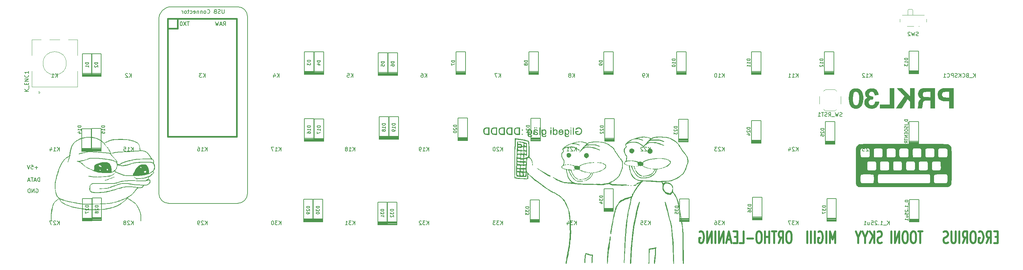
<source format=gbo>
G04 #@! TF.GenerationSoftware,KiCad,Pcbnew,(5.1.5-0-10_14)*
G04 #@! TF.CreationDate,2021-05-19T21:25:40+03:00*
G04 #@! TF.ProjectId,PRKL30,50524b4c-3330-42e6-9b69-6361645f7063,rev?*
G04 #@! TF.SameCoordinates,Original*
G04 #@! TF.FileFunction,Legend,Bot*
G04 #@! TF.FilePolarity,Positive*
%FSLAX46Y46*%
G04 Gerber Fmt 4.6, Leading zero omitted, Abs format (unit mm)*
G04 Created by KiCad (PCBNEW (5.1.5-0-10_14)) date 2021-05-19 21:25:40*
%MOMM*%
%LPD*%
G04 APERTURE LIST*
%ADD10C,0.010000*%
%ADD11C,0.200000*%
%ADD12C,0.120000*%
%ADD13C,0.150000*%
%ADD14C,0.381000*%
%ADD15C,0.500000*%
G04 APERTURE END LIST*
D10*
G36*
X180814868Y-86081044D02*
G01*
X181055035Y-86100855D01*
X181347767Y-86137189D01*
X181668945Y-86187932D01*
X181737000Y-86200084D01*
X182017209Y-86249924D01*
X182291841Y-86296729D01*
X182499000Y-86329987D01*
X182702180Y-86366878D01*
X182973623Y-86424319D01*
X183258734Y-86490680D01*
X183292750Y-86499057D01*
X183549363Y-86562486D01*
X183773181Y-86617427D01*
X183923647Y-86653932D01*
X183943625Y-86658677D01*
X184059151Y-86730327D01*
X184086500Y-86806610D01*
X184124600Y-86916844D01*
X184165875Y-86947395D01*
X184189460Y-86984291D01*
X184208434Y-87084625D01*
X184223243Y-87258923D01*
X184234332Y-87517713D01*
X184242146Y-87871523D01*
X184247132Y-88330879D01*
X184249736Y-88906310D01*
X184249791Y-88929627D01*
X184251949Y-89493983D01*
X184255923Y-89944100D01*
X184262322Y-90292732D01*
X184271753Y-90552633D01*
X184284825Y-90736558D01*
X184302148Y-90857261D01*
X184324328Y-90927497D01*
X184346485Y-90956314D01*
X184466467Y-91074762D01*
X184620443Y-91259850D01*
X184776648Y-91469568D01*
X184903320Y-91661906D01*
X184958003Y-91765099D01*
X185008282Y-91930358D01*
X185051765Y-92151012D01*
X185063992Y-92241349D01*
X185080498Y-92407746D01*
X185077078Y-92456887D01*
X185052077Y-92397195D01*
X185040561Y-92360750D01*
X184985957Y-92165225D01*
X184949388Y-92010212D01*
X184882066Y-91833962D01*
X184756478Y-91612870D01*
X184602577Y-91391561D01*
X184450314Y-91214659D01*
X184369917Y-91146882D01*
X184138972Y-91048538D01*
X183931021Y-91060667D01*
X183768043Y-91181847D01*
X183764928Y-91186000D01*
X183731646Y-91240597D01*
X183703358Y-91314950D01*
X183679097Y-91421217D01*
X183657897Y-91571555D01*
X183638791Y-91778121D01*
X183620813Y-92053072D01*
X183602997Y-92408565D01*
X183584376Y-92856757D01*
X183563983Y-93409806D01*
X183545323Y-93948250D01*
X183541094Y-94228315D01*
X183561320Y-94427136D01*
X183621049Y-94590118D01*
X183735330Y-94762669D01*
X183871516Y-94932500D01*
X184033609Y-95116235D01*
X184246836Y-95339507D01*
X184493795Y-95586097D01*
X184757084Y-95839782D01*
X185019300Y-96084343D01*
X185263041Y-96303559D01*
X185470904Y-96481210D01*
X185625487Y-96601075D01*
X185709386Y-96646934D01*
X185710951Y-96647000D01*
X185778960Y-96685914D01*
X185914378Y-96788773D01*
X186090050Y-96934746D01*
X186121105Y-96961604D01*
X186367008Y-97159685D01*
X186643664Y-97359211D01*
X186856282Y-97495664D01*
X187108058Y-97660061D01*
X187365105Y-97853530D01*
X187515500Y-97982894D01*
X188072662Y-98452740D01*
X188648565Y-98854400D01*
X188857898Y-98992852D01*
X189101470Y-99163106D01*
X189251815Y-99272820D01*
X189427252Y-99390954D01*
X189659876Y-99530235D01*
X189920837Y-99675467D01*
X190181281Y-99811457D01*
X190412358Y-99923012D01*
X190585215Y-99994938D01*
X190658750Y-100013719D01*
X190742979Y-100050767D01*
X190885860Y-100142397D01*
X190971686Y-100204766D01*
X191131878Y-100315153D01*
X191258049Y-100383111D01*
X191296330Y-100393500D01*
X191387227Y-100430462D01*
X191532212Y-100524221D01*
X191611250Y-100584000D01*
X191774992Y-100697306D01*
X191914416Y-100765525D01*
X191958157Y-100774500D01*
X192041216Y-100818306D01*
X192189571Y-100937773D01*
X192382669Y-101114975D01*
X192599956Y-101331985D01*
X192613428Y-101346000D01*
X192827572Y-101564041D01*
X193013650Y-101743736D01*
X193152621Y-101867370D01*
X193225443Y-101917228D01*
X193227752Y-101917500D01*
X193291315Y-101966324D01*
X193294000Y-101985433D01*
X193327366Y-102073770D01*
X193412435Y-102223476D01*
X193474403Y-102318808D01*
X193639257Y-102591860D01*
X193799225Y-102908571D01*
X193932649Y-103221881D01*
X194017870Y-103484728D01*
X194024641Y-103514441D01*
X194092737Y-103727304D01*
X194184233Y-103917750D01*
X194264286Y-104085271D01*
X194350194Y-104316781D01*
X194402767Y-104489250D01*
X194475457Y-104726330D01*
X194554199Y-104939389D01*
X194603834Y-105047178D01*
X194659046Y-105213976D01*
X194701625Y-105474880D01*
X194725302Y-105777428D01*
X194753267Y-106312990D01*
X194784730Y-106725878D01*
X194820208Y-107020381D01*
X194860216Y-107200790D01*
X194904741Y-107271198D01*
X194926785Y-107312914D01*
X194945211Y-107425666D01*
X194960392Y-107618459D01*
X194972697Y-107900302D01*
X194982497Y-108280200D01*
X194990165Y-108767160D01*
X194996070Y-109370189D01*
X194997135Y-109514464D01*
X195000582Y-110133662D01*
X195001055Y-110639923D01*
X194998111Y-111047284D01*
X194991303Y-111369783D01*
X194980189Y-111621456D01*
X194964322Y-111816341D01*
X194943259Y-111968475D01*
X194916555Y-112091897D01*
X194915353Y-112096473D01*
X194861074Y-112338256D01*
X194825733Y-112565675D01*
X194818000Y-112678022D01*
X194806537Y-112904361D01*
X194775363Y-113221175D01*
X194729297Y-113594330D01*
X194673160Y-113989695D01*
X194611771Y-114373136D01*
X194549952Y-114710520D01*
X194497271Y-114949192D01*
X194436300Y-115227698D01*
X194392102Y-115499977D01*
X194373602Y-115710277D01*
X194373500Y-115722223D01*
X194349697Y-116045780D01*
X194286799Y-116405558D01*
X194197573Y-116737284D01*
X194143277Y-116881346D01*
X194080667Y-117082479D01*
X194056000Y-117270238D01*
X194034291Y-117451405D01*
X193980242Y-117669751D01*
X193960750Y-117729000D01*
X193899861Y-117951393D01*
X193867237Y-118167587D01*
X193865500Y-118213233D01*
X193843220Y-118374425D01*
X193773004Y-118427460D01*
X193770250Y-118427500D01*
X193685909Y-118383848D01*
X193675000Y-118346167D01*
X193686063Y-118255979D01*
X193716324Y-118067120D01*
X193761387Y-117805710D01*
X193816855Y-117497868D01*
X193827282Y-117441292D01*
X193898446Y-117045647D01*
X193973255Y-116611883D01*
X194041844Y-116198074D01*
X194085787Y-115919250D01*
X194135264Y-115610259D01*
X194185299Y-115325437D01*
X194229127Y-115101938D01*
X194253413Y-114998500D01*
X194308060Y-114757980D01*
X194369274Y-114418050D01*
X194433610Y-114005901D01*
X194497620Y-113548728D01*
X194557856Y-113073723D01*
X194610872Y-112608080D01*
X194653219Y-112178991D01*
X194681452Y-111813651D01*
X194692123Y-111539251D01*
X194692127Y-111537750D01*
X194697235Y-111227243D01*
X194709520Y-110941336D01*
X194726962Y-110717740D01*
X194741473Y-110617000D01*
X194756812Y-110461487D01*
X194760781Y-110216976D01*
X194753399Y-109920956D01*
X194741016Y-109696250D01*
X194722779Y-109352870D01*
X194708607Y-108935440D01*
X194699919Y-108496881D01*
X194698112Y-108093132D01*
X194684904Y-107309437D01*
X194638370Y-106549076D01*
X194561219Y-105830019D01*
X194456160Y-105170239D01*
X194325905Y-104587705D01*
X194173164Y-104100389D01*
X194054650Y-103826210D01*
X193931471Y-103568612D01*
X193797308Y-103268999D01*
X193709324Y-103060500D01*
X193557933Y-102702327D01*
X193439222Y-102455645D01*
X193347725Y-102310811D01*
X193277977Y-102258178D01*
X193255947Y-102260381D01*
X193184779Y-102227146D01*
X193088697Y-102111282D01*
X193047138Y-102043625D01*
X193025275Y-102012750D01*
X193167000Y-102012750D01*
X193198750Y-102044500D01*
X193230500Y-102012750D01*
X193198750Y-101981000D01*
X193167000Y-102012750D01*
X193025275Y-102012750D01*
X192902697Y-101839647D01*
X192684725Y-101593718D01*
X192424457Y-101335672D01*
X192153128Y-101095343D01*
X191901974Y-100902564D01*
X191760809Y-100815002D01*
X191537896Y-100686042D01*
X191287888Y-100526478D01*
X191161008Y-100439168D01*
X190990615Y-100323147D01*
X190815548Y-100218941D01*
X190607599Y-100112080D01*
X190338561Y-99988093D01*
X189980226Y-99832509D01*
X189969900Y-99828098D01*
X189744067Y-99715726D01*
X189531936Y-99584918D01*
X189461900Y-99532562D01*
X189294442Y-99400959D01*
X189101699Y-99262167D01*
X188860365Y-99100374D01*
X188547135Y-98899772D01*
X188309250Y-98750623D01*
X188049524Y-98580498D01*
X187799993Y-98403167D01*
X187603028Y-98249166D01*
X187555143Y-98207159D01*
X187411493Y-98079846D01*
X187308317Y-97997615D01*
X187277892Y-97980500D01*
X187216636Y-97944166D01*
X187082336Y-97847877D01*
X186901370Y-97710700D01*
X186857249Y-97676409D01*
X186529648Y-97428181D01*
X186230953Y-97216126D01*
X185981516Y-97053923D01*
X185801691Y-96955254D01*
X185759334Y-96938383D01*
X185675448Y-96891311D01*
X185543480Y-96786204D01*
X185355496Y-96615648D01*
X185103562Y-96372228D01*
X184779742Y-96048530D01*
X184473166Y-95736581D01*
X184274906Y-95542743D01*
X184105505Y-95393783D01*
X183985780Y-95307011D01*
X183940437Y-95293531D01*
X183913354Y-95375413D01*
X183904464Y-95563737D01*
X183914495Y-95839153D01*
X183917977Y-95891039D01*
X183930198Y-96144093D01*
X183929135Y-96345350D01*
X183915424Y-96464123D01*
X183905724Y-96482239D01*
X183807443Y-96502360D01*
X183605757Y-96515087D01*
X183324016Y-96520903D01*
X182985573Y-96520287D01*
X182613777Y-96513721D01*
X182231980Y-96501686D01*
X181863533Y-96484662D01*
X181531785Y-96463130D01*
X181260089Y-96437571D01*
X181170662Y-96425921D01*
X180894617Y-96382901D01*
X180667968Y-96342533D01*
X180518562Y-96310085D01*
X180474019Y-96294185D01*
X180465467Y-96224090D01*
X180458565Y-96043281D01*
X180453506Y-95768036D01*
X180452060Y-95598856D01*
X180491680Y-95598856D01*
X180497213Y-95724947D01*
X180536525Y-95915039D01*
X180560640Y-96032516D01*
X180588706Y-96107491D01*
X180653800Y-96160563D01*
X180782163Y-96202648D01*
X181000036Y-96244657D01*
X181116265Y-96263588D01*
X181339767Y-96292129D01*
X181650882Y-96322492D01*
X182019358Y-96352691D01*
X182414942Y-96380743D01*
X182807382Y-96404665D01*
X183166426Y-96422471D01*
X183461821Y-96432178D01*
X183663315Y-96431803D01*
X183673750Y-96431315D01*
X183731060Y-96418791D01*
X183769144Y-96373142D01*
X183792969Y-96271614D01*
X183807500Y-96091456D01*
X183817705Y-95809914D01*
X183818930Y-95766247D01*
X183823179Y-95439977D01*
X183812883Y-95213816D01*
X183785377Y-95061431D01*
X183737995Y-94956487D01*
X183736765Y-94954599D01*
X183644977Y-94848310D01*
X183579168Y-94853934D01*
X183537310Y-94975381D01*
X183517378Y-95216561D01*
X183515000Y-95382319D01*
X183512927Y-95634786D01*
X183500705Y-95789779D01*
X183469329Y-95876820D01*
X183409793Y-95925428D01*
X183340375Y-95954754D01*
X183143400Y-95994029D01*
X182975250Y-95989710D01*
X182841056Y-95975430D01*
X182610615Y-95959054D01*
X182314612Y-95942471D01*
X181983739Y-95927570D01*
X181934813Y-95925666D01*
X181616431Y-95909473D01*
X181343149Y-95887942D01*
X181140406Y-95863637D01*
X181033639Y-95839123D01*
X181025595Y-95833995D01*
X180986643Y-95743249D01*
X180945815Y-95572074D01*
X180910130Y-95365042D01*
X180886605Y-95166725D01*
X180884244Y-95087931D01*
X181038500Y-95087931D01*
X181052712Y-95328660D01*
X181102466Y-95485149D01*
X181165500Y-95567500D01*
X181299665Y-95648182D01*
X181473344Y-95690027D01*
X181639948Y-95689371D01*
X181752888Y-95642548D01*
X181770913Y-95615125D01*
X181779457Y-95512846D01*
X181770902Y-95329253D01*
X181761406Y-95236450D01*
X181927500Y-95236450D01*
X181937698Y-95495914D01*
X181966576Y-95658873D01*
X182000157Y-95708135D01*
X182105377Y-95715468D01*
X182278028Y-95703921D01*
X182333532Y-95697167D01*
X182594250Y-95661980D01*
X182571645Y-95281365D01*
X182556291Y-95075806D01*
X182539376Y-94928501D01*
X182532737Y-94900750D01*
X182784750Y-94900750D01*
X182788722Y-95186500D01*
X182808058Y-95500141D01*
X182858632Y-95701597D01*
X182944882Y-95802822D01*
X183024084Y-95820527D01*
X183177925Y-95796101D01*
X183251794Y-95765033D01*
X183305912Y-95670104D01*
X183349985Y-95475650D01*
X183371922Y-95285908D01*
X183406005Y-94861306D01*
X183095377Y-94881028D01*
X182784750Y-94900750D01*
X182532737Y-94900750D01*
X182527156Y-94877428D01*
X182456569Y-94857020D01*
X182303247Y-94832281D01*
X182216386Y-94821545D01*
X181927500Y-94788983D01*
X181927500Y-95236450D01*
X181761406Y-95236450D01*
X181753045Y-95154750D01*
X181705250Y-94773750D01*
X181371875Y-94754556D01*
X181038500Y-94735363D01*
X181038500Y-95087931D01*
X180884244Y-95087931D01*
X180882259Y-95021695D01*
X180891102Y-94979877D01*
X180900117Y-94905177D01*
X180909892Y-94722105D01*
X180911475Y-94678500D01*
X182746363Y-94678500D01*
X183394636Y-94678500D01*
X183356250Y-94011750D01*
X182784750Y-94011750D01*
X182765556Y-94345125D01*
X182746363Y-94678500D01*
X180911475Y-94678500D01*
X180919802Y-94449279D01*
X180929220Y-94105322D01*
X180931014Y-94019632D01*
X181043557Y-94019632D01*
X181054941Y-94175086D01*
X181066946Y-94265855D01*
X181110693Y-94557578D01*
X181471471Y-94538664D01*
X181832250Y-94519750D01*
X181851314Y-94259286D01*
X182002480Y-94259286D01*
X182008331Y-94452013D01*
X182080246Y-94561214D01*
X182240464Y-94607660D01*
X182382293Y-94614027D01*
X182531160Y-94605864D01*
X182606303Y-94556024D01*
X182645643Y-94428969D01*
X182658778Y-94354910D01*
X182674863Y-94148402D01*
X182622920Y-94032940D01*
X182483701Y-93988974D01*
X182301252Y-93991802D01*
X182128070Y-94010310D01*
X182044161Y-94055237D01*
X182012003Y-94160177D01*
X182002480Y-94259286D01*
X181851314Y-94259286D01*
X181851317Y-94259254D01*
X181870385Y-93998759D01*
X181475729Y-93957509D01*
X181265636Y-93940272D01*
X181111718Y-93936485D01*
X181052136Y-93945196D01*
X181043557Y-94019632D01*
X180931014Y-94019632D01*
X180935833Y-93789500D01*
X181984662Y-93789500D01*
X182337081Y-93789500D01*
X182542999Y-93782869D01*
X182650860Y-93757012D01*
X182689192Y-93702984D01*
X182691430Y-93678375D01*
X182699702Y-93602297D01*
X182736070Y-93641037D01*
X182755156Y-93673139D01*
X182839734Y-93743701D01*
X182999843Y-93763124D01*
X183086600Y-93758917D01*
X183356250Y-93738805D01*
X183356250Y-92995750D01*
X183134000Y-93016092D01*
X182963177Y-93054942D01*
X182845769Y-93122214D01*
X182839884Y-93129083D01*
X182776396Y-93188140D01*
X182734785Y-93134773D01*
X182729470Y-93121273D01*
X182673986Y-93060868D01*
X182549681Y-93036540D01*
X182356835Y-93040031D01*
X182022750Y-93059250D01*
X181984662Y-93789500D01*
X180935833Y-93789500D01*
X180937523Y-93708851D01*
X180939084Y-93614875D01*
X181076600Y-93614875D01*
X181129471Y-93671558D01*
X181273106Y-93721417D01*
X181471278Y-93756166D01*
X181687759Y-93767519D01*
X181737000Y-93765916D01*
X181828043Y-93750669D01*
X181878280Y-93695975D01*
X181903013Y-93570418D01*
X181914531Y-93401405D01*
X181933313Y-93045060D01*
X181692281Y-93005229D01*
X181480840Y-92977889D01*
X181289974Y-92964854D01*
X181276625Y-92964698D01*
X181168677Y-92974697D01*
X181115915Y-93028632D01*
X181096248Y-93160699D01*
X181092475Y-93249750D01*
X181085299Y-93441563D01*
X181078567Y-93584587D01*
X181076600Y-93614875D01*
X180939084Y-93614875D01*
X180941200Y-93487627D01*
X180949840Y-93013403D01*
X180961244Y-92528080D01*
X180968832Y-92261862D01*
X181107841Y-92261862D01*
X181114272Y-92400198D01*
X181133750Y-92741750D01*
X181564696Y-92749363D01*
X181787554Y-92758702D01*
X181956838Y-92775851D01*
X182035655Y-92796988D01*
X182117038Y-92819588D01*
X182282175Y-92834096D01*
X182409677Y-92837000D01*
X182614182Y-92828295D01*
X182722576Y-92795927D01*
X182764942Y-92730512D01*
X182765933Y-92725875D01*
X182769769Y-92658548D01*
X182852316Y-92658548D01*
X182852750Y-92772068D01*
X182857512Y-92787231D01*
X182931334Y-92809497D01*
X183087684Y-92814398D01*
X183184047Y-92809344D01*
X183483250Y-92785976D01*
X183515857Y-92065363D01*
X183526132Y-91774684D01*
X183529297Y-91532025D01*
X183525355Y-91364641D01*
X183515857Y-91301046D01*
X183440251Y-91287782D01*
X183284314Y-91302959D01*
X183181625Y-91322064D01*
X182880000Y-91386785D01*
X182880000Y-92004197D01*
X183149327Y-92023723D01*
X183341175Y-92055874D01*
X183429465Y-92122125D01*
X183439067Y-92150918D01*
X183430657Y-92218392D01*
X183351962Y-92246318D01*
X183188156Y-92246168D01*
X183017414Y-92244272D01*
X182932394Y-92280436D01*
X182891988Y-92386222D01*
X182873505Y-92487750D01*
X182852316Y-92658548D01*
X182769769Y-92658548D01*
X182774407Y-92577161D01*
X182764527Y-92447925D01*
X182732684Y-92341530D01*
X182652054Y-92282343D01*
X182486291Y-92246362D01*
X182451890Y-92241490D01*
X182245762Y-92230280D01*
X182104168Y-92255592D01*
X182082606Y-92268523D01*
X181994223Y-92298360D01*
X181966227Y-92276789D01*
X181886647Y-92236232D01*
X181725539Y-92199470D01*
X181627199Y-92186145D01*
X181421038Y-92156971D01*
X181254190Y-92120997D01*
X181209522Y-92106262D01*
X181144166Y-92091352D01*
X181113061Y-92134613D01*
X181107841Y-92261862D01*
X180968832Y-92261862D01*
X180974459Y-92064487D01*
X180988532Y-91655450D01*
X180992477Y-91564636D01*
X181110797Y-91564636D01*
X181113802Y-91637747D01*
X181133001Y-91811664D01*
X181180574Y-91898699D01*
X181291048Y-91938823D01*
X181387750Y-91954864D01*
X181652301Y-91990206D01*
X181820036Y-91996897D01*
X181918336Y-91972823D01*
X181974580Y-91915873D01*
X181978383Y-91909299D01*
X182028888Y-91839525D01*
X182064946Y-91884395D01*
X182074796Y-91909299D01*
X182141660Y-91975919D01*
X182292575Y-92006949D01*
X182433507Y-92011500D01*
X182753000Y-92011500D01*
X182753000Y-91440000D01*
X182403750Y-91440000D01*
X182171867Y-91453619D01*
X182061332Y-91494888D01*
X182050474Y-91519375D01*
X182029042Y-91532562D01*
X181990892Y-91460933D01*
X181929311Y-91374434D01*
X181808894Y-91319251D01*
X181596727Y-91280854D01*
X181577382Y-91278394D01*
X181349353Y-91262365D01*
X181196190Y-91277023D01*
X181156641Y-91296458D01*
X181122317Y-91394102D01*
X181110797Y-91564636D01*
X180992477Y-91564636D01*
X181002507Y-91333798D01*
X181005295Y-91281250D01*
X181022787Y-90955653D01*
X181030160Y-90807616D01*
X181175655Y-90807616D01*
X181191232Y-90953568D01*
X181209492Y-90999151D01*
X181296460Y-91033005D01*
X181467745Y-91069407D01*
X181625875Y-91092651D01*
X181991000Y-91137133D01*
X181991000Y-90943064D01*
X182009863Y-90793705D01*
X182054500Y-90709750D01*
X182096189Y-90738331D01*
X182116812Y-90872473D01*
X182118000Y-90928252D01*
X182118000Y-91186000D01*
X182735361Y-91186000D01*
X182772842Y-90789125D01*
X182780901Y-90515906D01*
X182734208Y-90345300D01*
X182620029Y-90260068D01*
X182425629Y-90242975D01*
X182372000Y-90246548D01*
X182217909Y-90274824D01*
X182149158Y-90346164D01*
X182129657Y-90439875D01*
X182090883Y-90581028D01*
X182038302Y-90605264D01*
X181998206Y-90516165D01*
X181991000Y-90420969D01*
X181991000Y-90227439D01*
X181594125Y-90246344D01*
X181197250Y-90265250D01*
X181177742Y-90607692D01*
X181175655Y-90807616D01*
X181030160Y-90807616D01*
X181038956Y-90631038D01*
X181054614Y-90287642D01*
X181070569Y-89905701D01*
X181072249Y-89862335D01*
X181177237Y-89862335D01*
X181178064Y-89995027D01*
X181186587Y-90026019D01*
X181260534Y-90047835D01*
X181424938Y-90057576D01*
X181635518Y-90053456D01*
X182054500Y-90032163D01*
X182054500Y-89602239D01*
X182125637Y-89602239D01*
X182129196Y-89796088D01*
X182147513Y-89921575D01*
X182194026Y-89987707D01*
X182302690Y-90016968D01*
X182483125Y-90030443D01*
X182816500Y-90049636D01*
X182816500Y-89792318D01*
X182833458Y-89607212D01*
X182873046Y-89541569D01*
X182918336Y-89594169D01*
X182952400Y-89763794D01*
X182955723Y-89802344D01*
X182981558Y-89980447D01*
X183040280Y-90072485D01*
X183134000Y-90113515D01*
X183283030Y-90152428D01*
X183359367Y-90155449D01*
X183413047Y-90119341D01*
X183438800Y-90093800D01*
X183486222Y-89986322D01*
X183512877Y-89809387D01*
X183515000Y-89742978D01*
X183504464Y-89563755D01*
X183457680Y-89466342D01*
X183351886Y-89406263D01*
X183340375Y-89401807D01*
X183147461Y-89363323D01*
X182993587Y-89369549D01*
X182855185Y-89374935D01*
X182783464Y-89342420D01*
X182702023Y-89305048D01*
X182541693Y-89283274D01*
X182464712Y-89281000D01*
X182284724Y-89290613D01*
X182192255Y-89331636D01*
X182148506Y-89422340D01*
X182146281Y-89430963D01*
X182125637Y-89602239D01*
X182054500Y-89602239D01*
X182054500Y-89298485D01*
X181700909Y-89256927D01*
X181497709Y-89239370D01*
X181347124Y-89237970D01*
X181295580Y-89247345D01*
X181260367Y-89323565D01*
X181224698Y-89481523D01*
X181194885Y-89676140D01*
X181177237Y-89862335D01*
X181072249Y-89862335D01*
X181087632Y-89465451D01*
X181106612Y-88947131D01*
X181126170Y-88392000D01*
X181292500Y-88392000D01*
X181292500Y-88709500D01*
X181304919Y-88916751D01*
X181344945Y-89014436D01*
X181378887Y-89027000D01*
X181491046Y-89035230D01*
X181673285Y-89055993D01*
X181759887Y-89067381D01*
X181939939Y-89085962D01*
X182027887Y-89071000D01*
X182056159Y-89013856D01*
X182057830Y-88988006D01*
X182068046Y-88913716D01*
X182107413Y-88938147D01*
X182160825Y-89011125D01*
X182261951Y-89107852D01*
X182414292Y-89148878D01*
X182541277Y-89154000D01*
X182822063Y-89154000D01*
X182803406Y-88693625D01*
X182802425Y-88674205D01*
X182882366Y-88674205D01*
X182890795Y-88868183D01*
X182910897Y-89016198D01*
X182928597Y-89065103D01*
X183072003Y-89170418D01*
X183297684Y-89199637D01*
X183324500Y-89197994D01*
X183409467Y-89182919D01*
X183459013Y-89134742D01*
X183484961Y-89024370D01*
X183499136Y-88822706D01*
X183501928Y-88761416D01*
X183520606Y-88337082D01*
X183247928Y-88279809D01*
X183071200Y-88250038D01*
X182949624Y-88242980D01*
X182927625Y-88247515D01*
X182900730Y-88320770D01*
X182885661Y-88477367D01*
X182882366Y-88674205D01*
X182802425Y-88674205D01*
X182791400Y-88455975D01*
X182771904Y-88316869D01*
X182733673Y-88247905D01*
X182665460Y-88220681D01*
X182613265Y-88213460D01*
X182407235Y-88228594D01*
X182252117Y-88311538D01*
X182182474Y-88442450D01*
X182181500Y-88461334D01*
X182171971Y-88547208D01*
X182120430Y-88543400D01*
X182040370Y-88490850D01*
X181884565Y-88428082D01*
X181667178Y-88394328D01*
X181595870Y-88392000D01*
X181292500Y-88392000D01*
X181126170Y-88392000D01*
X181128321Y-88330975D01*
X181139763Y-88000009D01*
X181140479Y-87982280D01*
X181292500Y-87982280D01*
X181292500Y-88207560D01*
X181686553Y-88188655D01*
X182080607Y-88169750D01*
X182104490Y-87922282D01*
X182128373Y-87674815D01*
X181828573Y-87715907D01*
X181623021Y-87740762D01*
X181455359Y-87755373D01*
X181410637Y-87757000D01*
X181328776Y-87785354D01*
X181295804Y-87891375D01*
X181292500Y-87982280D01*
X181140479Y-87982280D01*
X181158134Y-87545606D01*
X181178186Y-87210482D01*
X181200671Y-86986918D01*
X181226339Y-86867197D01*
X181252410Y-86841706D01*
X181294301Y-86916988D01*
X181319853Y-87081561D01*
X181324250Y-87201947D01*
X181324250Y-87534750D01*
X182213250Y-87534750D01*
X182233075Y-87725250D01*
X182306204Y-87932980D01*
X182464801Y-88051429D01*
X182608379Y-88074500D01*
X182701664Y-88064911D01*
X182760681Y-88018252D01*
X182799043Y-87907680D01*
X182830364Y-87706355D01*
X182841557Y-87614737D01*
X182842461Y-87602785D01*
X182943500Y-87602785D01*
X182970852Y-87805330D01*
X183071585Y-87951358D01*
X183229250Y-88060807D01*
X183363948Y-88126126D01*
X183435798Y-88112554D01*
X183476456Y-88037556D01*
X183511296Y-87863040D01*
X183508093Y-87665543D01*
X183470592Y-87503292D01*
X183438800Y-87452200D01*
X183325531Y-87398948D01*
X183157748Y-87376018D01*
X183153050Y-87376000D01*
X183013472Y-87386360D01*
X182955487Y-87443099D01*
X182943533Y-87584705D01*
X182943500Y-87602785D01*
X182842461Y-87602785D01*
X182855968Y-87424247D01*
X182832337Y-87313117D01*
X182757965Y-87236258D01*
X182729479Y-87216802D01*
X182599435Y-87164208D01*
X182382942Y-87109150D01*
X182119975Y-87061252D01*
X182032278Y-87048975D01*
X181786621Y-87011416D01*
X181597687Y-86971398D01*
X181494138Y-86935493D01*
X181483000Y-86923035D01*
X181538679Y-86878462D01*
X181707438Y-86874336D01*
X181991858Y-86910799D01*
X182295302Y-86967434D01*
X182537521Y-87023070D01*
X182811819Y-87095903D01*
X183085699Y-87176074D01*
X183326662Y-87253723D01*
X183502213Y-87318989D01*
X183573044Y-87355126D01*
X183580274Y-87421517D01*
X183587157Y-87598042D01*
X183593376Y-87867835D01*
X183598613Y-88214030D01*
X183602552Y-88619761D01*
X183604794Y-89042710D01*
X183605542Y-89477192D01*
X183604885Y-89857123D01*
X183602958Y-90168069D01*
X183599896Y-90395598D01*
X183595834Y-90525278D01*
X183590905Y-90542675D01*
X183590801Y-90541799D01*
X183561981Y-90434621D01*
X183483793Y-90374355D01*
X183320411Y-90336399D01*
X183283356Y-90330660D01*
X183108321Y-90309045D01*
X182995800Y-90303900D01*
X182976570Y-90308111D01*
X182960192Y-90377010D01*
X182936157Y-90536113D01*
X182912655Y-90725625D01*
X182867530Y-91122500D01*
X183169396Y-91122500D01*
X183425815Y-91094464D01*
X183634999Y-90995514D01*
X183686738Y-90958148D01*
X183838320Y-90863272D01*
X183959247Y-90823001D01*
X183985800Y-90825872D01*
X184024246Y-90781279D01*
X184057074Y-90628026D01*
X184084135Y-90384331D01*
X184105280Y-90068418D01*
X184120360Y-89698505D01*
X184129226Y-89292815D01*
X184131729Y-88869568D01*
X184127719Y-88446985D01*
X184117048Y-88043286D01*
X184099567Y-87676694D01*
X184075126Y-87365427D01*
X184043577Y-87127709D01*
X184016981Y-87014191D01*
X183961270Y-86886347D01*
X183872906Y-86816604D01*
X183709902Y-86776478D01*
X183654044Y-86767949D01*
X183451253Y-86730209D01*
X183289167Y-86685702D01*
X183247740Y-86668548D01*
X183122028Y-86626553D01*
X182901386Y-86574763D01*
X182616922Y-86518969D01*
X182299746Y-86464965D01*
X181980966Y-86418543D01*
X181768750Y-86393155D01*
X181519589Y-86359164D01*
X181287394Y-86314982D01*
X181174467Y-86285725D01*
X181014906Y-86250479D01*
X180910292Y-86280951D01*
X180847205Y-86336920D01*
X180805695Y-86394151D01*
X180774359Y-86480093D01*
X180751139Y-86613384D01*
X180733975Y-86812664D01*
X180720810Y-87096571D01*
X180709583Y-87483743D01*
X180706581Y-87609975D01*
X180693826Y-88011290D01*
X180676061Y-88354652D01*
X180654683Y-88621540D01*
X180631087Y-88793433D01*
X180613311Y-88848225D01*
X180585198Y-88951613D01*
X180568867Y-89168123D01*
X180564960Y-89484370D01*
X180569939Y-89757250D01*
X180581565Y-90247567D01*
X180590409Y-90782451D01*
X180596565Y-91347318D01*
X180600122Y-91927588D01*
X180601173Y-92508677D01*
X180599810Y-93076005D01*
X180596125Y-93614989D01*
X180590208Y-94111048D01*
X180582153Y-94549600D01*
X180572050Y-94916063D01*
X180559992Y-95195856D01*
X180546071Y-95374396D01*
X180534220Y-95433548D01*
X180491680Y-95598856D01*
X180452060Y-95598856D01*
X180450484Y-95414635D01*
X180449691Y-94999355D01*
X180451320Y-94538474D01*
X180451991Y-94436940D01*
X180457934Y-93659685D01*
X180464693Y-92870122D01*
X180472128Y-92078869D01*
X180480099Y-91296550D01*
X180488467Y-90533783D01*
X180497092Y-89801190D01*
X180505833Y-89109391D01*
X180514552Y-88469008D01*
X180523109Y-87890661D01*
X180531363Y-87384971D01*
X180539174Y-86962559D01*
X180546404Y-86634046D01*
X180552912Y-86410052D01*
X180558558Y-86301198D01*
X180559152Y-86296500D01*
X180579601Y-86161397D01*
X180588708Y-86099446D01*
X180651385Y-86079870D01*
X180814868Y-86081044D01*
G37*
X180814868Y-86081044D02*
X181055035Y-86100855D01*
X181347767Y-86137189D01*
X181668945Y-86187932D01*
X181737000Y-86200084D01*
X182017209Y-86249924D01*
X182291841Y-86296729D01*
X182499000Y-86329987D01*
X182702180Y-86366878D01*
X182973623Y-86424319D01*
X183258734Y-86490680D01*
X183292750Y-86499057D01*
X183549363Y-86562486D01*
X183773181Y-86617427D01*
X183923647Y-86653932D01*
X183943625Y-86658677D01*
X184059151Y-86730327D01*
X184086500Y-86806610D01*
X184124600Y-86916844D01*
X184165875Y-86947395D01*
X184189460Y-86984291D01*
X184208434Y-87084625D01*
X184223243Y-87258923D01*
X184234332Y-87517713D01*
X184242146Y-87871523D01*
X184247132Y-88330879D01*
X184249736Y-88906310D01*
X184249791Y-88929627D01*
X184251949Y-89493983D01*
X184255923Y-89944100D01*
X184262322Y-90292732D01*
X184271753Y-90552633D01*
X184284825Y-90736558D01*
X184302148Y-90857261D01*
X184324328Y-90927497D01*
X184346485Y-90956314D01*
X184466467Y-91074762D01*
X184620443Y-91259850D01*
X184776648Y-91469568D01*
X184903320Y-91661906D01*
X184958003Y-91765099D01*
X185008282Y-91930358D01*
X185051765Y-92151012D01*
X185063992Y-92241349D01*
X185080498Y-92407746D01*
X185077078Y-92456887D01*
X185052077Y-92397195D01*
X185040561Y-92360750D01*
X184985957Y-92165225D01*
X184949388Y-92010212D01*
X184882066Y-91833962D01*
X184756478Y-91612870D01*
X184602577Y-91391561D01*
X184450314Y-91214659D01*
X184369917Y-91146882D01*
X184138972Y-91048538D01*
X183931021Y-91060667D01*
X183768043Y-91181847D01*
X183764928Y-91186000D01*
X183731646Y-91240597D01*
X183703358Y-91314950D01*
X183679097Y-91421217D01*
X183657897Y-91571555D01*
X183638791Y-91778121D01*
X183620813Y-92053072D01*
X183602997Y-92408565D01*
X183584376Y-92856757D01*
X183563983Y-93409806D01*
X183545323Y-93948250D01*
X183541094Y-94228315D01*
X183561320Y-94427136D01*
X183621049Y-94590118D01*
X183735330Y-94762669D01*
X183871516Y-94932500D01*
X184033609Y-95116235D01*
X184246836Y-95339507D01*
X184493795Y-95586097D01*
X184757084Y-95839782D01*
X185019300Y-96084343D01*
X185263041Y-96303559D01*
X185470904Y-96481210D01*
X185625487Y-96601075D01*
X185709386Y-96646934D01*
X185710951Y-96647000D01*
X185778960Y-96685914D01*
X185914378Y-96788773D01*
X186090050Y-96934746D01*
X186121105Y-96961604D01*
X186367008Y-97159685D01*
X186643664Y-97359211D01*
X186856282Y-97495664D01*
X187108058Y-97660061D01*
X187365105Y-97853530D01*
X187515500Y-97982894D01*
X188072662Y-98452740D01*
X188648565Y-98854400D01*
X188857898Y-98992852D01*
X189101470Y-99163106D01*
X189251815Y-99272820D01*
X189427252Y-99390954D01*
X189659876Y-99530235D01*
X189920837Y-99675467D01*
X190181281Y-99811457D01*
X190412358Y-99923012D01*
X190585215Y-99994938D01*
X190658750Y-100013719D01*
X190742979Y-100050767D01*
X190885860Y-100142397D01*
X190971686Y-100204766D01*
X191131878Y-100315153D01*
X191258049Y-100383111D01*
X191296330Y-100393500D01*
X191387227Y-100430462D01*
X191532212Y-100524221D01*
X191611250Y-100584000D01*
X191774992Y-100697306D01*
X191914416Y-100765525D01*
X191958157Y-100774500D01*
X192041216Y-100818306D01*
X192189571Y-100937773D01*
X192382669Y-101114975D01*
X192599956Y-101331985D01*
X192613428Y-101346000D01*
X192827572Y-101564041D01*
X193013650Y-101743736D01*
X193152621Y-101867370D01*
X193225443Y-101917228D01*
X193227752Y-101917500D01*
X193291315Y-101966324D01*
X193294000Y-101985433D01*
X193327366Y-102073770D01*
X193412435Y-102223476D01*
X193474403Y-102318808D01*
X193639257Y-102591860D01*
X193799225Y-102908571D01*
X193932649Y-103221881D01*
X194017870Y-103484728D01*
X194024641Y-103514441D01*
X194092737Y-103727304D01*
X194184233Y-103917750D01*
X194264286Y-104085271D01*
X194350194Y-104316781D01*
X194402767Y-104489250D01*
X194475457Y-104726330D01*
X194554199Y-104939389D01*
X194603834Y-105047178D01*
X194659046Y-105213976D01*
X194701625Y-105474880D01*
X194725302Y-105777428D01*
X194753267Y-106312990D01*
X194784730Y-106725878D01*
X194820208Y-107020381D01*
X194860216Y-107200790D01*
X194904741Y-107271198D01*
X194926785Y-107312914D01*
X194945211Y-107425666D01*
X194960392Y-107618459D01*
X194972697Y-107900302D01*
X194982497Y-108280200D01*
X194990165Y-108767160D01*
X194996070Y-109370189D01*
X194997135Y-109514464D01*
X195000582Y-110133662D01*
X195001055Y-110639923D01*
X194998111Y-111047284D01*
X194991303Y-111369783D01*
X194980189Y-111621456D01*
X194964322Y-111816341D01*
X194943259Y-111968475D01*
X194916555Y-112091897D01*
X194915353Y-112096473D01*
X194861074Y-112338256D01*
X194825733Y-112565675D01*
X194818000Y-112678022D01*
X194806537Y-112904361D01*
X194775363Y-113221175D01*
X194729297Y-113594330D01*
X194673160Y-113989695D01*
X194611771Y-114373136D01*
X194549952Y-114710520D01*
X194497271Y-114949192D01*
X194436300Y-115227698D01*
X194392102Y-115499977D01*
X194373602Y-115710277D01*
X194373500Y-115722223D01*
X194349697Y-116045780D01*
X194286799Y-116405558D01*
X194197573Y-116737284D01*
X194143277Y-116881346D01*
X194080667Y-117082479D01*
X194056000Y-117270238D01*
X194034291Y-117451405D01*
X193980242Y-117669751D01*
X193960750Y-117729000D01*
X193899861Y-117951393D01*
X193867237Y-118167587D01*
X193865500Y-118213233D01*
X193843220Y-118374425D01*
X193773004Y-118427460D01*
X193770250Y-118427500D01*
X193685909Y-118383848D01*
X193675000Y-118346167D01*
X193686063Y-118255979D01*
X193716324Y-118067120D01*
X193761387Y-117805710D01*
X193816855Y-117497868D01*
X193827282Y-117441292D01*
X193898446Y-117045647D01*
X193973255Y-116611883D01*
X194041844Y-116198074D01*
X194085787Y-115919250D01*
X194135264Y-115610259D01*
X194185299Y-115325437D01*
X194229127Y-115101938D01*
X194253413Y-114998500D01*
X194308060Y-114757980D01*
X194369274Y-114418050D01*
X194433610Y-114005901D01*
X194497620Y-113548728D01*
X194557856Y-113073723D01*
X194610872Y-112608080D01*
X194653219Y-112178991D01*
X194681452Y-111813651D01*
X194692123Y-111539251D01*
X194692127Y-111537750D01*
X194697235Y-111227243D01*
X194709520Y-110941336D01*
X194726962Y-110717740D01*
X194741473Y-110617000D01*
X194756812Y-110461487D01*
X194760781Y-110216976D01*
X194753399Y-109920956D01*
X194741016Y-109696250D01*
X194722779Y-109352870D01*
X194708607Y-108935440D01*
X194699919Y-108496881D01*
X194698112Y-108093132D01*
X194684904Y-107309437D01*
X194638370Y-106549076D01*
X194561219Y-105830019D01*
X194456160Y-105170239D01*
X194325905Y-104587705D01*
X194173164Y-104100389D01*
X194054650Y-103826210D01*
X193931471Y-103568612D01*
X193797308Y-103268999D01*
X193709324Y-103060500D01*
X193557933Y-102702327D01*
X193439222Y-102455645D01*
X193347725Y-102310811D01*
X193277977Y-102258178D01*
X193255947Y-102260381D01*
X193184779Y-102227146D01*
X193088697Y-102111282D01*
X193047138Y-102043625D01*
X193025275Y-102012750D01*
X193167000Y-102012750D01*
X193198750Y-102044500D01*
X193230500Y-102012750D01*
X193198750Y-101981000D01*
X193167000Y-102012750D01*
X193025275Y-102012750D01*
X192902697Y-101839647D01*
X192684725Y-101593718D01*
X192424457Y-101335672D01*
X192153128Y-101095343D01*
X191901974Y-100902564D01*
X191760809Y-100815002D01*
X191537896Y-100686042D01*
X191287888Y-100526478D01*
X191161008Y-100439168D01*
X190990615Y-100323147D01*
X190815548Y-100218941D01*
X190607599Y-100112080D01*
X190338561Y-99988093D01*
X189980226Y-99832509D01*
X189969900Y-99828098D01*
X189744067Y-99715726D01*
X189531936Y-99584918D01*
X189461900Y-99532562D01*
X189294442Y-99400959D01*
X189101699Y-99262167D01*
X188860365Y-99100374D01*
X188547135Y-98899772D01*
X188309250Y-98750623D01*
X188049524Y-98580498D01*
X187799993Y-98403167D01*
X187603028Y-98249166D01*
X187555143Y-98207159D01*
X187411493Y-98079846D01*
X187308317Y-97997615D01*
X187277892Y-97980500D01*
X187216636Y-97944166D01*
X187082336Y-97847877D01*
X186901370Y-97710700D01*
X186857249Y-97676409D01*
X186529648Y-97428181D01*
X186230953Y-97216126D01*
X185981516Y-97053923D01*
X185801691Y-96955254D01*
X185759334Y-96938383D01*
X185675448Y-96891311D01*
X185543480Y-96786204D01*
X185355496Y-96615648D01*
X185103562Y-96372228D01*
X184779742Y-96048530D01*
X184473166Y-95736581D01*
X184274906Y-95542743D01*
X184105505Y-95393783D01*
X183985780Y-95307011D01*
X183940437Y-95293531D01*
X183913354Y-95375413D01*
X183904464Y-95563737D01*
X183914495Y-95839153D01*
X183917977Y-95891039D01*
X183930198Y-96144093D01*
X183929135Y-96345350D01*
X183915424Y-96464123D01*
X183905724Y-96482239D01*
X183807443Y-96502360D01*
X183605757Y-96515087D01*
X183324016Y-96520903D01*
X182985573Y-96520287D01*
X182613777Y-96513721D01*
X182231980Y-96501686D01*
X181863533Y-96484662D01*
X181531785Y-96463130D01*
X181260089Y-96437571D01*
X181170662Y-96425921D01*
X180894617Y-96382901D01*
X180667968Y-96342533D01*
X180518562Y-96310085D01*
X180474019Y-96294185D01*
X180465467Y-96224090D01*
X180458565Y-96043281D01*
X180453506Y-95768036D01*
X180452060Y-95598856D01*
X180491680Y-95598856D01*
X180497213Y-95724947D01*
X180536525Y-95915039D01*
X180560640Y-96032516D01*
X180588706Y-96107491D01*
X180653800Y-96160563D01*
X180782163Y-96202648D01*
X181000036Y-96244657D01*
X181116265Y-96263588D01*
X181339767Y-96292129D01*
X181650882Y-96322492D01*
X182019358Y-96352691D01*
X182414942Y-96380743D01*
X182807382Y-96404665D01*
X183166426Y-96422471D01*
X183461821Y-96432178D01*
X183663315Y-96431803D01*
X183673750Y-96431315D01*
X183731060Y-96418791D01*
X183769144Y-96373142D01*
X183792969Y-96271614D01*
X183807500Y-96091456D01*
X183817705Y-95809914D01*
X183818930Y-95766247D01*
X183823179Y-95439977D01*
X183812883Y-95213816D01*
X183785377Y-95061431D01*
X183737995Y-94956487D01*
X183736765Y-94954599D01*
X183644977Y-94848310D01*
X183579168Y-94853934D01*
X183537310Y-94975381D01*
X183517378Y-95216561D01*
X183515000Y-95382319D01*
X183512927Y-95634786D01*
X183500705Y-95789779D01*
X183469329Y-95876820D01*
X183409793Y-95925428D01*
X183340375Y-95954754D01*
X183143400Y-95994029D01*
X182975250Y-95989710D01*
X182841056Y-95975430D01*
X182610615Y-95959054D01*
X182314612Y-95942471D01*
X181983739Y-95927570D01*
X181934813Y-95925666D01*
X181616431Y-95909473D01*
X181343149Y-95887942D01*
X181140406Y-95863637D01*
X181033639Y-95839123D01*
X181025595Y-95833995D01*
X180986643Y-95743249D01*
X180945815Y-95572074D01*
X180910130Y-95365042D01*
X180886605Y-95166725D01*
X180884244Y-95087931D01*
X181038500Y-95087931D01*
X181052712Y-95328660D01*
X181102466Y-95485149D01*
X181165500Y-95567500D01*
X181299665Y-95648182D01*
X181473344Y-95690027D01*
X181639948Y-95689371D01*
X181752888Y-95642548D01*
X181770913Y-95615125D01*
X181779457Y-95512846D01*
X181770902Y-95329253D01*
X181761406Y-95236450D01*
X181927500Y-95236450D01*
X181937698Y-95495914D01*
X181966576Y-95658873D01*
X182000157Y-95708135D01*
X182105377Y-95715468D01*
X182278028Y-95703921D01*
X182333532Y-95697167D01*
X182594250Y-95661980D01*
X182571645Y-95281365D01*
X182556291Y-95075806D01*
X182539376Y-94928501D01*
X182532737Y-94900750D01*
X182784750Y-94900750D01*
X182788722Y-95186500D01*
X182808058Y-95500141D01*
X182858632Y-95701597D01*
X182944882Y-95802822D01*
X183024084Y-95820527D01*
X183177925Y-95796101D01*
X183251794Y-95765033D01*
X183305912Y-95670104D01*
X183349985Y-95475650D01*
X183371922Y-95285908D01*
X183406005Y-94861306D01*
X183095377Y-94881028D01*
X182784750Y-94900750D01*
X182532737Y-94900750D01*
X182527156Y-94877428D01*
X182456569Y-94857020D01*
X182303247Y-94832281D01*
X182216386Y-94821545D01*
X181927500Y-94788983D01*
X181927500Y-95236450D01*
X181761406Y-95236450D01*
X181753045Y-95154750D01*
X181705250Y-94773750D01*
X181371875Y-94754556D01*
X181038500Y-94735363D01*
X181038500Y-95087931D01*
X180884244Y-95087931D01*
X180882259Y-95021695D01*
X180891102Y-94979877D01*
X180900117Y-94905177D01*
X180909892Y-94722105D01*
X180911475Y-94678500D01*
X182746363Y-94678500D01*
X183394636Y-94678500D01*
X183356250Y-94011750D01*
X182784750Y-94011750D01*
X182765556Y-94345125D01*
X182746363Y-94678500D01*
X180911475Y-94678500D01*
X180919802Y-94449279D01*
X180929220Y-94105322D01*
X180931014Y-94019632D01*
X181043557Y-94019632D01*
X181054941Y-94175086D01*
X181066946Y-94265855D01*
X181110693Y-94557578D01*
X181471471Y-94538664D01*
X181832250Y-94519750D01*
X181851314Y-94259286D01*
X182002480Y-94259286D01*
X182008331Y-94452013D01*
X182080246Y-94561214D01*
X182240464Y-94607660D01*
X182382293Y-94614027D01*
X182531160Y-94605864D01*
X182606303Y-94556024D01*
X182645643Y-94428969D01*
X182658778Y-94354910D01*
X182674863Y-94148402D01*
X182622920Y-94032940D01*
X182483701Y-93988974D01*
X182301252Y-93991802D01*
X182128070Y-94010310D01*
X182044161Y-94055237D01*
X182012003Y-94160177D01*
X182002480Y-94259286D01*
X181851314Y-94259286D01*
X181851317Y-94259254D01*
X181870385Y-93998759D01*
X181475729Y-93957509D01*
X181265636Y-93940272D01*
X181111718Y-93936485D01*
X181052136Y-93945196D01*
X181043557Y-94019632D01*
X180931014Y-94019632D01*
X180935833Y-93789500D01*
X181984662Y-93789500D01*
X182337081Y-93789500D01*
X182542999Y-93782869D01*
X182650860Y-93757012D01*
X182689192Y-93702984D01*
X182691430Y-93678375D01*
X182699702Y-93602297D01*
X182736070Y-93641037D01*
X182755156Y-93673139D01*
X182839734Y-93743701D01*
X182999843Y-93763124D01*
X183086600Y-93758917D01*
X183356250Y-93738805D01*
X183356250Y-92995750D01*
X183134000Y-93016092D01*
X182963177Y-93054942D01*
X182845769Y-93122214D01*
X182839884Y-93129083D01*
X182776396Y-93188140D01*
X182734785Y-93134773D01*
X182729470Y-93121273D01*
X182673986Y-93060868D01*
X182549681Y-93036540D01*
X182356835Y-93040031D01*
X182022750Y-93059250D01*
X181984662Y-93789500D01*
X180935833Y-93789500D01*
X180937523Y-93708851D01*
X180939084Y-93614875D01*
X181076600Y-93614875D01*
X181129471Y-93671558D01*
X181273106Y-93721417D01*
X181471278Y-93756166D01*
X181687759Y-93767519D01*
X181737000Y-93765916D01*
X181828043Y-93750669D01*
X181878280Y-93695975D01*
X181903013Y-93570418D01*
X181914531Y-93401405D01*
X181933313Y-93045060D01*
X181692281Y-93005229D01*
X181480840Y-92977889D01*
X181289974Y-92964854D01*
X181276625Y-92964698D01*
X181168677Y-92974697D01*
X181115915Y-93028632D01*
X181096248Y-93160699D01*
X181092475Y-93249750D01*
X181085299Y-93441563D01*
X181078567Y-93584587D01*
X181076600Y-93614875D01*
X180939084Y-93614875D01*
X180941200Y-93487627D01*
X180949840Y-93013403D01*
X180961244Y-92528080D01*
X180968832Y-92261862D01*
X181107841Y-92261862D01*
X181114272Y-92400198D01*
X181133750Y-92741750D01*
X181564696Y-92749363D01*
X181787554Y-92758702D01*
X181956838Y-92775851D01*
X182035655Y-92796988D01*
X182117038Y-92819588D01*
X182282175Y-92834096D01*
X182409677Y-92837000D01*
X182614182Y-92828295D01*
X182722576Y-92795927D01*
X182764942Y-92730512D01*
X182765933Y-92725875D01*
X182769769Y-92658548D01*
X182852316Y-92658548D01*
X182852750Y-92772068D01*
X182857512Y-92787231D01*
X182931334Y-92809497D01*
X183087684Y-92814398D01*
X183184047Y-92809344D01*
X183483250Y-92785976D01*
X183515857Y-92065363D01*
X183526132Y-91774684D01*
X183529297Y-91532025D01*
X183525355Y-91364641D01*
X183515857Y-91301046D01*
X183440251Y-91287782D01*
X183284314Y-91302959D01*
X183181625Y-91322064D01*
X182880000Y-91386785D01*
X182880000Y-92004197D01*
X183149327Y-92023723D01*
X183341175Y-92055874D01*
X183429465Y-92122125D01*
X183439067Y-92150918D01*
X183430657Y-92218392D01*
X183351962Y-92246318D01*
X183188156Y-92246168D01*
X183017414Y-92244272D01*
X182932394Y-92280436D01*
X182891988Y-92386222D01*
X182873505Y-92487750D01*
X182852316Y-92658548D01*
X182769769Y-92658548D01*
X182774407Y-92577161D01*
X182764527Y-92447925D01*
X182732684Y-92341530D01*
X182652054Y-92282343D01*
X182486291Y-92246362D01*
X182451890Y-92241490D01*
X182245762Y-92230280D01*
X182104168Y-92255592D01*
X182082606Y-92268523D01*
X181994223Y-92298360D01*
X181966227Y-92276789D01*
X181886647Y-92236232D01*
X181725539Y-92199470D01*
X181627199Y-92186145D01*
X181421038Y-92156971D01*
X181254190Y-92120997D01*
X181209522Y-92106262D01*
X181144166Y-92091352D01*
X181113061Y-92134613D01*
X181107841Y-92261862D01*
X180968832Y-92261862D01*
X180974459Y-92064487D01*
X180988532Y-91655450D01*
X180992477Y-91564636D01*
X181110797Y-91564636D01*
X181113802Y-91637747D01*
X181133001Y-91811664D01*
X181180574Y-91898699D01*
X181291048Y-91938823D01*
X181387750Y-91954864D01*
X181652301Y-91990206D01*
X181820036Y-91996897D01*
X181918336Y-91972823D01*
X181974580Y-91915873D01*
X181978383Y-91909299D01*
X182028888Y-91839525D01*
X182064946Y-91884395D01*
X182074796Y-91909299D01*
X182141660Y-91975919D01*
X182292575Y-92006949D01*
X182433507Y-92011500D01*
X182753000Y-92011500D01*
X182753000Y-91440000D01*
X182403750Y-91440000D01*
X182171867Y-91453619D01*
X182061332Y-91494888D01*
X182050474Y-91519375D01*
X182029042Y-91532562D01*
X181990892Y-91460933D01*
X181929311Y-91374434D01*
X181808894Y-91319251D01*
X181596727Y-91280854D01*
X181577382Y-91278394D01*
X181349353Y-91262365D01*
X181196190Y-91277023D01*
X181156641Y-91296458D01*
X181122317Y-91394102D01*
X181110797Y-91564636D01*
X180992477Y-91564636D01*
X181002507Y-91333798D01*
X181005295Y-91281250D01*
X181022787Y-90955653D01*
X181030160Y-90807616D01*
X181175655Y-90807616D01*
X181191232Y-90953568D01*
X181209492Y-90999151D01*
X181296460Y-91033005D01*
X181467745Y-91069407D01*
X181625875Y-91092651D01*
X181991000Y-91137133D01*
X181991000Y-90943064D01*
X182009863Y-90793705D01*
X182054500Y-90709750D01*
X182096189Y-90738331D01*
X182116812Y-90872473D01*
X182118000Y-90928252D01*
X182118000Y-91186000D01*
X182735361Y-91186000D01*
X182772842Y-90789125D01*
X182780901Y-90515906D01*
X182734208Y-90345300D01*
X182620029Y-90260068D01*
X182425629Y-90242975D01*
X182372000Y-90246548D01*
X182217909Y-90274824D01*
X182149158Y-90346164D01*
X182129657Y-90439875D01*
X182090883Y-90581028D01*
X182038302Y-90605264D01*
X181998206Y-90516165D01*
X181991000Y-90420969D01*
X181991000Y-90227439D01*
X181594125Y-90246344D01*
X181197250Y-90265250D01*
X181177742Y-90607692D01*
X181175655Y-90807616D01*
X181030160Y-90807616D01*
X181038956Y-90631038D01*
X181054614Y-90287642D01*
X181070569Y-89905701D01*
X181072249Y-89862335D01*
X181177237Y-89862335D01*
X181178064Y-89995027D01*
X181186587Y-90026019D01*
X181260534Y-90047835D01*
X181424938Y-90057576D01*
X181635518Y-90053456D01*
X182054500Y-90032163D01*
X182054500Y-89602239D01*
X182125637Y-89602239D01*
X182129196Y-89796088D01*
X182147513Y-89921575D01*
X182194026Y-89987707D01*
X182302690Y-90016968D01*
X182483125Y-90030443D01*
X182816500Y-90049636D01*
X182816500Y-89792318D01*
X182833458Y-89607212D01*
X182873046Y-89541569D01*
X182918336Y-89594169D01*
X182952400Y-89763794D01*
X182955723Y-89802344D01*
X182981558Y-89980447D01*
X183040280Y-90072485D01*
X183134000Y-90113515D01*
X183283030Y-90152428D01*
X183359367Y-90155449D01*
X183413047Y-90119341D01*
X183438800Y-90093800D01*
X183486222Y-89986322D01*
X183512877Y-89809387D01*
X183515000Y-89742978D01*
X183504464Y-89563755D01*
X183457680Y-89466342D01*
X183351886Y-89406263D01*
X183340375Y-89401807D01*
X183147461Y-89363323D01*
X182993587Y-89369549D01*
X182855185Y-89374935D01*
X182783464Y-89342420D01*
X182702023Y-89305048D01*
X182541693Y-89283274D01*
X182464712Y-89281000D01*
X182284724Y-89290613D01*
X182192255Y-89331636D01*
X182148506Y-89422340D01*
X182146281Y-89430963D01*
X182125637Y-89602239D01*
X182054500Y-89602239D01*
X182054500Y-89298485D01*
X181700909Y-89256927D01*
X181497709Y-89239370D01*
X181347124Y-89237970D01*
X181295580Y-89247345D01*
X181260367Y-89323565D01*
X181224698Y-89481523D01*
X181194885Y-89676140D01*
X181177237Y-89862335D01*
X181072249Y-89862335D01*
X181087632Y-89465451D01*
X181106612Y-88947131D01*
X181126170Y-88392000D01*
X181292500Y-88392000D01*
X181292500Y-88709500D01*
X181304919Y-88916751D01*
X181344945Y-89014436D01*
X181378887Y-89027000D01*
X181491046Y-89035230D01*
X181673285Y-89055993D01*
X181759887Y-89067381D01*
X181939939Y-89085962D01*
X182027887Y-89071000D01*
X182056159Y-89013856D01*
X182057830Y-88988006D01*
X182068046Y-88913716D01*
X182107413Y-88938147D01*
X182160825Y-89011125D01*
X182261951Y-89107852D01*
X182414292Y-89148878D01*
X182541277Y-89154000D01*
X182822063Y-89154000D01*
X182803406Y-88693625D01*
X182802425Y-88674205D01*
X182882366Y-88674205D01*
X182890795Y-88868183D01*
X182910897Y-89016198D01*
X182928597Y-89065103D01*
X183072003Y-89170418D01*
X183297684Y-89199637D01*
X183324500Y-89197994D01*
X183409467Y-89182919D01*
X183459013Y-89134742D01*
X183484961Y-89024370D01*
X183499136Y-88822706D01*
X183501928Y-88761416D01*
X183520606Y-88337082D01*
X183247928Y-88279809D01*
X183071200Y-88250038D01*
X182949624Y-88242980D01*
X182927625Y-88247515D01*
X182900730Y-88320770D01*
X182885661Y-88477367D01*
X182882366Y-88674205D01*
X182802425Y-88674205D01*
X182791400Y-88455975D01*
X182771904Y-88316869D01*
X182733673Y-88247905D01*
X182665460Y-88220681D01*
X182613265Y-88213460D01*
X182407235Y-88228594D01*
X182252117Y-88311538D01*
X182182474Y-88442450D01*
X182181500Y-88461334D01*
X182171971Y-88547208D01*
X182120430Y-88543400D01*
X182040370Y-88490850D01*
X181884565Y-88428082D01*
X181667178Y-88394328D01*
X181595870Y-88392000D01*
X181292500Y-88392000D01*
X181126170Y-88392000D01*
X181128321Y-88330975D01*
X181139763Y-88000009D01*
X181140479Y-87982280D01*
X181292500Y-87982280D01*
X181292500Y-88207560D01*
X181686553Y-88188655D01*
X182080607Y-88169750D01*
X182104490Y-87922282D01*
X182128373Y-87674815D01*
X181828573Y-87715907D01*
X181623021Y-87740762D01*
X181455359Y-87755373D01*
X181410637Y-87757000D01*
X181328776Y-87785354D01*
X181295804Y-87891375D01*
X181292500Y-87982280D01*
X181140479Y-87982280D01*
X181158134Y-87545606D01*
X181178186Y-87210482D01*
X181200671Y-86986918D01*
X181226339Y-86867197D01*
X181252410Y-86841706D01*
X181294301Y-86916988D01*
X181319853Y-87081561D01*
X181324250Y-87201947D01*
X181324250Y-87534750D01*
X182213250Y-87534750D01*
X182233075Y-87725250D01*
X182306204Y-87932980D01*
X182464801Y-88051429D01*
X182608379Y-88074500D01*
X182701664Y-88064911D01*
X182760681Y-88018252D01*
X182799043Y-87907680D01*
X182830364Y-87706355D01*
X182841557Y-87614737D01*
X182842461Y-87602785D01*
X182943500Y-87602785D01*
X182970852Y-87805330D01*
X183071585Y-87951358D01*
X183229250Y-88060807D01*
X183363948Y-88126126D01*
X183435798Y-88112554D01*
X183476456Y-88037556D01*
X183511296Y-87863040D01*
X183508093Y-87665543D01*
X183470592Y-87503292D01*
X183438800Y-87452200D01*
X183325531Y-87398948D01*
X183157748Y-87376018D01*
X183153050Y-87376000D01*
X183013472Y-87386360D01*
X182955487Y-87443099D01*
X182943533Y-87584705D01*
X182943500Y-87602785D01*
X182842461Y-87602785D01*
X182855968Y-87424247D01*
X182832337Y-87313117D01*
X182757965Y-87236258D01*
X182729479Y-87216802D01*
X182599435Y-87164208D01*
X182382942Y-87109150D01*
X182119975Y-87061252D01*
X182032278Y-87048975D01*
X181786621Y-87011416D01*
X181597687Y-86971398D01*
X181494138Y-86935493D01*
X181483000Y-86923035D01*
X181538679Y-86878462D01*
X181707438Y-86874336D01*
X181991858Y-86910799D01*
X182295302Y-86967434D01*
X182537521Y-87023070D01*
X182811819Y-87095903D01*
X183085699Y-87176074D01*
X183326662Y-87253723D01*
X183502213Y-87318989D01*
X183573044Y-87355126D01*
X183580274Y-87421517D01*
X183587157Y-87598042D01*
X183593376Y-87867835D01*
X183598613Y-88214030D01*
X183602552Y-88619761D01*
X183604794Y-89042710D01*
X183605542Y-89477192D01*
X183604885Y-89857123D01*
X183602958Y-90168069D01*
X183599896Y-90395598D01*
X183595834Y-90525278D01*
X183590905Y-90542675D01*
X183590801Y-90541799D01*
X183561981Y-90434621D01*
X183483793Y-90374355D01*
X183320411Y-90336399D01*
X183283356Y-90330660D01*
X183108321Y-90309045D01*
X182995800Y-90303900D01*
X182976570Y-90308111D01*
X182960192Y-90377010D01*
X182936157Y-90536113D01*
X182912655Y-90725625D01*
X182867530Y-91122500D01*
X183169396Y-91122500D01*
X183425815Y-91094464D01*
X183634999Y-90995514D01*
X183686738Y-90958148D01*
X183838320Y-90863272D01*
X183959247Y-90823001D01*
X183985800Y-90825872D01*
X184024246Y-90781279D01*
X184057074Y-90628026D01*
X184084135Y-90384331D01*
X184105280Y-90068418D01*
X184120360Y-89698505D01*
X184129226Y-89292815D01*
X184131729Y-88869568D01*
X184127719Y-88446985D01*
X184117048Y-88043286D01*
X184099567Y-87676694D01*
X184075126Y-87365427D01*
X184043577Y-87127709D01*
X184016981Y-87014191D01*
X183961270Y-86886347D01*
X183872906Y-86816604D01*
X183709902Y-86776478D01*
X183654044Y-86767949D01*
X183451253Y-86730209D01*
X183289167Y-86685702D01*
X183247740Y-86668548D01*
X183122028Y-86626553D01*
X182901386Y-86574763D01*
X182616922Y-86518969D01*
X182299746Y-86464965D01*
X181980966Y-86418543D01*
X181768750Y-86393155D01*
X181519589Y-86359164D01*
X181287394Y-86314982D01*
X181174467Y-86285725D01*
X181014906Y-86250479D01*
X180910292Y-86280951D01*
X180847205Y-86336920D01*
X180805695Y-86394151D01*
X180774359Y-86480093D01*
X180751139Y-86613384D01*
X180733975Y-86812664D01*
X180720810Y-87096571D01*
X180709583Y-87483743D01*
X180706581Y-87609975D01*
X180693826Y-88011290D01*
X180676061Y-88354652D01*
X180654683Y-88621540D01*
X180631087Y-88793433D01*
X180613311Y-88848225D01*
X180585198Y-88951613D01*
X180568867Y-89168123D01*
X180564960Y-89484370D01*
X180569939Y-89757250D01*
X180581565Y-90247567D01*
X180590409Y-90782451D01*
X180596565Y-91347318D01*
X180600122Y-91927588D01*
X180601173Y-92508677D01*
X180599810Y-93076005D01*
X180596125Y-93614989D01*
X180590208Y-94111048D01*
X180582153Y-94549600D01*
X180572050Y-94916063D01*
X180559992Y-95195856D01*
X180546071Y-95374396D01*
X180534220Y-95433548D01*
X180491680Y-95598856D01*
X180452060Y-95598856D01*
X180450484Y-95414635D01*
X180449691Y-94999355D01*
X180451320Y-94538474D01*
X180451991Y-94436940D01*
X180457934Y-93659685D01*
X180464693Y-92870122D01*
X180472128Y-92078869D01*
X180480099Y-91296550D01*
X180488467Y-90533783D01*
X180497092Y-89801190D01*
X180505833Y-89109391D01*
X180514552Y-88469008D01*
X180523109Y-87890661D01*
X180531363Y-87384971D01*
X180539174Y-86962559D01*
X180546404Y-86634046D01*
X180552912Y-86410052D01*
X180558558Y-86301198D01*
X180559152Y-86296500D01*
X180579601Y-86161397D01*
X180588708Y-86099446D01*
X180651385Y-86079870D01*
X180814868Y-86081044D01*
G36*
X205187438Y-111430522D02*
G01*
X205201645Y-111552577D01*
X205198842Y-111787417D01*
X205186537Y-112002572D01*
X205162803Y-112254028D01*
X205134527Y-112409401D01*
X205104469Y-112455039D01*
X205096593Y-112447072D01*
X205053848Y-112410762D01*
X205038088Y-112490250D01*
X205033365Y-112605002D01*
X205024890Y-112813366D01*
X205014016Y-113082054D01*
X205005869Y-113284000D01*
X204988721Y-113588707D01*
X204964298Y-113869402D01*
X204936434Y-114086839D01*
X204919023Y-114173000D01*
X204849403Y-114474940D01*
X204777976Y-114859076D01*
X204710632Y-115284867D01*
X204653260Y-115711771D01*
X204611750Y-116099248D01*
X204591993Y-116406756D01*
X204591518Y-116427250D01*
X204582589Y-116661532D01*
X204564914Y-116951015D01*
X204540909Y-117269525D01*
X204512989Y-117590888D01*
X204483569Y-117888932D01*
X204455066Y-118137482D01*
X204429894Y-118310365D01*
X204411241Y-118380706D01*
X204386308Y-118350360D01*
X204366691Y-118222431D01*
X204357982Y-118063206D01*
X204350251Y-117813991D01*
X204340108Y-117578981D01*
X204334112Y-117475000D01*
X204334409Y-117327263D01*
X204346208Y-117085796D01*
X204367504Y-116783148D01*
X204396292Y-116451870D01*
X204398651Y-116427250D01*
X204435926Y-116023590D01*
X204474487Y-115576993D01*
X204509171Y-115148682D01*
X204529871Y-114871500D01*
X204565116Y-114513019D01*
X204597500Y-114287148D01*
X204731096Y-114287148D01*
X204731302Y-114300000D01*
X204737515Y-114437741D01*
X204752401Y-114458430D01*
X204784764Y-114372015D01*
X204787500Y-114363500D01*
X204830404Y-114172209D01*
X204843697Y-114046000D01*
X204838368Y-113944496D01*
X204804826Y-113957499D01*
X204787500Y-113982500D01*
X204746682Y-114109071D01*
X204731096Y-114287148D01*
X204597500Y-114287148D01*
X204617903Y-114144851D01*
X204680027Y-113819412D01*
X204718789Y-113665000D01*
X204795441Y-113355928D01*
X204866433Y-112996039D01*
X204916871Y-112661180D01*
X204918294Y-112649000D01*
X204969569Y-112250974D01*
X205022404Y-111920982D01*
X205073703Y-111666482D01*
X205120372Y-111494934D01*
X205159315Y-111413794D01*
X205187438Y-111430522D01*
G37*
X205187438Y-111430522D02*
X205201645Y-111552577D01*
X205198842Y-111787417D01*
X205186537Y-112002572D01*
X205162803Y-112254028D01*
X205134527Y-112409401D01*
X205104469Y-112455039D01*
X205096593Y-112447072D01*
X205053848Y-112410762D01*
X205038088Y-112490250D01*
X205033365Y-112605002D01*
X205024890Y-112813366D01*
X205014016Y-113082054D01*
X205005869Y-113284000D01*
X204988721Y-113588707D01*
X204964298Y-113869402D01*
X204936434Y-114086839D01*
X204919023Y-114173000D01*
X204849403Y-114474940D01*
X204777976Y-114859076D01*
X204710632Y-115284867D01*
X204653260Y-115711771D01*
X204611750Y-116099248D01*
X204591993Y-116406756D01*
X204591518Y-116427250D01*
X204582589Y-116661532D01*
X204564914Y-116951015D01*
X204540909Y-117269525D01*
X204512989Y-117590888D01*
X204483569Y-117888932D01*
X204455066Y-118137482D01*
X204429894Y-118310365D01*
X204411241Y-118380706D01*
X204386308Y-118350360D01*
X204366691Y-118222431D01*
X204357982Y-118063206D01*
X204350251Y-117813991D01*
X204340108Y-117578981D01*
X204334112Y-117475000D01*
X204334409Y-117327263D01*
X204346208Y-117085796D01*
X204367504Y-116783148D01*
X204396292Y-116451870D01*
X204398651Y-116427250D01*
X204435926Y-116023590D01*
X204474487Y-115576993D01*
X204509171Y-115148682D01*
X204529871Y-114871500D01*
X204565116Y-114513019D01*
X204597500Y-114287148D01*
X204731096Y-114287148D01*
X204731302Y-114300000D01*
X204737515Y-114437741D01*
X204752401Y-114458430D01*
X204784764Y-114372015D01*
X204787500Y-114363500D01*
X204830404Y-114172209D01*
X204843697Y-114046000D01*
X204838368Y-113944496D01*
X204804826Y-113957499D01*
X204787500Y-113982500D01*
X204746682Y-114109071D01*
X204731096Y-114287148D01*
X204597500Y-114287148D01*
X204617903Y-114144851D01*
X204680027Y-113819412D01*
X204718789Y-113665000D01*
X204795441Y-113355928D01*
X204866433Y-112996039D01*
X204916871Y-112661180D01*
X204918294Y-112649000D01*
X204969569Y-112250974D01*
X205022404Y-111920982D01*
X205073703Y-111666482D01*
X205120372Y-111494934D01*
X205159315Y-111413794D01*
X205187438Y-111430522D01*
G36*
X212706154Y-102506909D02*
G01*
X212711944Y-102538597D01*
X212705731Y-102671637D01*
X212667750Y-102879510D01*
X212608204Y-103110097D01*
X212455129Y-103633004D01*
X212334152Y-104060148D01*
X212238886Y-104416793D01*
X212162947Y-104728206D01*
X212099949Y-105019653D01*
X212043506Y-105316398D01*
X212026937Y-105410000D01*
X211985736Y-105640391D01*
X211940748Y-105878974D01*
X211888540Y-106142063D01*
X211825676Y-106445971D01*
X211748722Y-106807012D01*
X211654242Y-107241500D01*
X211538802Y-107765750D01*
X211398966Y-108396075D01*
X211385193Y-108458000D01*
X211359097Y-108606514D01*
X211321793Y-108862090D01*
X211275641Y-109205513D01*
X211223001Y-109617573D01*
X211166231Y-110079055D01*
X211107692Y-110570748D01*
X211049744Y-111073440D01*
X210994744Y-111567917D01*
X210945054Y-112034968D01*
X210940666Y-112077500D01*
X210912448Y-112348826D01*
X210874460Y-112709824D01*
X210830577Y-113123900D01*
X210784672Y-113554460D01*
X210755809Y-113823750D01*
X210710843Y-114297316D01*
X210668434Y-114843736D01*
X210632229Y-115408867D01*
X210605876Y-115938568D01*
X210597532Y-116173250D01*
X210583992Y-116596176D01*
X210568572Y-117016336D01*
X210552607Y-117401173D01*
X210537433Y-117718133D01*
X210526580Y-117903625D01*
X210506139Y-118162037D01*
X210482637Y-118318504D01*
X210448250Y-118397989D01*
X210395152Y-118425457D01*
X210362397Y-118427500D01*
X210273769Y-118406816D01*
X210259581Y-118320542D01*
X210271978Y-118252875D01*
X210285219Y-118138131D01*
X210300139Y-117918340D01*
X210315647Y-117615427D01*
X210330651Y-117251315D01*
X210344063Y-116847927D01*
X210347004Y-116744750D01*
X210359792Y-116422953D01*
X210382092Y-116015318D01*
X210412339Y-115540877D01*
X210448968Y-115018659D01*
X210490412Y-114467695D01*
X210535105Y-113907015D01*
X210581483Y-113355652D01*
X210627980Y-112832634D01*
X210673029Y-112356993D01*
X210715065Y-111947759D01*
X210752523Y-111623963D01*
X210783836Y-111404635D01*
X210788456Y-111379000D01*
X210804094Y-111271318D01*
X210831207Y-111057892D01*
X210867336Y-110759208D01*
X210910022Y-110395755D01*
X210956805Y-109988022D01*
X210978995Y-109791500D01*
X211030869Y-109352777D01*
X211085296Y-108932772D01*
X211138713Y-108556168D01*
X211187556Y-108247651D01*
X211228264Y-108031907D01*
X211240229Y-107981750D01*
X211355392Y-107518985D01*
X211481123Y-106966351D01*
X211609747Y-106359659D01*
X211733592Y-105734724D01*
X211811679Y-105314750D01*
X211912122Y-104819415D01*
X212037254Y-104297475D01*
X212177837Y-103781487D01*
X212324636Y-103304010D01*
X212468415Y-102897600D01*
X212559267Y-102679500D01*
X212637141Y-102519776D01*
X212681753Y-102466261D01*
X212706154Y-102506909D01*
G37*
X212706154Y-102506909D02*
X212711944Y-102538597D01*
X212705731Y-102671637D01*
X212667750Y-102879510D01*
X212608204Y-103110097D01*
X212455129Y-103633004D01*
X212334152Y-104060148D01*
X212238886Y-104416793D01*
X212162947Y-104728206D01*
X212099949Y-105019653D01*
X212043506Y-105316398D01*
X212026937Y-105410000D01*
X211985736Y-105640391D01*
X211940748Y-105878974D01*
X211888540Y-106142063D01*
X211825676Y-106445971D01*
X211748722Y-106807012D01*
X211654242Y-107241500D01*
X211538802Y-107765750D01*
X211398966Y-108396075D01*
X211385193Y-108458000D01*
X211359097Y-108606514D01*
X211321793Y-108862090D01*
X211275641Y-109205513D01*
X211223001Y-109617573D01*
X211166231Y-110079055D01*
X211107692Y-110570748D01*
X211049744Y-111073440D01*
X210994744Y-111567917D01*
X210945054Y-112034968D01*
X210940666Y-112077500D01*
X210912448Y-112348826D01*
X210874460Y-112709824D01*
X210830577Y-113123900D01*
X210784672Y-113554460D01*
X210755809Y-113823750D01*
X210710843Y-114297316D01*
X210668434Y-114843736D01*
X210632229Y-115408867D01*
X210605876Y-115938568D01*
X210597532Y-116173250D01*
X210583992Y-116596176D01*
X210568572Y-117016336D01*
X210552607Y-117401173D01*
X210537433Y-117718133D01*
X210526580Y-117903625D01*
X210506139Y-118162037D01*
X210482637Y-118318504D01*
X210448250Y-118397989D01*
X210395152Y-118425457D01*
X210362397Y-118427500D01*
X210273769Y-118406816D01*
X210259581Y-118320542D01*
X210271978Y-118252875D01*
X210285219Y-118138131D01*
X210300139Y-117918340D01*
X210315647Y-117615427D01*
X210330651Y-117251315D01*
X210344063Y-116847927D01*
X210347004Y-116744750D01*
X210359792Y-116422953D01*
X210382092Y-116015318D01*
X210412339Y-115540877D01*
X210448968Y-115018659D01*
X210490412Y-114467695D01*
X210535105Y-113907015D01*
X210581483Y-113355652D01*
X210627980Y-112832634D01*
X210673029Y-112356993D01*
X210715065Y-111947759D01*
X210752523Y-111623963D01*
X210783836Y-111404635D01*
X210788456Y-111379000D01*
X210804094Y-111271318D01*
X210831207Y-111057892D01*
X210867336Y-110759208D01*
X210910022Y-110395755D01*
X210956805Y-109988022D01*
X210978995Y-109791500D01*
X211030869Y-109352777D01*
X211085296Y-108932772D01*
X211138713Y-108556168D01*
X211187556Y-108247651D01*
X211228264Y-108031907D01*
X211240229Y-107981750D01*
X211355392Y-107518985D01*
X211481123Y-106966351D01*
X211609747Y-106359659D01*
X211733592Y-105734724D01*
X211811679Y-105314750D01*
X211912122Y-104819415D01*
X212037254Y-104297475D01*
X212177837Y-103781487D01*
X212324636Y-103304010D01*
X212468415Y-102897600D01*
X212559267Y-102679500D01*
X212637141Y-102519776D01*
X212681753Y-102466261D01*
X212706154Y-102506909D01*
G36*
X217016921Y-114276595D02*
G01*
X216979500Y-114311708D01*
X216941711Y-114368349D01*
X216914751Y-114473740D01*
X216896938Y-114646233D01*
X216886587Y-114904184D01*
X216882016Y-115265947D01*
X216881566Y-115379500D01*
X216875599Y-115763847D01*
X216861058Y-116143844D01*
X216839918Y-116482765D01*
X216814155Y-116743882D01*
X216804720Y-116808250D01*
X216764793Y-117088321D01*
X216725707Y-117430629D01*
X216694673Y-117770569D01*
X216689538Y-117840125D01*
X216665279Y-118126554D01*
X216637723Y-118306350D01*
X216602097Y-118399872D01*
X216553627Y-118427477D01*
X216551828Y-118427500D01*
X216508833Y-118411531D01*
X216484470Y-118349237D01*
X216476956Y-118219036D01*
X216484509Y-117999345D01*
X216498080Y-117776625D01*
X216528262Y-117406011D01*
X216571418Y-116983420D01*
X216619828Y-116582181D01*
X216636779Y-116459000D01*
X216678474Y-116083811D01*
X216706654Y-115661350D01*
X216716968Y-115264460D01*
X216715457Y-115141375D01*
X216701943Y-114813970D01*
X216680406Y-114604412D01*
X216648702Y-114503683D01*
X216604689Y-114502766D01*
X216573318Y-114543372D01*
X216500185Y-114573289D01*
X216329482Y-114611328D01*
X216089878Y-114651724D01*
X215912181Y-114676334D01*
X215283721Y-114756425D01*
X215242899Y-115464837D01*
X215228054Y-115792588D01*
X215215578Y-116201470D01*
X215206559Y-116645624D01*
X215202083Y-117079187D01*
X215201788Y-117199931D01*
X215199647Y-117631675D01*
X215192319Y-117951900D01*
X215178034Y-118176043D01*
X215155019Y-118319539D01*
X215121504Y-118397824D01*
X215075717Y-118426333D01*
X215060912Y-118427500D01*
X215029022Y-118381592D01*
X215047996Y-118316375D01*
X215061875Y-118226106D01*
X215076085Y-118026007D01*
X215089951Y-117733247D01*
X215102799Y-117364990D01*
X215113956Y-116938404D01*
X215122745Y-116470656D01*
X215124077Y-116379625D01*
X215149573Y-114554000D01*
X215318411Y-114551784D01*
X215463691Y-114538396D01*
X215693457Y-114505175D01*
X215968034Y-114458998D01*
X216247748Y-114406743D01*
X216492926Y-114355288D01*
X216598500Y-114329867D01*
X216793646Y-114283841D01*
X216916000Y-114258456D01*
X217020812Y-114245391D01*
X217016921Y-114276595D01*
G37*
X217016921Y-114276595D02*
X216979500Y-114311708D01*
X216941711Y-114368349D01*
X216914751Y-114473740D01*
X216896938Y-114646233D01*
X216886587Y-114904184D01*
X216882016Y-115265947D01*
X216881566Y-115379500D01*
X216875599Y-115763847D01*
X216861058Y-116143844D01*
X216839918Y-116482765D01*
X216814155Y-116743882D01*
X216804720Y-116808250D01*
X216764793Y-117088321D01*
X216725707Y-117430629D01*
X216694673Y-117770569D01*
X216689538Y-117840125D01*
X216665279Y-118126554D01*
X216637723Y-118306350D01*
X216602097Y-118399872D01*
X216553627Y-118427477D01*
X216551828Y-118427500D01*
X216508833Y-118411531D01*
X216484470Y-118349237D01*
X216476956Y-118219036D01*
X216484509Y-117999345D01*
X216498080Y-117776625D01*
X216528262Y-117406011D01*
X216571418Y-116983420D01*
X216619828Y-116582181D01*
X216636779Y-116459000D01*
X216678474Y-116083811D01*
X216706654Y-115661350D01*
X216716968Y-115264460D01*
X216715457Y-115141375D01*
X216701943Y-114813970D01*
X216680406Y-114604412D01*
X216648702Y-114503683D01*
X216604689Y-114502766D01*
X216573318Y-114543372D01*
X216500185Y-114573289D01*
X216329482Y-114611328D01*
X216089878Y-114651724D01*
X215912181Y-114676334D01*
X215283721Y-114756425D01*
X215242899Y-115464837D01*
X215228054Y-115792588D01*
X215215578Y-116201470D01*
X215206559Y-116645624D01*
X215202083Y-117079187D01*
X215201788Y-117199931D01*
X215199647Y-117631675D01*
X215192319Y-117951900D01*
X215178034Y-118176043D01*
X215155019Y-118319539D01*
X215121504Y-118397824D01*
X215075717Y-118426333D01*
X215060912Y-118427500D01*
X215029022Y-118381592D01*
X215047996Y-118316375D01*
X215061875Y-118226106D01*
X215076085Y-118026007D01*
X215089951Y-117733247D01*
X215102799Y-117364990D01*
X215113956Y-116938404D01*
X215122745Y-116470656D01*
X215124077Y-116379625D01*
X215149573Y-114554000D01*
X215318411Y-114551784D01*
X215463691Y-114538396D01*
X215693457Y-114505175D01*
X215968034Y-114458998D01*
X216247748Y-114406743D01*
X216492926Y-114355288D01*
X216598500Y-114329867D01*
X216793646Y-114283841D01*
X216916000Y-114258456D01*
X217020812Y-114245391D01*
X217016921Y-114276595D01*
G36*
X219323584Y-102489000D02*
G01*
X219363139Y-102546429D01*
X219416443Y-102698893D01*
X219473563Y-102916653D01*
X219487992Y-102981125D01*
X219555631Y-103261177D01*
X219649402Y-103606578D01*
X219754102Y-103962589D01*
X219810215Y-104141165D01*
X219912334Y-104484471D01*
X220021397Y-104896009D01*
X220122890Y-105318836D01*
X220188702Y-105626061D01*
X220269957Y-106002091D01*
X220366139Y-106397891D01*
X220464392Y-106762799D01*
X220540717Y-107013204D01*
X220745656Y-107668518D01*
X220895967Y-108243503D01*
X220998336Y-108769048D01*
X221059450Y-109276044D01*
X221073466Y-109474000D01*
X221098234Y-109821080D01*
X221135441Y-110243376D01*
X221180272Y-110690282D01*
X221227915Y-111111190D01*
X221233494Y-111156750D01*
X221305454Y-111741821D01*
X221362732Y-112216385D01*
X221406780Y-112595903D01*
X221439054Y-112895839D01*
X221461008Y-113131655D01*
X221474097Y-113318814D01*
X221479774Y-113472777D01*
X221479495Y-113609009D01*
X221475386Y-113728500D01*
X221472294Y-113891982D01*
X221472256Y-114163797D01*
X221475055Y-114525316D01*
X221480472Y-114957915D01*
X221488290Y-115442966D01*
X221498289Y-115961844D01*
X221505307Y-116284375D01*
X221516113Y-116831171D01*
X221522503Y-117316955D01*
X221524520Y-117729774D01*
X221522208Y-118057676D01*
X221515609Y-118288709D01*
X221504767Y-118410921D01*
X221497538Y-118427500D01*
X221474382Y-118367848D01*
X221449833Y-118204167D01*
X221426409Y-117959367D01*
X221406626Y-117656358D01*
X221401634Y-117554375D01*
X221388130Y-117222400D01*
X221373108Y-116797699D01*
X221357650Y-116314518D01*
X221342840Y-115807104D01*
X221329760Y-115309704D01*
X221326841Y-115189000D01*
X221313992Y-114750423D01*
X221297391Y-114340449D01*
X221278280Y-113980819D01*
X221257898Y-113693274D01*
X221237488Y-113499556D01*
X221227174Y-113442721D01*
X221222838Y-113411000D01*
X221297500Y-113411000D01*
X221324092Y-113514185D01*
X221361000Y-113538000D01*
X221412592Y-113484815D01*
X221424500Y-113411000D01*
X221397907Y-113307814D01*
X221361000Y-113284000D01*
X221309407Y-113337184D01*
X221297500Y-113411000D01*
X221222838Y-113411000D01*
X221195862Y-113213682D01*
X221218370Y-113038656D01*
X221241045Y-112895512D01*
X221242319Y-112680320D01*
X221228099Y-112498935D01*
X221135211Y-111692923D01*
X221058556Y-110992994D01*
X220996117Y-110379546D01*
X220945882Y-109832979D01*
X220914010Y-109442250D01*
X220867413Y-108949776D01*
X220803464Y-108509248D01*
X220713338Y-108077959D01*
X220588208Y-107613204D01*
X220432855Y-107114027D01*
X220349418Y-106834362D01*
X220256038Y-106485473D01*
X220167195Y-106122766D01*
X220125902Y-105939277D01*
X220020820Y-105478539D01*
X219906717Y-105021508D01*
X219791231Y-104595897D01*
X219682002Y-104229420D01*
X219586667Y-103949789D01*
X219556899Y-103874960D01*
X219499933Y-103702642D01*
X219435871Y-103451419D01*
X219376299Y-103168006D01*
X219361918Y-103088767D01*
X219313328Y-102810691D01*
X219284058Y-102634734D01*
X219272628Y-102537734D01*
X219277556Y-102496524D01*
X219297363Y-102487941D01*
X219323584Y-102489000D01*
G37*
X219323584Y-102489000D02*
X219363139Y-102546429D01*
X219416443Y-102698893D01*
X219473563Y-102916653D01*
X219487992Y-102981125D01*
X219555631Y-103261177D01*
X219649402Y-103606578D01*
X219754102Y-103962589D01*
X219810215Y-104141165D01*
X219912334Y-104484471D01*
X220021397Y-104896009D01*
X220122890Y-105318836D01*
X220188702Y-105626061D01*
X220269957Y-106002091D01*
X220366139Y-106397891D01*
X220464392Y-106762799D01*
X220540717Y-107013204D01*
X220745656Y-107668518D01*
X220895967Y-108243503D01*
X220998336Y-108769048D01*
X221059450Y-109276044D01*
X221073466Y-109474000D01*
X221098234Y-109821080D01*
X221135441Y-110243376D01*
X221180272Y-110690282D01*
X221227915Y-111111190D01*
X221233494Y-111156750D01*
X221305454Y-111741821D01*
X221362732Y-112216385D01*
X221406780Y-112595903D01*
X221439054Y-112895839D01*
X221461008Y-113131655D01*
X221474097Y-113318814D01*
X221479774Y-113472777D01*
X221479495Y-113609009D01*
X221475386Y-113728500D01*
X221472294Y-113891982D01*
X221472256Y-114163797D01*
X221475055Y-114525316D01*
X221480472Y-114957915D01*
X221488290Y-115442966D01*
X221498289Y-115961844D01*
X221505307Y-116284375D01*
X221516113Y-116831171D01*
X221522503Y-117316955D01*
X221524520Y-117729774D01*
X221522208Y-118057676D01*
X221515609Y-118288709D01*
X221504767Y-118410921D01*
X221497538Y-118427500D01*
X221474382Y-118367848D01*
X221449833Y-118204167D01*
X221426409Y-117959367D01*
X221406626Y-117656358D01*
X221401634Y-117554375D01*
X221388130Y-117222400D01*
X221373108Y-116797699D01*
X221357650Y-116314518D01*
X221342840Y-115807104D01*
X221329760Y-115309704D01*
X221326841Y-115189000D01*
X221313992Y-114750423D01*
X221297391Y-114340449D01*
X221278280Y-113980819D01*
X221257898Y-113693274D01*
X221237488Y-113499556D01*
X221227174Y-113442721D01*
X221222838Y-113411000D01*
X221297500Y-113411000D01*
X221324092Y-113514185D01*
X221361000Y-113538000D01*
X221412592Y-113484815D01*
X221424500Y-113411000D01*
X221397907Y-113307814D01*
X221361000Y-113284000D01*
X221309407Y-113337184D01*
X221297500Y-113411000D01*
X221222838Y-113411000D01*
X221195862Y-113213682D01*
X221218370Y-113038656D01*
X221241045Y-112895512D01*
X221242319Y-112680320D01*
X221228099Y-112498935D01*
X221135211Y-111692923D01*
X221058556Y-110992994D01*
X220996117Y-110379546D01*
X220945882Y-109832979D01*
X220914010Y-109442250D01*
X220867413Y-108949776D01*
X220803464Y-108509248D01*
X220713338Y-108077959D01*
X220588208Y-107613204D01*
X220432855Y-107114027D01*
X220349418Y-106834362D01*
X220256038Y-106485473D01*
X220167195Y-106122766D01*
X220125902Y-105939277D01*
X220020820Y-105478539D01*
X219906717Y-105021508D01*
X219791231Y-104595897D01*
X219682002Y-104229420D01*
X219586667Y-103949789D01*
X219556899Y-103874960D01*
X219499933Y-103702642D01*
X219435871Y-103451419D01*
X219376299Y-103168006D01*
X219361918Y-103088767D01*
X219313328Y-102810691D01*
X219284058Y-102634734D01*
X219272628Y-102537734D01*
X219277556Y-102496524D01*
X219297363Y-102487941D01*
X219323584Y-102489000D01*
G36*
X218075335Y-85640489D02*
G01*
X218501907Y-85654822D01*
X218932455Y-85678283D01*
X219338105Y-85709438D01*
X219689978Y-85746852D01*
X219959199Y-85789091D01*
X220059250Y-85813165D01*
X220457950Y-85939908D01*
X220779658Y-86065451D01*
X221072445Y-86210699D01*
X221347460Y-86373363D01*
X221790821Y-86659353D01*
X222141298Y-86909824D01*
X222420126Y-87144992D01*
X222648538Y-87385073D01*
X222847767Y-87650283D01*
X223039046Y-87960840D01*
X223067475Y-88011000D01*
X223247068Y-88309609D01*
X223488636Y-88680531D01*
X223774090Y-89097497D01*
X224085339Y-89534235D01*
X224404294Y-89964476D01*
X224491104Y-90078359D01*
X224779982Y-90475095D01*
X224986902Y-90814464D01*
X225123471Y-91124975D01*
X225201294Y-91435139D01*
X225231977Y-91773464D01*
X225233729Y-91902594D01*
X225226240Y-92123826D01*
X225199177Y-92329458D01*
X225144431Y-92554129D01*
X225053894Y-92832481D01*
X224948132Y-93122750D01*
X224840588Y-93415385D01*
X224751609Y-93666869D01*
X224689734Y-93852382D01*
X224663500Y-93947101D01*
X224663152Y-93951272D01*
X224632934Y-94050107D01*
X224553602Y-94226093D01*
X224441802Y-94447731D01*
X224314176Y-94683521D01*
X224187368Y-94901964D01*
X224078021Y-95071560D01*
X224053519Y-95105062D01*
X223916776Y-95253661D01*
X223720093Y-95431592D01*
X223531971Y-95580655D01*
X223342060Y-95724187D01*
X223189760Y-95846579D01*
X223107695Y-95921603D01*
X223107250Y-95922133D01*
X222960972Y-96049775D01*
X222717102Y-96208469D01*
X222397481Y-96386082D01*
X222023950Y-96570485D01*
X221618350Y-96749546D01*
X221615000Y-96750938D01*
X221209710Y-96910997D01*
X220858589Y-97026348D01*
X220521216Y-97105526D01*
X220157170Y-97157064D01*
X219726031Y-97189494D01*
X219484459Y-97200737D01*
X219159587Y-97217571D01*
X218885280Y-97238782D01*
X218683893Y-97262092D01*
X218577780Y-97285222D01*
X218567000Y-97294276D01*
X218601716Y-97378849D01*
X218686823Y-97512349D01*
X218702154Y-97533449D01*
X218822825Y-97648428D01*
X218933305Y-97679252D01*
X219002302Y-97622744D01*
X219011500Y-97564847D01*
X219069220Y-97490894D01*
X219225833Y-97447112D01*
X219456518Y-97434975D01*
X219736451Y-97455953D01*
X220014363Y-97505359D01*
X220315680Y-97589205D01*
X220546042Y-97696357D01*
X220761454Y-97853318D01*
X220776363Y-97865953D01*
X221020944Y-98105720D01*
X221183545Y-98352088D01*
X221277276Y-98637839D01*
X221315247Y-98995757D01*
X221317339Y-99218750D01*
X221310246Y-99790250D01*
X221583398Y-100181262D01*
X221840706Y-100562543D01*
X222062059Y-100924024D01*
X222252684Y-101281849D01*
X222417807Y-101652162D01*
X222562654Y-102051107D01*
X222692454Y-102494827D01*
X222812432Y-102999466D01*
X222927816Y-103581167D01*
X223043833Y-104256075D01*
X223165709Y-105040332D01*
X223173514Y-105092500D01*
X223236589Y-105483540D01*
X223314823Y-105923411D01*
X223395574Y-106342456D01*
X223433561Y-106525282D01*
X223499940Y-106861595D01*
X223572538Y-107274420D01*
X223643064Y-107714101D01*
X223703226Y-108130983D01*
X223709245Y-108176282D01*
X223759933Y-108554062D01*
X223812012Y-108928854D01*
X223860136Y-109263016D01*
X223898960Y-109518907D01*
X223907081Y-109569250D01*
X223926659Y-109748659D01*
X223945541Y-110034062D01*
X223962900Y-110404453D01*
X223977909Y-110838826D01*
X223989742Y-111316176D01*
X223997571Y-111815496D01*
X223998311Y-111887000D01*
X224004225Y-112428893D01*
X224012289Y-113063824D01*
X224022002Y-113757857D01*
X224032863Y-114477059D01*
X224044370Y-115187493D01*
X224056022Y-115855226D01*
X224060444Y-116093875D01*
X224071646Y-116699594D01*
X224079807Y-117190403D01*
X224084549Y-117578364D01*
X224085491Y-117875537D01*
X224082252Y-118093984D01*
X224074453Y-118245768D01*
X224061712Y-118342949D01*
X224043650Y-118397589D01*
X224019886Y-118421750D01*
X223990041Y-118427494D01*
X223986873Y-118427520D01*
X223953990Y-118421864D01*
X223927774Y-118396177D01*
X223907395Y-118337401D01*
X223892022Y-118232475D01*
X223880825Y-118068342D01*
X223872973Y-117831941D01*
X223867636Y-117510215D01*
X223863983Y-117090103D01*
X223861184Y-116558547D01*
X223860677Y-116443145D01*
X223854946Y-115259334D01*
X223848429Y-114196566D01*
X223840996Y-113248884D01*
X223832513Y-112410332D01*
X223822849Y-111674954D01*
X223811871Y-111036794D01*
X223799446Y-110489896D01*
X223785443Y-110028304D01*
X223769728Y-109646063D01*
X223752169Y-109337215D01*
X223732634Y-109095805D01*
X223710991Y-108915877D01*
X223690936Y-108807250D01*
X223624423Y-108494378D01*
X223559789Y-108147805D01*
X223522541Y-107918250D01*
X223481272Y-107655828D01*
X223424983Y-107322834D01*
X223362939Y-106973351D01*
X223332216Y-106807000D01*
X223279177Y-106503523D01*
X223236799Y-106221512D01*
X223210576Y-105999810D01*
X223204794Y-105906258D01*
X223185695Y-105698131D01*
X223142599Y-105514903D01*
X223140055Y-105508026D01*
X223108246Y-105389108D01*
X223062307Y-105171192D01*
X223007379Y-104880810D01*
X222948601Y-104544494D01*
X222920891Y-104376767D01*
X222798699Y-103657851D01*
X222680322Y-103047145D01*
X222559239Y-102526278D01*
X222428930Y-102076881D01*
X222282875Y-101680585D01*
X222114554Y-101319019D01*
X221917448Y-100973813D01*
X221685035Y-100626599D01*
X221501230Y-100376976D01*
X221223929Y-100011203D01*
X221054339Y-100143855D01*
X220925401Y-100276788D01*
X220850824Y-100412431D01*
X220850324Y-100414378D01*
X220762165Y-100528821D01*
X220583457Y-100581120D01*
X220333422Y-100573004D01*
X220031279Y-100506199D01*
X219696251Y-100382433D01*
X219679913Y-100374622D01*
X220194147Y-100374622D01*
X220281500Y-100383473D01*
X220371646Y-100373494D01*
X220360875Y-100351445D01*
X220230868Y-100343058D01*
X220202125Y-100351445D01*
X220194147Y-100374622D01*
X219679913Y-100374622D01*
X219511348Y-100294034D01*
X219339853Y-100165671D01*
X219141089Y-99956359D01*
X218943206Y-99699419D01*
X218774352Y-99428172D01*
X218764707Y-99410190D01*
X218674003Y-99145110D01*
X218631113Y-98812325D01*
X218633066Y-98727058D01*
X218821000Y-98727058D01*
X218851847Y-98958636D01*
X218926645Y-99183731D01*
X218932125Y-99194933D01*
X219061972Y-99424215D01*
X219213184Y-99647972D01*
X219364577Y-99839247D01*
X219494970Y-99971086D01*
X219577889Y-100016700D01*
X219690726Y-100038612D01*
X219876035Y-100090687D01*
X220027500Y-100139500D01*
X220246228Y-100212935D01*
X220385645Y-100248422D01*
X220487576Y-100246163D01*
X220593844Y-100206361D01*
X220719439Y-100142846D01*
X220906464Y-100011894D01*
X221034786Y-99825473D01*
X221124383Y-99551880D01*
X221141724Y-99472750D01*
X221194815Y-99266002D01*
X221246710Y-99107999D01*
X221278024Y-98940355D01*
X221214514Y-98784128D01*
X221209798Y-98776858D01*
X221133475Y-98618498D01*
X221107000Y-98493790D01*
X221055304Y-98358347D01*
X220918858Y-98190688D01*
X220725624Y-98017122D01*
X220503561Y-97863960D01*
X220356408Y-97787543D01*
X220177060Y-97729618D01*
X219956471Y-97687842D01*
X219728013Y-97664337D01*
X219525054Y-97661223D01*
X219380965Y-97680624D01*
X219329000Y-97722220D01*
X219276810Y-97787562D01*
X219208924Y-97819552D01*
X219105485Y-97906643D01*
X218998895Y-98081498D01*
X218905297Y-98306353D01*
X218840832Y-98543446D01*
X218821000Y-98727058D01*
X218633066Y-98727058D01*
X218639116Y-98462986D01*
X218690803Y-98182143D01*
X218716420Y-98040892D01*
X218695047Y-97904634D01*
X218616394Y-97726790D01*
X218571637Y-97642813D01*
X218392167Y-97313750D01*
X218025791Y-97331025D01*
X217796924Y-97331272D01*
X217493004Y-97317381D01*
X217164853Y-97292068D01*
X217017832Y-97277123D01*
X216754037Y-97252614D01*
X216391891Y-97225602D01*
X215959981Y-97197602D01*
X215486894Y-97170128D01*
X215001215Y-97144697D01*
X214531531Y-97122822D01*
X214106428Y-97106019D01*
X213754492Y-97095802D01*
X213550500Y-97093377D01*
X213040655Y-97057580D01*
X212528889Y-96955713D01*
X212047258Y-96798138D01*
X211627818Y-96595219D01*
X211318100Y-96371666D01*
X210985450Y-96032106D01*
X210718541Y-95671542D01*
X210505033Y-95265306D01*
X210332587Y-94788731D01*
X210188862Y-94217149D01*
X210153412Y-94043500D01*
X210097674Y-93762130D01*
X210044439Y-93498306D01*
X210003348Y-93299697D01*
X209996172Y-93266142D01*
X209967923Y-93113259D01*
X209985779Y-93054019D01*
X210067510Y-93058269D01*
X210112508Y-93068700D01*
X210265126Y-93112810D01*
X210305599Y-93143005D01*
X210227677Y-93154493D01*
X210224455Y-93154500D01*
X210180035Y-93157647D01*
X210152013Y-93179191D01*
X210141557Y-93237287D01*
X210149830Y-93350091D01*
X210177999Y-93535755D01*
X210227227Y-93812436D01*
X210287617Y-94138750D01*
X210378913Y-94577777D01*
X210478089Y-94926241D01*
X210599812Y-95220400D01*
X210758749Y-95496509D01*
X210940444Y-95752553D01*
X211203015Y-96075707D01*
X211463789Y-96336907D01*
X211739989Y-96542426D01*
X212048840Y-96698538D01*
X212407566Y-96811516D01*
X212833392Y-96887634D01*
X213343542Y-96933163D01*
X213955240Y-96954379D01*
X214249000Y-96957562D01*
X214741720Y-96966111D01*
X215293063Y-96985132D01*
X215851177Y-97012258D01*
X216364213Y-97045120D01*
X216620554Y-97065864D01*
X217007014Y-97097170D01*
X217368211Y-97120488D01*
X217677488Y-97134543D01*
X217908187Y-97138065D01*
X218017554Y-97132536D01*
X218168471Y-97119699D01*
X218419104Y-97106110D01*
X218742186Y-97092920D01*
X219110448Y-97081282D01*
X219392500Y-97074422D01*
X219821465Y-97063812D01*
X220155101Y-97048344D01*
X220425068Y-97021663D01*
X220663029Y-96977416D01*
X220900643Y-96909248D01*
X221169574Y-96810806D01*
X221501481Y-96675736D01*
X221615000Y-96628404D01*
X222096648Y-96408288D01*
X222533151Y-96163567D01*
X222970336Y-95866616D01*
X223305786Y-95609325D01*
X223623594Y-95343173D01*
X223877742Y-95093073D01*
X224085753Y-94832714D01*
X224265147Y-94535789D01*
X224433445Y-94175989D01*
X224608170Y-93727004D01*
X224665790Y-93567250D01*
X224772883Y-93266539D01*
X224880656Y-92963952D01*
X224970602Y-92711453D01*
X224993743Y-92646500D01*
X225057767Y-92435793D01*
X225089596Y-92230351D01*
X225093843Y-91982638D01*
X225081686Y-91740263D01*
X225055535Y-91453296D01*
X225010792Y-91211279D01*
X224935443Y-90987477D01*
X224817474Y-90755153D01*
X224644871Y-90487570D01*
X224405621Y-90157994D01*
X224319026Y-90043000D01*
X223998330Y-89612652D01*
X223696651Y-89195221D01*
X223425530Y-88807572D01*
X223196508Y-88466572D01*
X223021127Y-88189088D01*
X222910927Y-87991986D01*
X222900513Y-87969914D01*
X222736190Y-87667199D01*
X222525157Y-87399101D01*
X222239859Y-87133982D01*
X222027750Y-86967800D01*
X221406324Y-86540009D01*
X220815971Y-86213241D01*
X220333390Y-86009410D01*
X220144840Y-85945694D01*
X219960893Y-85897307D01*
X219755497Y-85860567D01*
X219502598Y-85831790D01*
X219176146Y-85807293D01*
X218750088Y-85783395D01*
X218725750Y-85782152D01*
X218262415Y-85760314D01*
X217895692Y-85748918D01*
X217595506Y-85749484D01*
X217331783Y-85763528D01*
X217074449Y-85792569D01*
X216793429Y-85838124D01*
X216493851Y-85894803D01*
X216210544Y-85957948D01*
X216009406Y-86027437D01*
X215846271Y-86122589D01*
X215700101Y-86241977D01*
X215550335Y-86377795D01*
X215488977Y-86446544D01*
X215508581Y-86464471D01*
X215601704Y-86447821D01*
X215606232Y-86446806D01*
X215731161Y-86432587D01*
X215956588Y-86420173D01*
X216256010Y-86410519D01*
X216602929Y-86404584D01*
X216812732Y-86403229D01*
X217213058Y-86404090D01*
X217515121Y-86410910D01*
X217747621Y-86426599D01*
X217939260Y-86454070D01*
X218118738Y-86496234D01*
X218313000Y-86555432D01*
X218557953Y-86639138D01*
X218768294Y-86718340D01*
X218903820Y-86777771D01*
X218915721Y-86784334D01*
X219001926Y-86859966D01*
X218985900Y-86906774D01*
X218891608Y-86910173D01*
X218773643Y-86870781D01*
X218470800Y-86747084D01*
X218155602Y-86657499D01*
X217801074Y-86597771D01*
X217380240Y-86563646D01*
X216866124Y-86550869D01*
X216742862Y-86550499D01*
X216281268Y-86554992D01*
X215922458Y-86571981D01*
X215642422Y-86606728D01*
X215417149Y-86664497D01*
X215222630Y-86750554D01*
X215034855Y-86870160D01*
X214931625Y-86947581D01*
X214773909Y-87084597D01*
X214703991Y-87175495D01*
X214723787Y-87208700D01*
X214835210Y-87172633D01*
X214899875Y-87139505D01*
X215016400Y-87089120D01*
X215163244Y-87056626D01*
X215367432Y-87039099D01*
X215655993Y-87033616D01*
X215868250Y-87034756D01*
X216386130Y-87054634D01*
X216861594Y-87107676D01*
X217326016Y-87201316D01*
X217810772Y-87342990D01*
X218347235Y-87540132D01*
X218808509Y-87731491D01*
X218959173Y-87809259D01*
X219001880Y-87859731D01*
X218953349Y-87879789D01*
X218830301Y-87866319D01*
X218649454Y-87816203D01*
X218550455Y-87779586D01*
X217976749Y-87560250D01*
X217485770Y-87395860D01*
X217049109Y-87279901D01*
X216638356Y-87205859D01*
X216225101Y-87167222D01*
X215836500Y-87157335D01*
X215531857Y-87159477D01*
X215316384Y-87171319D01*
X215152265Y-87200530D01*
X215001686Y-87254784D01*
X214826832Y-87341752D01*
X214765298Y-87374665D01*
X214473336Y-87559607D01*
X214216561Y-87791554D01*
X214016469Y-88023885D01*
X213804755Y-88275722D01*
X213657362Y-88419612D01*
X213573182Y-88456454D01*
X213550500Y-88403311D01*
X213591802Y-88310158D01*
X213705189Y-88143987D01*
X213874880Y-87923478D01*
X214085094Y-87667314D01*
X214320050Y-87394173D01*
X214563967Y-87122738D01*
X214801064Y-86871688D01*
X215015560Y-86659706D01*
X215052322Y-86625511D01*
X215248848Y-86436146D01*
X215399004Y-86274481D01*
X215484721Y-86161056D01*
X215496342Y-86120711D01*
X215420678Y-86067816D01*
X215261141Y-85991002D01*
X215074952Y-85915669D01*
X214735843Y-85827048D01*
X214309176Y-85773782D01*
X213829514Y-85756350D01*
X213331415Y-85775229D01*
X212849442Y-85830899D01*
X212586613Y-85881200D01*
X212308320Y-85952252D01*
X212136612Y-86013907D01*
X212076011Y-86062515D01*
X212131040Y-86094429D01*
X212306220Y-86105999D01*
X212308013Y-86106000D01*
X212493233Y-86124044D01*
X212721368Y-86183148D01*
X213016591Y-86290767D01*
X213321362Y-86418563D01*
X213516829Y-86510134D01*
X213600333Y-86563530D01*
X213580987Y-86578904D01*
X213467906Y-86556413D01*
X213270202Y-86496213D01*
X213037628Y-86413721D01*
X212753702Y-86314906D01*
X212515187Y-86254061D01*
X212269236Y-86221883D01*
X211963000Y-86209067D01*
X211867750Y-86207766D01*
X211576358Y-86206677D01*
X211367182Y-86217345D01*
X211196438Y-86249987D01*
X211020343Y-86314819D01*
X210795113Y-86422060D01*
X210661250Y-86489302D01*
X210262318Y-86697199D01*
X209942007Y-86878294D01*
X209710556Y-87026190D01*
X209578202Y-87134493D01*
X209550000Y-87183479D01*
X209602436Y-87202951D01*
X209734835Y-87177441D01*
X209788125Y-87160324D01*
X209957509Y-87115173D01*
X210210068Y-87064349D01*
X210502740Y-87016111D01*
X210639981Y-86996933D01*
X211303809Y-86957685D01*
X211900121Y-87022041D01*
X212375750Y-87168108D01*
X212594185Y-87274734D01*
X212833652Y-87414973D01*
X213072441Y-87572797D01*
X213288843Y-87732179D01*
X213461146Y-87877091D01*
X213567641Y-87991505D01*
X213586619Y-88059393D01*
X213585174Y-88060991D01*
X213525659Y-88038057D01*
X213388372Y-87953872D01*
X213197022Y-87823544D01*
X213074339Y-87735488D01*
X212636324Y-87448173D01*
X212225379Y-87253931D01*
X211803129Y-87136996D01*
X211518500Y-87096374D01*
X211125036Y-87084733D01*
X210672062Y-87115087D01*
X210217465Y-87180987D01*
X209819131Y-87275986D01*
X209772250Y-87290878D01*
X209458337Y-87415034D01*
X209263310Y-87547934D01*
X209179118Y-87702380D01*
X209197711Y-87891178D01*
X209280125Y-88073655D01*
X209391250Y-88273602D01*
X209193242Y-88443926D01*
X208944864Y-88723037D01*
X208815086Y-89033079D01*
X208804032Y-89376997D01*
X208911823Y-89757733D01*
X209138581Y-90178231D01*
X209273339Y-90372882D01*
X209376287Y-90524082D01*
X209442435Y-90663055D01*
X209474077Y-90816915D01*
X209473506Y-91012777D01*
X209443018Y-91277756D01*
X209384906Y-91638967D01*
X209381941Y-91656378D01*
X209359862Y-91813660D01*
X209377485Y-91874935D01*
X209450699Y-91868942D01*
X209492443Y-91856256D01*
X209621412Y-91831892D01*
X209840207Y-91806676D01*
X210111740Y-91784504D01*
X210260524Y-91775522D01*
X210872293Y-91784006D01*
X211461582Y-91869636D01*
X211989216Y-92026070D01*
X212103265Y-92073867D01*
X212322750Y-92147557D01*
X212508639Y-92144070D01*
X212557728Y-92131838D01*
X212829546Y-92103161D01*
X213121356Y-92147071D01*
X213336422Y-92237294D01*
X213438594Y-92283205D01*
X213524722Y-92253059D01*
X213622172Y-92157676D01*
X213858173Y-91971730D01*
X214202730Y-91798894D01*
X214637818Y-91641986D01*
X215145410Y-91503825D01*
X215707479Y-91387230D01*
X216306001Y-91295020D01*
X216922948Y-91230013D01*
X217540295Y-91195029D01*
X218140015Y-91192886D01*
X218704083Y-91226404D01*
X219170250Y-91290096D01*
X219631727Y-91399349D01*
X220030201Y-91543245D01*
X220351618Y-91713474D01*
X220581929Y-91901728D01*
X220707081Y-92099699D01*
X220726000Y-92210025D01*
X220669325Y-92436273D01*
X220512596Y-92681531D01*
X220275753Y-92923216D01*
X219978737Y-93138741D01*
X219835234Y-93218900D01*
X219661375Y-93302456D01*
X219595256Y-93321628D01*
X219636147Y-93278080D01*
X219783315Y-93173477D01*
X219884625Y-93106537D01*
X220217364Y-92861067D01*
X220456749Y-92622027D01*
X220592426Y-92401235D01*
X220620166Y-92266915D01*
X220559574Y-92037367D01*
X220385460Y-91832576D01*
X220109319Y-91654937D01*
X219742644Y-91506846D01*
X219296930Y-91390695D01*
X218783669Y-91308881D01*
X218214358Y-91263798D01*
X217600488Y-91257840D01*
X216953555Y-91293402D01*
X216310495Y-91369059D01*
X215548269Y-91498157D01*
X214910113Y-91640319D01*
X214393697Y-91796289D01*
X213996691Y-91966807D01*
X213716763Y-92152615D01*
X213651487Y-92215473D01*
X213571491Y-92331161D01*
X213587097Y-92434218D01*
X213603862Y-92463364D01*
X213673248Y-92665456D01*
X213616847Y-92853343D01*
X213567217Y-92917110D01*
X213493408Y-93012274D01*
X213509076Y-93072716D01*
X213567217Y-93119610D01*
X213656228Y-93205457D01*
X213677500Y-93250717D01*
X213638582Y-93252243D01*
X213554466Y-93189839D01*
X213425308Y-93115841D01*
X213249537Y-93110661D01*
X213186492Y-93119879D01*
X212975607Y-93130153D01*
X212783676Y-93100578D01*
X212764989Y-93094132D01*
X212600838Y-93060545D01*
X212460932Y-93116405D01*
X212452084Y-93122501D01*
X212312163Y-93194447D01*
X212218745Y-93213974D01*
X212189084Y-93194096D01*
X212264625Y-93152521D01*
X212384333Y-93059187D01*
X212392835Y-92942893D01*
X212296375Y-92844611D01*
X212222743Y-92763403D01*
X212195446Y-92609422D01*
X212196171Y-92494915D01*
X212207092Y-92207417D01*
X211846921Y-92070255D01*
X211454819Y-91954939D01*
X211015798Y-91882361D01*
X210556391Y-91851517D01*
X210103133Y-91861405D01*
X209682556Y-91911019D01*
X209321195Y-91999357D01*
X209045582Y-92125416D01*
X208973499Y-92178940D01*
X208868232Y-92250025D01*
X208820045Y-92265500D01*
X208831223Y-92228508D01*
X208918051Y-92133892D01*
X208998258Y-92059125D01*
X209111840Y-91949682D01*
X209186472Y-91843692D01*
X209236251Y-91706119D01*
X209275271Y-91501924D01*
X209303887Y-91299436D01*
X209337961Y-91032491D01*
X209350765Y-90857301D01*
X209338607Y-90739845D01*
X209297793Y-90646099D01*
X209224630Y-90542042D01*
X209221167Y-90537436D01*
X209050627Y-90278564D01*
X208893200Y-89982996D01*
X208765196Y-89687496D01*
X208682928Y-89428824D01*
X208661000Y-89274991D01*
X208687661Y-89003175D01*
X208780629Y-88767079D01*
X208959382Y-88521529D01*
X209011143Y-88462873D01*
X209141378Y-88312879D01*
X209197431Y-88214614D01*
X209191405Y-88126621D01*
X209140976Y-88018206D01*
X209059282Y-87816108D01*
X209055178Y-87644009D01*
X209137517Y-87471318D01*
X209315149Y-87267445D01*
X209375375Y-87208125D01*
X209833352Y-86841199D01*
X210410365Y-86509732D01*
X211103040Y-86215336D01*
X211908007Y-85959621D01*
X212090000Y-85911244D01*
X212505395Y-85806818D01*
X212830776Y-85732883D01*
X213098065Y-85684416D01*
X213339179Y-85656395D01*
X213586041Y-85643796D01*
X213804500Y-85641443D01*
X214440210Y-85677566D01*
X214975999Y-85786390D01*
X215416789Y-85968948D01*
X215447209Y-85986253D01*
X215592179Y-86063002D01*
X215687575Y-86074458D01*
X215791642Y-86022438D01*
X215828209Y-85998132D01*
X216023534Y-85904474D01*
X216328670Y-85814472D01*
X216750020Y-85726467D01*
X217108248Y-85666598D01*
X217349629Y-85644943D01*
X217681617Y-85636718D01*
X218075335Y-85640489D01*
G37*
X218075335Y-85640489D02*
X218501907Y-85654822D01*
X218932455Y-85678283D01*
X219338105Y-85709438D01*
X219689978Y-85746852D01*
X219959199Y-85789091D01*
X220059250Y-85813165D01*
X220457950Y-85939908D01*
X220779658Y-86065451D01*
X221072445Y-86210699D01*
X221347460Y-86373363D01*
X221790821Y-86659353D01*
X222141298Y-86909824D01*
X222420126Y-87144992D01*
X222648538Y-87385073D01*
X222847767Y-87650283D01*
X223039046Y-87960840D01*
X223067475Y-88011000D01*
X223247068Y-88309609D01*
X223488636Y-88680531D01*
X223774090Y-89097497D01*
X224085339Y-89534235D01*
X224404294Y-89964476D01*
X224491104Y-90078359D01*
X224779982Y-90475095D01*
X224986902Y-90814464D01*
X225123471Y-91124975D01*
X225201294Y-91435139D01*
X225231977Y-91773464D01*
X225233729Y-91902594D01*
X225226240Y-92123826D01*
X225199177Y-92329458D01*
X225144431Y-92554129D01*
X225053894Y-92832481D01*
X224948132Y-93122750D01*
X224840588Y-93415385D01*
X224751609Y-93666869D01*
X224689734Y-93852382D01*
X224663500Y-93947101D01*
X224663152Y-93951272D01*
X224632934Y-94050107D01*
X224553602Y-94226093D01*
X224441802Y-94447731D01*
X224314176Y-94683521D01*
X224187368Y-94901964D01*
X224078021Y-95071560D01*
X224053519Y-95105062D01*
X223916776Y-95253661D01*
X223720093Y-95431592D01*
X223531971Y-95580655D01*
X223342060Y-95724187D01*
X223189760Y-95846579D01*
X223107695Y-95921603D01*
X223107250Y-95922133D01*
X222960972Y-96049775D01*
X222717102Y-96208469D01*
X222397481Y-96386082D01*
X222023950Y-96570485D01*
X221618350Y-96749546D01*
X221615000Y-96750938D01*
X221209710Y-96910997D01*
X220858589Y-97026348D01*
X220521216Y-97105526D01*
X220157170Y-97157064D01*
X219726031Y-97189494D01*
X219484459Y-97200737D01*
X219159587Y-97217571D01*
X218885280Y-97238782D01*
X218683893Y-97262092D01*
X218577780Y-97285222D01*
X218567000Y-97294276D01*
X218601716Y-97378849D01*
X218686823Y-97512349D01*
X218702154Y-97533449D01*
X218822825Y-97648428D01*
X218933305Y-97679252D01*
X219002302Y-97622744D01*
X219011500Y-97564847D01*
X219069220Y-97490894D01*
X219225833Y-97447112D01*
X219456518Y-97434975D01*
X219736451Y-97455953D01*
X220014363Y-97505359D01*
X220315680Y-97589205D01*
X220546042Y-97696357D01*
X220761454Y-97853318D01*
X220776363Y-97865953D01*
X221020944Y-98105720D01*
X221183545Y-98352088D01*
X221277276Y-98637839D01*
X221315247Y-98995757D01*
X221317339Y-99218750D01*
X221310246Y-99790250D01*
X221583398Y-100181262D01*
X221840706Y-100562543D01*
X222062059Y-100924024D01*
X222252684Y-101281849D01*
X222417807Y-101652162D01*
X222562654Y-102051107D01*
X222692454Y-102494827D01*
X222812432Y-102999466D01*
X222927816Y-103581167D01*
X223043833Y-104256075D01*
X223165709Y-105040332D01*
X223173514Y-105092500D01*
X223236589Y-105483540D01*
X223314823Y-105923411D01*
X223395574Y-106342456D01*
X223433561Y-106525282D01*
X223499940Y-106861595D01*
X223572538Y-107274420D01*
X223643064Y-107714101D01*
X223703226Y-108130983D01*
X223709245Y-108176282D01*
X223759933Y-108554062D01*
X223812012Y-108928854D01*
X223860136Y-109263016D01*
X223898960Y-109518907D01*
X223907081Y-109569250D01*
X223926659Y-109748659D01*
X223945541Y-110034062D01*
X223962900Y-110404453D01*
X223977909Y-110838826D01*
X223989742Y-111316176D01*
X223997571Y-111815496D01*
X223998311Y-111887000D01*
X224004225Y-112428893D01*
X224012289Y-113063824D01*
X224022002Y-113757857D01*
X224032863Y-114477059D01*
X224044370Y-115187493D01*
X224056022Y-115855226D01*
X224060444Y-116093875D01*
X224071646Y-116699594D01*
X224079807Y-117190403D01*
X224084549Y-117578364D01*
X224085491Y-117875537D01*
X224082252Y-118093984D01*
X224074453Y-118245768D01*
X224061712Y-118342949D01*
X224043650Y-118397589D01*
X224019886Y-118421750D01*
X223990041Y-118427494D01*
X223986873Y-118427520D01*
X223953990Y-118421864D01*
X223927774Y-118396177D01*
X223907395Y-118337401D01*
X223892022Y-118232475D01*
X223880825Y-118068342D01*
X223872973Y-117831941D01*
X223867636Y-117510215D01*
X223863983Y-117090103D01*
X223861184Y-116558547D01*
X223860677Y-116443145D01*
X223854946Y-115259334D01*
X223848429Y-114196566D01*
X223840996Y-113248884D01*
X223832513Y-112410332D01*
X223822849Y-111674954D01*
X223811871Y-111036794D01*
X223799446Y-110489896D01*
X223785443Y-110028304D01*
X223769728Y-109646063D01*
X223752169Y-109337215D01*
X223732634Y-109095805D01*
X223710991Y-108915877D01*
X223690936Y-108807250D01*
X223624423Y-108494378D01*
X223559789Y-108147805D01*
X223522541Y-107918250D01*
X223481272Y-107655828D01*
X223424983Y-107322834D01*
X223362939Y-106973351D01*
X223332216Y-106807000D01*
X223279177Y-106503523D01*
X223236799Y-106221512D01*
X223210576Y-105999810D01*
X223204794Y-105906258D01*
X223185695Y-105698131D01*
X223142599Y-105514903D01*
X223140055Y-105508026D01*
X223108246Y-105389108D01*
X223062307Y-105171192D01*
X223007379Y-104880810D01*
X222948601Y-104544494D01*
X222920891Y-104376767D01*
X222798699Y-103657851D01*
X222680322Y-103047145D01*
X222559239Y-102526278D01*
X222428930Y-102076881D01*
X222282875Y-101680585D01*
X222114554Y-101319019D01*
X221917448Y-100973813D01*
X221685035Y-100626599D01*
X221501230Y-100376976D01*
X221223929Y-100011203D01*
X221054339Y-100143855D01*
X220925401Y-100276788D01*
X220850824Y-100412431D01*
X220850324Y-100414378D01*
X220762165Y-100528821D01*
X220583457Y-100581120D01*
X220333422Y-100573004D01*
X220031279Y-100506199D01*
X219696251Y-100382433D01*
X219679913Y-100374622D01*
X220194147Y-100374622D01*
X220281500Y-100383473D01*
X220371646Y-100373494D01*
X220360875Y-100351445D01*
X220230868Y-100343058D01*
X220202125Y-100351445D01*
X220194147Y-100374622D01*
X219679913Y-100374622D01*
X219511348Y-100294034D01*
X219339853Y-100165671D01*
X219141089Y-99956359D01*
X218943206Y-99699419D01*
X218774352Y-99428172D01*
X218764707Y-99410190D01*
X218674003Y-99145110D01*
X218631113Y-98812325D01*
X218633066Y-98727058D01*
X218821000Y-98727058D01*
X218851847Y-98958636D01*
X218926645Y-99183731D01*
X218932125Y-99194933D01*
X219061972Y-99424215D01*
X219213184Y-99647972D01*
X219364577Y-99839247D01*
X219494970Y-99971086D01*
X219577889Y-100016700D01*
X219690726Y-100038612D01*
X219876035Y-100090687D01*
X220027500Y-100139500D01*
X220246228Y-100212935D01*
X220385645Y-100248422D01*
X220487576Y-100246163D01*
X220593844Y-100206361D01*
X220719439Y-100142846D01*
X220906464Y-100011894D01*
X221034786Y-99825473D01*
X221124383Y-99551880D01*
X221141724Y-99472750D01*
X221194815Y-99266002D01*
X221246710Y-99107999D01*
X221278024Y-98940355D01*
X221214514Y-98784128D01*
X221209798Y-98776858D01*
X221133475Y-98618498D01*
X221107000Y-98493790D01*
X221055304Y-98358347D01*
X220918858Y-98190688D01*
X220725624Y-98017122D01*
X220503561Y-97863960D01*
X220356408Y-97787543D01*
X220177060Y-97729618D01*
X219956471Y-97687842D01*
X219728013Y-97664337D01*
X219525054Y-97661223D01*
X219380965Y-97680624D01*
X219329000Y-97722220D01*
X219276810Y-97787562D01*
X219208924Y-97819552D01*
X219105485Y-97906643D01*
X218998895Y-98081498D01*
X218905297Y-98306353D01*
X218840832Y-98543446D01*
X218821000Y-98727058D01*
X218633066Y-98727058D01*
X218639116Y-98462986D01*
X218690803Y-98182143D01*
X218716420Y-98040892D01*
X218695047Y-97904634D01*
X218616394Y-97726790D01*
X218571637Y-97642813D01*
X218392167Y-97313750D01*
X218025791Y-97331025D01*
X217796924Y-97331272D01*
X217493004Y-97317381D01*
X217164853Y-97292068D01*
X217017832Y-97277123D01*
X216754037Y-97252614D01*
X216391891Y-97225602D01*
X215959981Y-97197602D01*
X215486894Y-97170128D01*
X215001215Y-97144697D01*
X214531531Y-97122822D01*
X214106428Y-97106019D01*
X213754492Y-97095802D01*
X213550500Y-97093377D01*
X213040655Y-97057580D01*
X212528889Y-96955713D01*
X212047258Y-96798138D01*
X211627818Y-96595219D01*
X211318100Y-96371666D01*
X210985450Y-96032106D01*
X210718541Y-95671542D01*
X210505033Y-95265306D01*
X210332587Y-94788731D01*
X210188862Y-94217149D01*
X210153412Y-94043500D01*
X210097674Y-93762130D01*
X210044439Y-93498306D01*
X210003348Y-93299697D01*
X209996172Y-93266142D01*
X209967923Y-93113259D01*
X209985779Y-93054019D01*
X210067510Y-93058269D01*
X210112508Y-93068700D01*
X210265126Y-93112810D01*
X210305599Y-93143005D01*
X210227677Y-93154493D01*
X210224455Y-93154500D01*
X210180035Y-93157647D01*
X210152013Y-93179191D01*
X210141557Y-93237287D01*
X210149830Y-93350091D01*
X210177999Y-93535755D01*
X210227227Y-93812436D01*
X210287617Y-94138750D01*
X210378913Y-94577777D01*
X210478089Y-94926241D01*
X210599812Y-95220400D01*
X210758749Y-95496509D01*
X210940444Y-95752553D01*
X211203015Y-96075707D01*
X211463789Y-96336907D01*
X211739989Y-96542426D01*
X212048840Y-96698538D01*
X212407566Y-96811516D01*
X212833392Y-96887634D01*
X213343542Y-96933163D01*
X213955240Y-96954379D01*
X214249000Y-96957562D01*
X214741720Y-96966111D01*
X215293063Y-96985132D01*
X215851177Y-97012258D01*
X216364213Y-97045120D01*
X216620554Y-97065864D01*
X217007014Y-97097170D01*
X217368211Y-97120488D01*
X217677488Y-97134543D01*
X217908187Y-97138065D01*
X218017554Y-97132536D01*
X218168471Y-97119699D01*
X218419104Y-97106110D01*
X218742186Y-97092920D01*
X219110448Y-97081282D01*
X219392500Y-97074422D01*
X219821465Y-97063812D01*
X220155101Y-97048344D01*
X220425068Y-97021663D01*
X220663029Y-96977416D01*
X220900643Y-96909248D01*
X221169574Y-96810806D01*
X221501481Y-96675736D01*
X221615000Y-96628404D01*
X222096648Y-96408288D01*
X222533151Y-96163567D01*
X222970336Y-95866616D01*
X223305786Y-95609325D01*
X223623594Y-95343173D01*
X223877742Y-95093073D01*
X224085753Y-94832714D01*
X224265147Y-94535789D01*
X224433445Y-94175989D01*
X224608170Y-93727004D01*
X224665790Y-93567250D01*
X224772883Y-93266539D01*
X224880656Y-92963952D01*
X224970602Y-92711453D01*
X224993743Y-92646500D01*
X225057767Y-92435793D01*
X225089596Y-92230351D01*
X225093843Y-91982638D01*
X225081686Y-91740263D01*
X225055535Y-91453296D01*
X225010792Y-91211279D01*
X224935443Y-90987477D01*
X224817474Y-90755153D01*
X224644871Y-90487570D01*
X224405621Y-90157994D01*
X224319026Y-90043000D01*
X223998330Y-89612652D01*
X223696651Y-89195221D01*
X223425530Y-88807572D01*
X223196508Y-88466572D01*
X223021127Y-88189088D01*
X222910927Y-87991986D01*
X222900513Y-87969914D01*
X222736190Y-87667199D01*
X222525157Y-87399101D01*
X222239859Y-87133982D01*
X222027750Y-86967800D01*
X221406324Y-86540009D01*
X220815971Y-86213241D01*
X220333390Y-86009410D01*
X220144840Y-85945694D01*
X219960893Y-85897307D01*
X219755497Y-85860567D01*
X219502598Y-85831790D01*
X219176146Y-85807293D01*
X218750088Y-85783395D01*
X218725750Y-85782152D01*
X218262415Y-85760314D01*
X217895692Y-85748918D01*
X217595506Y-85749484D01*
X217331783Y-85763528D01*
X217074449Y-85792569D01*
X216793429Y-85838124D01*
X216493851Y-85894803D01*
X216210544Y-85957948D01*
X216009406Y-86027437D01*
X215846271Y-86122589D01*
X215700101Y-86241977D01*
X215550335Y-86377795D01*
X215488977Y-86446544D01*
X215508581Y-86464471D01*
X215601704Y-86447821D01*
X215606232Y-86446806D01*
X215731161Y-86432587D01*
X215956588Y-86420173D01*
X216256010Y-86410519D01*
X216602929Y-86404584D01*
X216812732Y-86403229D01*
X217213058Y-86404090D01*
X217515121Y-86410910D01*
X217747621Y-86426599D01*
X217939260Y-86454070D01*
X218118738Y-86496234D01*
X218313000Y-86555432D01*
X218557953Y-86639138D01*
X218768294Y-86718340D01*
X218903820Y-86777771D01*
X218915721Y-86784334D01*
X219001926Y-86859966D01*
X218985900Y-86906774D01*
X218891608Y-86910173D01*
X218773643Y-86870781D01*
X218470800Y-86747084D01*
X218155602Y-86657499D01*
X217801074Y-86597771D01*
X217380240Y-86563646D01*
X216866124Y-86550869D01*
X216742862Y-86550499D01*
X216281268Y-86554992D01*
X215922458Y-86571981D01*
X215642422Y-86606728D01*
X215417149Y-86664497D01*
X215222630Y-86750554D01*
X215034855Y-86870160D01*
X214931625Y-86947581D01*
X214773909Y-87084597D01*
X214703991Y-87175495D01*
X214723787Y-87208700D01*
X214835210Y-87172633D01*
X214899875Y-87139505D01*
X215016400Y-87089120D01*
X215163244Y-87056626D01*
X215367432Y-87039099D01*
X215655993Y-87033616D01*
X215868250Y-87034756D01*
X216386130Y-87054634D01*
X216861594Y-87107676D01*
X217326016Y-87201316D01*
X217810772Y-87342990D01*
X218347235Y-87540132D01*
X218808509Y-87731491D01*
X218959173Y-87809259D01*
X219001880Y-87859731D01*
X218953349Y-87879789D01*
X218830301Y-87866319D01*
X218649454Y-87816203D01*
X218550455Y-87779586D01*
X217976749Y-87560250D01*
X217485770Y-87395860D01*
X217049109Y-87279901D01*
X216638356Y-87205859D01*
X216225101Y-87167222D01*
X215836500Y-87157335D01*
X215531857Y-87159477D01*
X215316384Y-87171319D01*
X215152265Y-87200530D01*
X215001686Y-87254784D01*
X214826832Y-87341752D01*
X214765298Y-87374665D01*
X214473336Y-87559607D01*
X214216561Y-87791554D01*
X214016469Y-88023885D01*
X213804755Y-88275722D01*
X213657362Y-88419612D01*
X213573182Y-88456454D01*
X213550500Y-88403311D01*
X213591802Y-88310158D01*
X213705189Y-88143987D01*
X213874880Y-87923478D01*
X214085094Y-87667314D01*
X214320050Y-87394173D01*
X214563967Y-87122738D01*
X214801064Y-86871688D01*
X215015560Y-86659706D01*
X215052322Y-86625511D01*
X215248848Y-86436146D01*
X215399004Y-86274481D01*
X215484721Y-86161056D01*
X215496342Y-86120711D01*
X215420678Y-86067816D01*
X215261141Y-85991002D01*
X215074952Y-85915669D01*
X214735843Y-85827048D01*
X214309176Y-85773782D01*
X213829514Y-85756350D01*
X213331415Y-85775229D01*
X212849442Y-85830899D01*
X212586613Y-85881200D01*
X212308320Y-85952252D01*
X212136612Y-86013907D01*
X212076011Y-86062515D01*
X212131040Y-86094429D01*
X212306220Y-86105999D01*
X212308013Y-86106000D01*
X212493233Y-86124044D01*
X212721368Y-86183148D01*
X213016591Y-86290767D01*
X213321362Y-86418563D01*
X213516829Y-86510134D01*
X213600333Y-86563530D01*
X213580987Y-86578904D01*
X213467906Y-86556413D01*
X213270202Y-86496213D01*
X213037628Y-86413721D01*
X212753702Y-86314906D01*
X212515187Y-86254061D01*
X212269236Y-86221883D01*
X211963000Y-86209067D01*
X211867750Y-86207766D01*
X211576358Y-86206677D01*
X211367182Y-86217345D01*
X211196438Y-86249987D01*
X211020343Y-86314819D01*
X210795113Y-86422060D01*
X210661250Y-86489302D01*
X210262318Y-86697199D01*
X209942007Y-86878294D01*
X209710556Y-87026190D01*
X209578202Y-87134493D01*
X209550000Y-87183479D01*
X209602436Y-87202951D01*
X209734835Y-87177441D01*
X209788125Y-87160324D01*
X209957509Y-87115173D01*
X210210068Y-87064349D01*
X210502740Y-87016111D01*
X210639981Y-86996933D01*
X211303809Y-86957685D01*
X211900121Y-87022041D01*
X212375750Y-87168108D01*
X212594185Y-87274734D01*
X212833652Y-87414973D01*
X213072441Y-87572797D01*
X213288843Y-87732179D01*
X213461146Y-87877091D01*
X213567641Y-87991505D01*
X213586619Y-88059393D01*
X213585174Y-88060991D01*
X213525659Y-88038057D01*
X213388372Y-87953872D01*
X213197022Y-87823544D01*
X213074339Y-87735488D01*
X212636324Y-87448173D01*
X212225379Y-87253931D01*
X211803129Y-87136996D01*
X211518500Y-87096374D01*
X211125036Y-87084733D01*
X210672062Y-87115087D01*
X210217465Y-87180987D01*
X209819131Y-87275986D01*
X209772250Y-87290878D01*
X209458337Y-87415034D01*
X209263310Y-87547934D01*
X209179118Y-87702380D01*
X209197711Y-87891178D01*
X209280125Y-88073655D01*
X209391250Y-88273602D01*
X209193242Y-88443926D01*
X208944864Y-88723037D01*
X208815086Y-89033079D01*
X208804032Y-89376997D01*
X208911823Y-89757733D01*
X209138581Y-90178231D01*
X209273339Y-90372882D01*
X209376287Y-90524082D01*
X209442435Y-90663055D01*
X209474077Y-90816915D01*
X209473506Y-91012777D01*
X209443018Y-91277756D01*
X209384906Y-91638967D01*
X209381941Y-91656378D01*
X209359862Y-91813660D01*
X209377485Y-91874935D01*
X209450699Y-91868942D01*
X209492443Y-91856256D01*
X209621412Y-91831892D01*
X209840207Y-91806676D01*
X210111740Y-91784504D01*
X210260524Y-91775522D01*
X210872293Y-91784006D01*
X211461582Y-91869636D01*
X211989216Y-92026070D01*
X212103265Y-92073867D01*
X212322750Y-92147557D01*
X212508639Y-92144070D01*
X212557728Y-92131838D01*
X212829546Y-92103161D01*
X213121356Y-92147071D01*
X213336422Y-92237294D01*
X213438594Y-92283205D01*
X213524722Y-92253059D01*
X213622172Y-92157676D01*
X213858173Y-91971730D01*
X214202730Y-91798894D01*
X214637818Y-91641986D01*
X215145410Y-91503825D01*
X215707479Y-91387230D01*
X216306001Y-91295020D01*
X216922948Y-91230013D01*
X217540295Y-91195029D01*
X218140015Y-91192886D01*
X218704083Y-91226404D01*
X219170250Y-91290096D01*
X219631727Y-91399349D01*
X220030201Y-91543245D01*
X220351618Y-91713474D01*
X220581929Y-91901728D01*
X220707081Y-92099699D01*
X220726000Y-92210025D01*
X220669325Y-92436273D01*
X220512596Y-92681531D01*
X220275753Y-92923216D01*
X219978737Y-93138741D01*
X219835234Y-93218900D01*
X219661375Y-93302456D01*
X219595256Y-93321628D01*
X219636147Y-93278080D01*
X219783315Y-93173477D01*
X219884625Y-93106537D01*
X220217364Y-92861067D01*
X220456749Y-92622027D01*
X220592426Y-92401235D01*
X220620166Y-92266915D01*
X220559574Y-92037367D01*
X220385460Y-91832576D01*
X220109319Y-91654937D01*
X219742644Y-91506846D01*
X219296930Y-91390695D01*
X218783669Y-91308881D01*
X218214358Y-91263798D01*
X217600488Y-91257840D01*
X216953555Y-91293402D01*
X216310495Y-91369059D01*
X215548269Y-91498157D01*
X214910113Y-91640319D01*
X214393697Y-91796289D01*
X213996691Y-91966807D01*
X213716763Y-92152615D01*
X213651487Y-92215473D01*
X213571491Y-92331161D01*
X213587097Y-92434218D01*
X213603862Y-92463364D01*
X213673248Y-92665456D01*
X213616847Y-92853343D01*
X213567217Y-92917110D01*
X213493408Y-93012274D01*
X213509076Y-93072716D01*
X213567217Y-93119610D01*
X213656228Y-93205457D01*
X213677500Y-93250717D01*
X213638582Y-93252243D01*
X213554466Y-93189839D01*
X213425308Y-93115841D01*
X213249537Y-93110661D01*
X213186492Y-93119879D01*
X212975607Y-93130153D01*
X212783676Y-93100578D01*
X212764989Y-93094132D01*
X212600838Y-93060545D01*
X212460932Y-93116405D01*
X212452084Y-93122501D01*
X212312163Y-93194447D01*
X212218745Y-93213974D01*
X212189084Y-93194096D01*
X212264625Y-93152521D01*
X212384333Y-93059187D01*
X212392835Y-92942893D01*
X212296375Y-92844611D01*
X212222743Y-92763403D01*
X212195446Y-92609422D01*
X212196171Y-92494915D01*
X212207092Y-92207417D01*
X211846921Y-92070255D01*
X211454819Y-91954939D01*
X211015798Y-91882361D01*
X210556391Y-91851517D01*
X210103133Y-91861405D01*
X209682556Y-91911019D01*
X209321195Y-91999357D01*
X209045582Y-92125416D01*
X208973499Y-92178940D01*
X208868232Y-92250025D01*
X208820045Y-92265500D01*
X208831223Y-92228508D01*
X208918051Y-92133892D01*
X208998258Y-92059125D01*
X209111840Y-91949682D01*
X209186472Y-91843692D01*
X209236251Y-91706119D01*
X209275271Y-91501924D01*
X209303887Y-91299436D01*
X209337961Y-91032491D01*
X209350765Y-90857301D01*
X209338607Y-90739845D01*
X209297793Y-90646099D01*
X209224630Y-90542042D01*
X209221167Y-90537436D01*
X209050627Y-90278564D01*
X208893200Y-89982996D01*
X208765196Y-89687496D01*
X208682928Y-89428824D01*
X208661000Y-89274991D01*
X208687661Y-89003175D01*
X208780629Y-88767079D01*
X208959382Y-88521529D01*
X209011143Y-88462873D01*
X209141378Y-88312879D01*
X209197431Y-88214614D01*
X209191405Y-88126621D01*
X209140976Y-88018206D01*
X209059282Y-87816108D01*
X209055178Y-87644009D01*
X209137517Y-87471318D01*
X209315149Y-87267445D01*
X209375375Y-87208125D01*
X209833352Y-86841199D01*
X210410365Y-86509732D01*
X211103040Y-86215336D01*
X211908007Y-85959621D01*
X212090000Y-85911244D01*
X212505395Y-85806818D01*
X212830776Y-85732883D01*
X213098065Y-85684416D01*
X213339179Y-85656395D01*
X213586041Y-85643796D01*
X213804500Y-85641443D01*
X214440210Y-85677566D01*
X214975999Y-85786390D01*
X215416789Y-85968948D01*
X215447209Y-85986253D01*
X215592179Y-86063002D01*
X215687575Y-86074458D01*
X215791642Y-86022438D01*
X215828209Y-85998132D01*
X216023534Y-85904474D01*
X216328670Y-85814472D01*
X216750020Y-85726467D01*
X217108248Y-85666598D01*
X217349629Y-85644943D01*
X217681617Y-85636718D01*
X218075335Y-85640489D01*
G36*
X198898626Y-115744679D02*
G01*
X199006613Y-115791705D01*
X199185162Y-115836645D01*
X199263000Y-115850290D01*
X199474418Y-115898847D01*
X199654962Y-115967075D01*
X199694939Y-115989595D01*
X199854373Y-116048819D01*
X200093922Y-116084495D01*
X200228287Y-116090761D01*
X200615445Y-116096250D01*
X200572274Y-117149523D01*
X200549510Y-117607902D01*
X200523349Y-117944063D01*
X200492913Y-118162766D01*
X200457328Y-118268768D01*
X200415716Y-118266828D01*
X200379513Y-118196069D01*
X200366870Y-118094070D01*
X200361930Y-117891611D01*
X200364674Y-117614997D01*
X200375081Y-117290534D01*
X200380273Y-117175800D01*
X200424383Y-116268500D01*
X200096297Y-116268500D01*
X199777940Y-116230798D01*
X199422819Y-116110843D01*
X199346834Y-116077438D01*
X199140282Y-115986886D01*
X198984894Y-115924617D01*
X198910684Y-115902560D01*
X198908564Y-115903269D01*
X198879915Y-115985056D01*
X198843729Y-116163455D01*
X198804062Y-116408607D01*
X198764966Y-116690651D01*
X198730498Y-116979730D01*
X198704710Y-117245985D01*
X198691658Y-117459556D01*
X198690835Y-117506750D01*
X198680908Y-117834264D01*
X198654197Y-118066209D01*
X198612626Y-118191781D01*
X198566289Y-118206355D01*
X198550116Y-118135281D01*
X198540512Y-117962791D01*
X198538169Y-117714331D01*
X198543775Y-117415349D01*
X198544344Y-117397445D01*
X198573831Y-116877376D01*
X198624439Y-116470987D01*
X198695476Y-116182526D01*
X198765887Y-116040407D01*
X198789644Y-115953451D01*
X198778354Y-115932021D01*
X198764517Y-115847400D01*
X198779656Y-115787837D01*
X198840088Y-115720245D01*
X198898626Y-115744679D01*
G37*
X198898626Y-115744679D02*
X199006613Y-115791705D01*
X199185162Y-115836645D01*
X199263000Y-115850290D01*
X199474418Y-115898847D01*
X199654962Y-115967075D01*
X199694939Y-115989595D01*
X199854373Y-116048819D01*
X200093922Y-116084495D01*
X200228287Y-116090761D01*
X200615445Y-116096250D01*
X200572274Y-117149523D01*
X200549510Y-117607902D01*
X200523349Y-117944063D01*
X200492913Y-118162766D01*
X200457328Y-118268768D01*
X200415716Y-118266828D01*
X200379513Y-118196069D01*
X200366870Y-118094070D01*
X200361930Y-117891611D01*
X200364674Y-117614997D01*
X200375081Y-117290534D01*
X200380273Y-117175800D01*
X200424383Y-116268500D01*
X200096297Y-116268500D01*
X199777940Y-116230798D01*
X199422819Y-116110843D01*
X199346834Y-116077438D01*
X199140282Y-115986886D01*
X198984894Y-115924617D01*
X198910684Y-115902560D01*
X198908564Y-115903269D01*
X198879915Y-115985056D01*
X198843729Y-116163455D01*
X198804062Y-116408607D01*
X198764966Y-116690651D01*
X198730498Y-116979730D01*
X198704710Y-117245985D01*
X198691658Y-117459556D01*
X198690835Y-117506750D01*
X198680908Y-117834264D01*
X198654197Y-118066209D01*
X198612626Y-118191781D01*
X198566289Y-118206355D01*
X198550116Y-118135281D01*
X198540512Y-117962791D01*
X198538169Y-117714331D01*
X198543775Y-117415349D01*
X198544344Y-117397445D01*
X198573831Y-116877376D01*
X198624439Y-116470987D01*
X198695476Y-116182526D01*
X198765887Y-116040407D01*
X198789644Y-115953451D01*
X198778354Y-115932021D01*
X198764517Y-115847400D01*
X198779656Y-115787837D01*
X198840088Y-115720245D01*
X198898626Y-115744679D01*
G36*
X213484864Y-97199017D02*
G01*
X213487000Y-97218500D01*
X213445357Y-97280218D01*
X213432571Y-97281999D01*
X213362812Y-97324465D01*
X213236437Y-97433130D01*
X213081750Y-97579902D01*
X212927051Y-97736684D01*
X212800643Y-97875382D01*
X212730829Y-97967901D01*
X212725000Y-97984389D01*
X212684200Y-98053019D01*
X212578332Y-98180986D01*
X212460529Y-98308693D01*
X212288419Y-98514083D01*
X212137200Y-98738878D01*
X212074888Y-98857398D01*
X211984904Y-99027644D01*
X211897107Y-99142537D01*
X211865526Y-99164889D01*
X211777033Y-99247980D01*
X211734302Y-99335741D01*
X211684959Y-99444095D01*
X211584371Y-99632268D01*
X211448071Y-99872049D01*
X211319135Y-100089744D01*
X211170586Y-100341243D01*
X211050217Y-100554942D01*
X210971391Y-100706450D01*
X210947000Y-100769009D01*
X210919144Y-100857156D01*
X210848027Y-101013427D01*
X210794390Y-101118298D01*
X210704680Y-101333120D01*
X210620917Y-101610985D01*
X210565721Y-101867783D01*
X210456527Y-102495880D01*
X210343923Y-103077275D01*
X210231640Y-103595630D01*
X210123408Y-104034608D01*
X210022958Y-104377870D01*
X209945442Y-104584500D01*
X209898995Y-104740293D01*
X209852390Y-104985278D01*
X209811970Y-105281809D01*
X209790324Y-105505250D01*
X209758632Y-105824790D01*
X209717415Y-106128822D01*
X209672856Y-106375771D01*
X209643923Y-106489500D01*
X209595364Y-106696790D01*
X209553101Y-106973694D01*
X209525758Y-107262847D01*
X209524559Y-107283250D01*
X209503975Y-107562102D01*
X209470711Y-107915447D01*
X209429873Y-108292026D01*
X209398070Y-108553250D01*
X209358322Y-108890828D01*
X209326003Y-109220042D01*
X209304830Y-109499478D01*
X209298380Y-109664500D01*
X209291227Y-109857509D01*
X209272733Y-110141927D01*
X209245506Y-110482927D01*
X209212154Y-110845687D01*
X209203286Y-110934500D01*
X209136677Y-111639405D01*
X209077896Y-112370837D01*
X209025546Y-113150746D01*
X208978231Y-114001083D01*
X208934556Y-114943797D01*
X208910469Y-115538250D01*
X208879906Y-116283323D01*
X208850682Y-116903585D01*
X208822640Y-117401217D01*
X208795621Y-117778398D01*
X208769465Y-118037310D01*
X208744014Y-118180131D01*
X208719110Y-118209044D01*
X208716327Y-118205250D01*
X208705639Y-118122098D01*
X208702843Y-117936558D01*
X208707682Y-117672978D01*
X208719898Y-117355709D01*
X208726697Y-117221000D01*
X208740382Y-116937906D01*
X208756848Y-116549879D01*
X208775282Y-116078932D01*
X208794868Y-115547080D01*
X208814790Y-114976339D01*
X208834234Y-114388723D01*
X208848966Y-113919000D01*
X208867297Y-113368725D01*
X208887555Y-112847968D01*
X208908896Y-112372915D01*
X208930471Y-111959748D01*
X208951435Y-111624653D01*
X208970940Y-111383815D01*
X208988141Y-111253417D01*
X208988467Y-111252000D01*
X209014650Y-111083493D01*
X209039902Y-110820556D01*
X209061737Y-110495751D01*
X209077667Y-110141638D01*
X209080625Y-110045500D01*
X209171442Y-108675018D01*
X209365784Y-107293028D01*
X209417073Y-107017249D01*
X209481656Y-106662369D01*
X209546425Y-106270571D01*
X209599868Y-105912400D01*
X209611426Y-105826272D01*
X209684427Y-105353643D01*
X209788753Y-104803049D01*
X209915436Y-104216961D01*
X210055512Y-103637855D01*
X210142199Y-103311624D01*
X210220667Y-102986601D01*
X210288590Y-102632563D01*
X210332594Y-102320217D01*
X210335636Y-102288846D01*
X210364835Y-102023909D01*
X210400352Y-101782508D01*
X210434728Y-101615005D01*
X210436224Y-101609678D01*
X210459921Y-101439246D01*
X210405096Y-101354476D01*
X210266619Y-101354472D01*
X210039360Y-101438336D01*
X209886636Y-101513624D01*
X209672691Y-101618891D01*
X209494898Y-101695120D01*
X209389562Y-101726845D01*
X209385774Y-101727000D01*
X209254108Y-101756660D01*
X209184013Y-101788272D01*
X209063491Y-101847107D01*
X208876777Y-101930065D01*
X208756250Y-101981000D01*
X208554692Y-102067277D01*
X208388801Y-102143183D01*
X208328486Y-102173727D01*
X208193775Y-102225976D01*
X208133329Y-102235000D01*
X208047683Y-102278625D01*
X207901631Y-102394292D01*
X207719218Y-102559190D01*
X207524488Y-102750508D01*
X207341485Y-102945434D01*
X207194253Y-103121155D01*
X207181488Y-103138046D01*
X207079605Y-103304480D01*
X206962309Y-103539885D01*
X206856020Y-103790750D01*
X206764896Y-104026304D01*
X206684957Y-104228692D01*
X206632499Y-104356697D01*
X206630082Y-104362250D01*
X206569201Y-104523026D01*
X206504679Y-104741660D01*
X206431298Y-105038229D01*
X206343844Y-105432810D01*
X206308376Y-105600500D01*
X206242805Y-105893341D01*
X206176837Y-106153987D01*
X206119557Y-106348153D01*
X206089575Y-106426000D01*
X206022425Y-106623356D01*
X205960582Y-106926495D01*
X205908118Y-107314207D01*
X205895499Y-107436742D01*
X205768768Y-108237546D01*
X205705347Y-108489750D01*
X205663956Y-108669801D01*
X205611698Y-108942341D01*
X205554534Y-109273978D01*
X205498427Y-109631319D01*
X205484216Y-109728000D01*
X205421703Y-110149003D01*
X205372051Y-110453250D01*
X205332673Y-110650040D01*
X205300978Y-110748672D01*
X205274378Y-110758445D01*
X205250283Y-110688659D01*
X205236703Y-110617000D01*
X205224949Y-110443811D01*
X205238549Y-110203898D01*
X205279149Y-109887115D01*
X205348391Y-109483315D01*
X205447920Y-108982353D01*
X205579378Y-108374082D01*
X205653341Y-108045250D01*
X205714276Y-107756566D01*
X205770267Y-107456912D01*
X205803196Y-107251500D01*
X205879548Y-106764063D01*
X205970575Y-106276132D01*
X206068103Y-105827766D01*
X206163958Y-105459023D01*
X206179520Y-105407070D01*
X206250321Y-105163665D01*
X206308354Y-104941148D01*
X206337405Y-104806750D01*
X206372329Y-104600435D01*
X206406063Y-104403039D01*
X206452424Y-104257380D01*
X206545793Y-104039380D01*
X206667828Y-103785319D01*
X206800189Y-103531477D01*
X206924537Y-103314136D01*
X207022532Y-103169576D01*
X207039100Y-103150762D01*
X207101502Y-103069011D01*
X207212264Y-102908494D01*
X207351879Y-102697786D01*
X207417576Y-102596302D01*
X207579038Y-102354768D01*
X207705578Y-102197506D01*
X207824387Y-102098012D01*
X207962658Y-102029784D01*
X208020826Y-102008336D01*
X208213890Y-101935665D01*
X208365993Y-101869736D01*
X208407000Y-101848017D01*
X208548038Y-101774549D01*
X208597500Y-101753764D01*
X208738697Y-101687789D01*
X208788000Y-101659865D01*
X209147202Y-101491960D01*
X209568880Y-101396073D01*
X209645250Y-101386449D01*
X209962310Y-101320142D01*
X210302227Y-101201362D01*
X210429705Y-101143284D01*
X210639201Y-101036582D01*
X210756952Y-100959601D01*
X210805593Y-100886864D01*
X210807754Y-100792893D01*
X210798228Y-100728441D01*
X210786313Y-100496986D01*
X210838655Y-100362286D01*
X210920579Y-100330000D01*
X211020909Y-100276326D01*
X211127409Y-100143729D01*
X211209471Y-99974843D01*
X211230208Y-99898698D01*
X211274010Y-99801333D01*
X211376459Y-99622973D01*
X211522638Y-99386143D01*
X211697628Y-99113373D01*
X211886511Y-98827189D01*
X212074368Y-98550118D01*
X212246280Y-98304689D01*
X212387331Y-98113427D01*
X212482601Y-97998861D01*
X212497755Y-97984644D01*
X212606299Y-97862140D01*
X212698983Y-97715412D01*
X212755826Y-97593398D01*
X212744486Y-97550833D01*
X212669239Y-97554997D01*
X212519544Y-97606591D01*
X212461318Y-97643455D01*
X212353734Y-97709900D01*
X212196576Y-97785564D01*
X212032569Y-97852669D01*
X211904438Y-97893437D01*
X211856465Y-97895132D01*
X211876773Y-97841748D01*
X212008957Y-97749150D01*
X212256336Y-97615096D01*
X212312250Y-97586941D01*
X212736753Y-97382135D01*
X213059988Y-97242908D01*
X213288233Y-97167292D01*
X213427766Y-97153318D01*
X213484864Y-97199017D01*
G37*
X213484864Y-97199017D02*
X213487000Y-97218500D01*
X213445357Y-97280218D01*
X213432571Y-97281999D01*
X213362812Y-97324465D01*
X213236437Y-97433130D01*
X213081750Y-97579902D01*
X212927051Y-97736684D01*
X212800643Y-97875382D01*
X212730829Y-97967901D01*
X212725000Y-97984389D01*
X212684200Y-98053019D01*
X212578332Y-98180986D01*
X212460529Y-98308693D01*
X212288419Y-98514083D01*
X212137200Y-98738878D01*
X212074888Y-98857398D01*
X211984904Y-99027644D01*
X211897107Y-99142537D01*
X211865526Y-99164889D01*
X211777033Y-99247980D01*
X211734302Y-99335741D01*
X211684959Y-99444095D01*
X211584371Y-99632268D01*
X211448071Y-99872049D01*
X211319135Y-100089744D01*
X211170586Y-100341243D01*
X211050217Y-100554942D01*
X210971391Y-100706450D01*
X210947000Y-100769009D01*
X210919144Y-100857156D01*
X210848027Y-101013427D01*
X210794390Y-101118298D01*
X210704680Y-101333120D01*
X210620917Y-101610985D01*
X210565721Y-101867783D01*
X210456527Y-102495880D01*
X210343923Y-103077275D01*
X210231640Y-103595630D01*
X210123408Y-104034608D01*
X210022958Y-104377870D01*
X209945442Y-104584500D01*
X209898995Y-104740293D01*
X209852390Y-104985278D01*
X209811970Y-105281809D01*
X209790324Y-105505250D01*
X209758632Y-105824790D01*
X209717415Y-106128822D01*
X209672856Y-106375771D01*
X209643923Y-106489500D01*
X209595364Y-106696790D01*
X209553101Y-106973694D01*
X209525758Y-107262847D01*
X209524559Y-107283250D01*
X209503975Y-107562102D01*
X209470711Y-107915447D01*
X209429873Y-108292026D01*
X209398070Y-108553250D01*
X209358322Y-108890828D01*
X209326003Y-109220042D01*
X209304830Y-109499478D01*
X209298380Y-109664500D01*
X209291227Y-109857509D01*
X209272733Y-110141927D01*
X209245506Y-110482927D01*
X209212154Y-110845687D01*
X209203286Y-110934500D01*
X209136677Y-111639405D01*
X209077896Y-112370837D01*
X209025546Y-113150746D01*
X208978231Y-114001083D01*
X208934556Y-114943797D01*
X208910469Y-115538250D01*
X208879906Y-116283323D01*
X208850682Y-116903585D01*
X208822640Y-117401217D01*
X208795621Y-117778398D01*
X208769465Y-118037310D01*
X208744014Y-118180131D01*
X208719110Y-118209044D01*
X208716327Y-118205250D01*
X208705639Y-118122098D01*
X208702843Y-117936558D01*
X208707682Y-117672978D01*
X208719898Y-117355709D01*
X208726697Y-117221000D01*
X208740382Y-116937906D01*
X208756848Y-116549879D01*
X208775282Y-116078932D01*
X208794868Y-115547080D01*
X208814790Y-114976339D01*
X208834234Y-114388723D01*
X208848966Y-113919000D01*
X208867297Y-113368725D01*
X208887555Y-112847968D01*
X208908896Y-112372915D01*
X208930471Y-111959748D01*
X208951435Y-111624653D01*
X208970940Y-111383815D01*
X208988141Y-111253417D01*
X208988467Y-111252000D01*
X209014650Y-111083493D01*
X209039902Y-110820556D01*
X209061737Y-110495751D01*
X209077667Y-110141638D01*
X209080625Y-110045500D01*
X209171442Y-108675018D01*
X209365784Y-107293028D01*
X209417073Y-107017249D01*
X209481656Y-106662369D01*
X209546425Y-106270571D01*
X209599868Y-105912400D01*
X209611426Y-105826272D01*
X209684427Y-105353643D01*
X209788753Y-104803049D01*
X209915436Y-104216961D01*
X210055512Y-103637855D01*
X210142199Y-103311624D01*
X210220667Y-102986601D01*
X210288590Y-102632563D01*
X210332594Y-102320217D01*
X210335636Y-102288846D01*
X210364835Y-102023909D01*
X210400352Y-101782508D01*
X210434728Y-101615005D01*
X210436224Y-101609678D01*
X210459921Y-101439246D01*
X210405096Y-101354476D01*
X210266619Y-101354472D01*
X210039360Y-101438336D01*
X209886636Y-101513624D01*
X209672691Y-101618891D01*
X209494898Y-101695120D01*
X209389562Y-101726845D01*
X209385774Y-101727000D01*
X209254108Y-101756660D01*
X209184013Y-101788272D01*
X209063491Y-101847107D01*
X208876777Y-101930065D01*
X208756250Y-101981000D01*
X208554692Y-102067277D01*
X208388801Y-102143183D01*
X208328486Y-102173727D01*
X208193775Y-102225976D01*
X208133329Y-102235000D01*
X208047683Y-102278625D01*
X207901631Y-102394292D01*
X207719218Y-102559190D01*
X207524488Y-102750508D01*
X207341485Y-102945434D01*
X207194253Y-103121155D01*
X207181488Y-103138046D01*
X207079605Y-103304480D01*
X206962309Y-103539885D01*
X206856020Y-103790750D01*
X206764896Y-104026304D01*
X206684957Y-104228692D01*
X206632499Y-104356697D01*
X206630082Y-104362250D01*
X206569201Y-104523026D01*
X206504679Y-104741660D01*
X206431298Y-105038229D01*
X206343844Y-105432810D01*
X206308376Y-105600500D01*
X206242805Y-105893341D01*
X206176837Y-106153987D01*
X206119557Y-106348153D01*
X206089575Y-106426000D01*
X206022425Y-106623356D01*
X205960582Y-106926495D01*
X205908118Y-107314207D01*
X205895499Y-107436742D01*
X205768768Y-108237546D01*
X205705347Y-108489750D01*
X205663956Y-108669801D01*
X205611698Y-108942341D01*
X205554534Y-109273978D01*
X205498427Y-109631319D01*
X205484216Y-109728000D01*
X205421703Y-110149003D01*
X205372051Y-110453250D01*
X205332673Y-110650040D01*
X205300978Y-110748672D01*
X205274378Y-110758445D01*
X205250283Y-110688659D01*
X205236703Y-110617000D01*
X205224949Y-110443811D01*
X205238549Y-110203898D01*
X205279149Y-109887115D01*
X205348391Y-109483315D01*
X205447920Y-108982353D01*
X205579378Y-108374082D01*
X205653341Y-108045250D01*
X205714276Y-107756566D01*
X205770267Y-107456912D01*
X205803196Y-107251500D01*
X205879548Y-106764063D01*
X205970575Y-106276132D01*
X206068103Y-105827766D01*
X206163958Y-105459023D01*
X206179520Y-105407070D01*
X206250321Y-105163665D01*
X206308354Y-104941148D01*
X206337405Y-104806750D01*
X206372329Y-104600435D01*
X206406063Y-104403039D01*
X206452424Y-104257380D01*
X206545793Y-104039380D01*
X206667828Y-103785319D01*
X206800189Y-103531477D01*
X206924537Y-103314136D01*
X207022532Y-103169576D01*
X207039100Y-103150762D01*
X207101502Y-103069011D01*
X207212264Y-102908494D01*
X207351879Y-102697786D01*
X207417576Y-102596302D01*
X207579038Y-102354768D01*
X207705578Y-102197506D01*
X207824387Y-102098012D01*
X207962658Y-102029784D01*
X208020826Y-102008336D01*
X208213890Y-101935665D01*
X208365993Y-101869736D01*
X208407000Y-101848017D01*
X208548038Y-101774549D01*
X208597500Y-101753764D01*
X208738697Y-101687789D01*
X208788000Y-101659865D01*
X209147202Y-101491960D01*
X209568880Y-101396073D01*
X209645250Y-101386449D01*
X209962310Y-101320142D01*
X210302227Y-101201362D01*
X210429705Y-101143284D01*
X210639201Y-101036582D01*
X210756952Y-100959601D01*
X210805593Y-100886864D01*
X210807754Y-100792893D01*
X210798228Y-100728441D01*
X210786313Y-100496986D01*
X210838655Y-100362286D01*
X210920579Y-100330000D01*
X211020909Y-100276326D01*
X211127409Y-100143729D01*
X211209471Y-99974843D01*
X211230208Y-99898698D01*
X211274010Y-99801333D01*
X211376459Y-99622973D01*
X211522638Y-99386143D01*
X211697628Y-99113373D01*
X211886511Y-98827189D01*
X212074368Y-98550118D01*
X212246280Y-98304689D01*
X212387331Y-98113427D01*
X212482601Y-97998861D01*
X212497755Y-97984644D01*
X212606299Y-97862140D01*
X212698983Y-97715412D01*
X212755826Y-97593398D01*
X212744486Y-97550833D01*
X212669239Y-97554997D01*
X212519544Y-97606591D01*
X212461318Y-97643455D01*
X212353734Y-97709900D01*
X212196576Y-97785564D01*
X212032569Y-97852669D01*
X211904438Y-97893437D01*
X211856465Y-97895132D01*
X211876773Y-97841748D01*
X212008957Y-97749150D01*
X212256336Y-97615096D01*
X212312250Y-97586941D01*
X212736753Y-97382135D01*
X213059988Y-97242908D01*
X213288233Y-97167292D01*
X213427766Y-97153318D01*
X213484864Y-97199017D01*
G36*
X62920375Y-101668516D02*
G01*
X62914110Y-101692046D01*
X62856535Y-101746813D01*
X62733308Y-101845537D01*
X62530088Y-102000941D01*
X62388750Y-102107838D01*
X62153900Y-102288430D01*
X61993270Y-102425478D01*
X61878094Y-102549760D01*
X61779607Y-102692050D01*
X61676389Y-102870000D01*
X61591329Y-103032933D01*
X61517037Y-103205125D01*
X61449138Y-103403919D01*
X61383258Y-103646659D01*
X61315022Y-103950690D01*
X61240055Y-104333354D01*
X61153982Y-104811996D01*
X61083748Y-105219500D01*
X61061605Y-105414443D01*
X61043141Y-105700671D01*
X61030059Y-106042483D01*
X61024065Y-106404177D01*
X61023867Y-106473625D01*
X61019210Y-106882937D01*
X61005485Y-107168265D01*
X60982482Y-107332311D01*
X60954086Y-107378500D01*
X60927372Y-107331264D01*
X60911723Y-107184462D01*
X60906894Y-106930446D01*
X60912640Y-106561569D01*
X60919955Y-106314875D01*
X60939409Y-105824868D01*
X60964302Y-105423288D01*
X60998874Y-105071568D01*
X61047364Y-104731141D01*
X61114012Y-104363440D01*
X61159037Y-104140000D01*
X61314836Y-103530471D01*
X61513086Y-103026400D01*
X61763668Y-102610492D01*
X62076464Y-102265453D01*
X62357000Y-102043356D01*
X62530610Y-101916344D01*
X62678805Y-101797244D01*
X62702348Y-101776350D01*
X62817762Y-101691006D01*
X62889673Y-101663500D01*
X62920375Y-101668516D01*
G37*
X62920375Y-101668516D02*
X62914110Y-101692046D01*
X62856535Y-101746813D01*
X62733308Y-101845537D01*
X62530088Y-102000941D01*
X62388750Y-102107838D01*
X62153900Y-102288430D01*
X61993270Y-102425478D01*
X61878094Y-102549760D01*
X61779607Y-102692050D01*
X61676389Y-102870000D01*
X61591329Y-103032933D01*
X61517037Y-103205125D01*
X61449138Y-103403919D01*
X61383258Y-103646659D01*
X61315022Y-103950690D01*
X61240055Y-104333354D01*
X61153982Y-104811996D01*
X61083748Y-105219500D01*
X61061605Y-105414443D01*
X61043141Y-105700671D01*
X61030059Y-106042483D01*
X61024065Y-106404177D01*
X61023867Y-106473625D01*
X61019210Y-106882937D01*
X61005485Y-107168265D01*
X60982482Y-107332311D01*
X60954086Y-107378500D01*
X60927372Y-107331264D01*
X60911723Y-107184462D01*
X60906894Y-106930446D01*
X60912640Y-106561569D01*
X60919955Y-106314875D01*
X60939409Y-105824868D01*
X60964302Y-105423288D01*
X60998874Y-105071568D01*
X61047364Y-104731141D01*
X61114012Y-104363440D01*
X61159037Y-104140000D01*
X61314836Y-103530471D01*
X61513086Y-103026400D01*
X61763668Y-102610492D01*
X62076464Y-102265453D01*
X62357000Y-102043356D01*
X62530610Y-101916344D01*
X62678805Y-101797244D01*
X62702348Y-101776350D01*
X62817762Y-101691006D01*
X62889673Y-101663500D01*
X62920375Y-101668516D01*
G36*
X79331004Y-86266106D02*
G01*
X79743117Y-86274682D01*
X80104139Y-86289535D01*
X80200500Y-86295360D01*
X81016122Y-86385520D01*
X81738848Y-86543647D01*
X82385296Y-86773403D01*
X82400846Y-86780195D01*
X82547214Y-86839592D01*
X82638049Y-86867663D01*
X82642455Y-86868000D01*
X82720441Y-86892331D01*
X82869740Y-86953858D01*
X82950358Y-86989895D01*
X83299825Y-87213529D01*
X83563270Y-87526734D01*
X83742777Y-87932693D01*
X83827641Y-88328500D01*
X83865692Y-88580061D01*
X83908043Y-88824179D01*
X83927210Y-88921295D01*
X83978750Y-89164841D01*
X84411505Y-89193798D01*
X84830321Y-89253622D01*
X85196199Y-89382559D01*
X85540116Y-89596261D01*
X85893048Y-89910381D01*
X85955203Y-89973889D01*
X86160516Y-90197698D01*
X86344812Y-90417580D01*
X86480070Y-90599303D01*
X86519602Y-90663393D01*
X86683916Y-90957233D01*
X86811651Y-91158353D01*
X86920257Y-91288969D01*
X87027188Y-91371294D01*
X87106528Y-91410473D01*
X87279224Y-91524809D01*
X87384615Y-91705201D01*
X87430644Y-91971171D01*
X87432093Y-92210717D01*
X87435642Y-92424959D01*
X87458672Y-92592967D01*
X87484414Y-92659320D01*
X87576540Y-92834944D01*
X87651915Y-93085876D01*
X87697042Y-93360467D01*
X87704083Y-93499989D01*
X87652178Y-93839679D01*
X87509179Y-94190949D01*
X87365973Y-94414934D01*
X87293086Y-94530466D01*
X87303343Y-94608158D01*
X87346023Y-94657594D01*
X87430055Y-94799662D01*
X87402030Y-94955576D01*
X87258461Y-95136600D01*
X87174070Y-95213301D01*
X87020387Y-95338838D01*
X86905914Y-95421351D01*
X86866762Y-95440500D01*
X86812388Y-95491351D01*
X86755696Y-95592352D01*
X86645669Y-95726308D01*
X86468079Y-95852279D01*
X86279326Y-95934665D01*
X86191493Y-95948500D01*
X86134726Y-95996771D01*
X86108672Y-96150353D01*
X86106000Y-96258254D01*
X86093498Y-96464213D01*
X86045754Y-96588370D01*
X85963125Y-96664119D01*
X85886346Y-96720784D01*
X85892332Y-96743818D01*
X85997674Y-96740074D01*
X86117015Y-96727653D01*
X86413781Y-96695078D01*
X86491565Y-96954699D01*
X86533497Y-97140849D01*
X86523686Y-97301722D01*
X86458155Y-97505479D01*
X86316826Y-97759242D01*
X86103870Y-97949638D01*
X85806451Y-98082814D01*
X85411731Y-98164914D01*
X85011024Y-98198231D01*
X84844940Y-98218578D01*
X84745324Y-98255390D01*
X84734523Y-98269842D01*
X84710931Y-98373117D01*
X84683861Y-98495344D01*
X84589039Y-98643840D01*
X84387400Y-98759985D01*
X84096474Y-98837234D01*
X83733794Y-98869043D01*
X83681580Y-98869500D01*
X83451675Y-98873773D01*
X83306678Y-98896692D01*
X83204543Y-98953407D01*
X83103226Y-99059069D01*
X83080453Y-99086102D01*
X82919908Y-99288649D01*
X82761483Y-99504147D01*
X82740500Y-99534407D01*
X82552001Y-99789285D01*
X82329837Y-100058450D01*
X82095010Y-100319703D01*
X81868520Y-100550845D01*
X81671371Y-100729679D01*
X81524564Y-100834004D01*
X81500625Y-100844937D01*
X81356311Y-100915915D01*
X81175830Y-101026040D01*
X80988750Y-101154117D01*
X80824639Y-101278948D01*
X80713066Y-101379336D01*
X80682155Y-101431677D01*
X80752912Y-101513659D01*
X80883448Y-101608518D01*
X80884119Y-101608921D01*
X81475076Y-101972156D01*
X81960348Y-102290626D01*
X82349841Y-102572181D01*
X82653459Y-102824667D01*
X82881106Y-103055932D01*
X83042688Y-103273826D01*
X83089750Y-103356515D01*
X83190821Y-103542154D01*
X83325750Y-103779845D01*
X83443423Y-103981045D01*
X83665435Y-104418261D01*
X83860421Y-104923498D01*
X84016276Y-105455054D01*
X84120894Y-105971225D01*
X84162168Y-106430307D01*
X84162371Y-106457750D01*
X84157559Y-106820208D01*
X84142966Y-107104353D01*
X84119899Y-107294896D01*
X84089664Y-107376546D01*
X84083696Y-107378500D01*
X84064613Y-107318728D01*
X84048409Y-107154307D01*
X84036409Y-106907577D01*
X84029937Y-106600881D01*
X84029186Y-106459213D01*
X84024912Y-106125590D01*
X84013648Y-105834395D01*
X83996929Y-105610662D01*
X83976293Y-105479426D01*
X83967797Y-105459088D01*
X83920477Y-105362439D01*
X83850432Y-105180192D01*
X83771344Y-104948419D01*
X83756500Y-104902000D01*
X83679525Y-104668095D01*
X83612016Y-104479760D01*
X83566449Y-104371436D01*
X83560959Y-104362250D01*
X83494566Y-104253922D01*
X83376710Y-104045662D01*
X83214520Y-103750212D01*
X83099279Y-103537109D01*
X82930802Y-103254702D01*
X82746080Y-103019296D01*
X82515293Y-102799503D01*
X82208617Y-102563936D01*
X82105500Y-102491163D01*
X81960828Y-102387649D01*
X81865644Y-102314460D01*
X81851500Y-102301559D01*
X81776701Y-102246921D01*
X81676875Y-102187375D01*
X81501580Y-102089531D01*
X81393089Y-102028625D01*
X81267682Y-101950126D01*
X81083224Y-101825788D01*
X80911242Y-101704987D01*
X80570305Y-101460724D01*
X80466028Y-101609737D01*
X80110192Y-102030606D01*
X79655494Y-102425975D01*
X79555279Y-102499491D01*
X79329932Y-102663898D01*
X79115079Y-102826940D01*
X78962046Y-102949375D01*
X78823245Y-103057328D01*
X78723436Y-103118679D01*
X78704867Y-103124000D01*
X78620831Y-103161296D01*
X78554500Y-103211019D01*
X78384016Y-103329866D01*
X78142073Y-103464167D01*
X77877617Y-103588984D01*
X77639594Y-103679378D01*
X77628750Y-103682703D01*
X77444655Y-103739375D01*
X77189630Y-103819271D01*
X76913643Y-103906720D01*
X76866750Y-103921685D01*
X76596379Y-104005965D01*
X76357009Y-104074397D01*
X76107707Y-104137459D01*
X75807544Y-104205635D01*
X75501500Y-104271277D01*
X75225529Y-104326845D01*
X74965366Y-104371700D01*
X74701619Y-104407277D01*
X74414894Y-104435014D01*
X74085801Y-104456346D01*
X73694948Y-104472707D01*
X73222943Y-104485535D01*
X72650393Y-104496264D01*
X72413049Y-104499932D01*
X71821340Y-104507794D01*
X71339299Y-104511664D01*
X70949642Y-104511026D01*
X70635084Y-104505367D01*
X70378342Y-104494171D01*
X70162131Y-104476922D01*
X69969167Y-104453106D01*
X69782166Y-104422208D01*
X69777799Y-104421410D01*
X69467080Y-104366002D01*
X69156934Y-104313137D01*
X68900352Y-104271775D01*
X68834000Y-104261819D01*
X68560016Y-104218001D01*
X68273502Y-104166274D01*
X68167250Y-104145141D01*
X67897566Y-104095728D01*
X67610732Y-104052594D01*
X67532250Y-104042865D01*
X67363271Y-104021234D01*
X67203136Y-103993771D01*
X67024669Y-103953931D01*
X66800700Y-103895165D01*
X66504054Y-103810926D01*
X66198750Y-103721560D01*
X65606908Y-103537901D01*
X65109882Y-103360437D01*
X64677056Y-103175448D01*
X64277817Y-102969212D01*
X63881552Y-102728010D01*
X63676776Y-102591247D01*
X63516555Y-102442511D01*
X63355734Y-102231210D01*
X63219984Y-101998970D01*
X63134974Y-101787417D01*
X63125400Y-101727099D01*
X63182499Y-101727099D01*
X63210106Y-101815883D01*
X63281326Y-101975966D01*
X63350562Y-102114250D01*
X63513679Y-102360812D01*
X63733917Y-102565642D01*
X64039538Y-102752514D01*
X64206650Y-102834388D01*
X64385792Y-102924358D01*
X64610517Y-103045932D01*
X64743301Y-103121359D01*
X64979542Y-103235315D01*
X65311990Y-103364068D01*
X65711986Y-103499251D01*
X66150867Y-103632496D01*
X66599973Y-103755436D01*
X67030642Y-103859701D01*
X67414212Y-103936926D01*
X67659250Y-103972676D01*
X67927591Y-104007990D01*
X68196673Y-104052428D01*
X68326000Y-104078358D01*
X68565456Y-104123985D01*
X68842878Y-104166108D01*
X68961000Y-104180617D01*
X69173814Y-104210786D01*
X69343026Y-104246681D01*
X69405500Y-104268243D01*
X69515775Y-104300380D01*
X69708415Y-104335243D01*
X69913500Y-104361977D01*
X70128306Y-104388328D01*
X70286747Y-104413674D01*
X70352278Y-104431599D01*
X70426451Y-104443194D01*
X70608447Y-104451407D01*
X70879139Y-104456458D01*
X71219400Y-104458568D01*
X71610106Y-104457957D01*
X72032128Y-104454846D01*
X72466342Y-104449455D01*
X72893620Y-104442005D01*
X73294837Y-104432716D01*
X73650865Y-104421809D01*
X73942579Y-104409504D01*
X74150852Y-104396022D01*
X74231500Y-104386881D01*
X74557435Y-104332739D01*
X74944209Y-104265815D01*
X75344386Y-104194550D01*
X75710526Y-104127382D01*
X75977750Y-104076220D01*
X76170744Y-104030799D01*
X76427072Y-103961250D01*
X76676250Y-103887203D01*
X76926704Y-103810103D01*
X77155116Y-103741564D01*
X77311250Y-103696643D01*
X77864537Y-103500114D01*
X78445533Y-103202692D01*
X79061853Y-102799796D01*
X79721112Y-102286844D01*
X79883000Y-102149915D01*
X80016246Y-102022626D01*
X80159039Y-101866644D01*
X80290316Y-101708202D01*
X80389017Y-101573536D01*
X80434081Y-101488878D01*
X80426432Y-101473000D01*
X80353885Y-101499604D01*
X80201877Y-101569240D01*
X80009999Y-101663500D01*
X79807820Y-101760849D01*
X79647398Y-101829513D01*
X79566618Y-101854000D01*
X79472907Y-101878586D01*
X79312579Y-101940709D01*
X79231432Y-101976266D01*
X78984379Y-102079626D01*
X78668254Y-102199754D01*
X78330529Y-102319738D01*
X78018677Y-102422669D01*
X77795691Y-102487700D01*
X77622283Y-102532416D01*
X77374728Y-102596283D01*
X77101846Y-102666706D01*
X77057250Y-102678217D01*
X76788866Y-102744272D01*
X76526517Y-102800701D01*
X76257109Y-102848448D01*
X75967554Y-102888458D01*
X75644760Y-102921674D01*
X75275636Y-102949041D01*
X74847091Y-102971503D01*
X74346036Y-102990003D01*
X73759379Y-103005486D01*
X73074029Y-103018896D01*
X72276895Y-103031177D01*
X72136000Y-103033130D01*
X71398698Y-103042935D01*
X70774339Y-103050081D01*
X70248882Y-103053941D01*
X69808287Y-103053890D01*
X69438511Y-103049303D01*
X69125515Y-103039553D01*
X68855257Y-103024015D01*
X68613696Y-103002063D01*
X68386792Y-102973072D01*
X68160504Y-102936417D01*
X67920791Y-102891471D01*
X67653611Y-102837610D01*
X67627500Y-102832254D01*
X67122828Y-102723514D01*
X66696012Y-102621584D01*
X66517147Y-102582736D01*
X66255284Y-102534039D01*
X65953202Y-102483219D01*
X65785920Y-102457238D01*
X65453265Y-102400358D01*
X65111900Y-102330597D01*
X64817128Y-102259645D01*
X64717157Y-102231282D01*
X64456357Y-102152608D01*
X64203660Y-102077685D01*
X64039750Y-102030176D01*
X63825161Y-101956497D01*
X63579751Y-101854603D01*
X63484125Y-101809728D01*
X63317561Y-101738803D01*
X63208017Y-101713262D01*
X63182499Y-101727099D01*
X63125400Y-101727099D01*
X63118999Y-101686777D01*
X63102981Y-101612264D01*
X63083953Y-101613879D01*
X63027752Y-101588792D01*
X62914666Y-101490284D01*
X62768218Y-101343234D01*
X62611933Y-101172525D01*
X62469333Y-101003038D01*
X62363941Y-100859655D01*
X62350415Y-100838000D01*
X62193759Y-100492235D01*
X62073854Y-100036560D01*
X61989975Y-99467116D01*
X61941396Y-98780042D01*
X61935981Y-98632245D01*
X61927806Y-98386363D01*
X61922467Y-98184256D01*
X61922713Y-98008579D01*
X61931295Y-97841987D01*
X61950960Y-97667135D01*
X61984460Y-97466677D01*
X62034543Y-97223268D01*
X62103960Y-96919563D01*
X62195458Y-96538216D01*
X62311789Y-96061883D01*
X62401622Y-95694753D01*
X62460892Y-95468288D01*
X62516317Y-95283403D01*
X62552986Y-95186753D01*
X62591668Y-95089240D01*
X62657040Y-94899618D01*
X62739191Y-94647390D01*
X62809056Y-94424500D01*
X62914594Y-94102034D01*
X63030647Y-93779106D01*
X63139751Y-93503061D01*
X63193787Y-93381371D01*
X63286327Y-93174875D01*
X63351055Y-93007237D01*
X63372999Y-92920996D01*
X63402041Y-92843868D01*
X63420998Y-92837000D01*
X63475343Y-92784725D01*
X63546397Y-92656330D01*
X63557836Y-92630625D01*
X63641613Y-92473716D01*
X63774617Y-92263425D01*
X63922587Y-92052833D01*
X64057474Y-91864163D01*
X64155773Y-91713144D01*
X64198093Y-91629762D01*
X64198500Y-91626211D01*
X64246284Y-91562923D01*
X64373489Y-91450063D01*
X64555893Y-91305129D01*
X64769273Y-91145621D01*
X64989407Y-90989039D01*
X65192072Y-90852883D01*
X65353047Y-90754652D01*
X65448108Y-90711846D01*
X65461737Y-90713570D01*
X65476483Y-90729845D01*
X65469884Y-90750483D01*
X65423028Y-90790548D01*
X65317002Y-90865103D01*
X65132894Y-90989215D01*
X65024000Y-91062249D01*
X64743381Y-91257744D01*
X64539789Y-91421582D01*
X64379687Y-91584600D01*
X64229540Y-91777634D01*
X64198844Y-91821000D01*
X64069902Y-91995668D01*
X63948100Y-92146214D01*
X63926731Y-92170233D01*
X63848027Y-92283006D01*
X63735826Y-92477481D01*
X63609195Y-92719751D01*
X63551793Y-92836983D01*
X63428696Y-93093725D01*
X63318254Y-93323495D01*
X63237679Y-93490507D01*
X63215825Y-93535500D01*
X63162755Y-93666056D01*
X63086384Y-93880933D01*
X62999756Y-94142762D01*
X62960963Y-94265750D01*
X62866855Y-94563147D01*
X62770998Y-94856476D01*
X62689913Y-95095449D01*
X62668874Y-95154750D01*
X62617510Y-95300111D01*
X62571733Y-95440166D01*
X62525693Y-95596700D01*
X62473534Y-95791501D01*
X62409406Y-96046356D01*
X62327456Y-96383051D01*
X62231500Y-96782943D01*
X62145872Y-97160963D01*
X62089830Y-97472747D01*
X62057541Y-97768771D01*
X62043172Y-98099507D01*
X62040670Y-98433943D01*
X62063591Y-99168632D01*
X62132551Y-99793538D01*
X62251122Y-100318569D01*
X62422878Y-100753630D01*
X62651390Y-101108630D01*
X62940233Y-101393476D01*
X63163141Y-101546363D01*
X63546815Y-101741009D01*
X64026146Y-101931008D01*
X64569898Y-102106446D01*
X65146838Y-102257409D01*
X65725730Y-102373982D01*
X65817750Y-102388985D01*
X66176629Y-102450420D01*
X66571713Y-102525831D01*
X66932620Y-102601596D01*
X67024250Y-102622485D01*
X67329634Y-102690326D01*
X67636145Y-102752522D01*
X67889435Y-102798196D01*
X67945000Y-102806772D01*
X68208210Y-102846408D01*
X68514263Y-102894552D01*
X68707000Y-102925938D01*
X68932777Y-102950154D01*
X69268815Y-102968203D01*
X69698560Y-102980410D01*
X70205457Y-102987101D01*
X70772952Y-102988601D01*
X71384490Y-102985237D01*
X72023517Y-102977333D01*
X72673479Y-102965215D01*
X73317820Y-102949209D01*
X73939987Y-102929640D01*
X74523425Y-102906833D01*
X75051580Y-102881115D01*
X75507897Y-102852810D01*
X75875822Y-102822245D01*
X76138801Y-102789744D01*
X76200000Y-102778595D01*
X76493653Y-102718566D01*
X76795172Y-102658052D01*
X77025500Y-102612836D01*
X77244944Y-102565597D01*
X77428775Y-102517432D01*
X77501750Y-102492778D01*
X77640633Y-102443722D01*
X77838028Y-102383460D01*
X77914500Y-102362000D01*
X78117201Y-102302976D01*
X78285755Y-102247668D01*
X78327250Y-102231929D01*
X78451486Y-102185363D01*
X78651445Y-102114822D01*
X78867000Y-102041272D01*
X79084249Y-101963375D01*
X79254581Y-101893191D01*
X79340074Y-101846604D01*
X79454817Y-101794557D01*
X79494059Y-101790500D01*
X79597916Y-101761832D01*
X79784099Y-101685153D01*
X80024097Y-101574451D01*
X80289397Y-101443713D01*
X80551487Y-101306926D01*
X80781855Y-101178077D01*
X80930750Y-101085701D01*
X81151905Y-100946113D01*
X81385656Y-100811430D01*
X81439428Y-100782779D01*
X81668751Y-100628451D01*
X81933906Y-100394491D01*
X82205583Y-100110289D01*
X82454471Y-99805236D01*
X82553419Y-99665731D01*
X82716634Y-99438336D01*
X82897034Y-99209483D01*
X82984925Y-99107316D01*
X83102358Y-98957086D01*
X83154190Y-98846786D01*
X83147284Y-98812571D01*
X83000610Y-98741573D01*
X82732595Y-98682810D01*
X82341827Y-98636093D01*
X81826889Y-98601235D01*
X81438750Y-98585301D01*
X80939615Y-98573035D01*
X80535467Y-98575055D01*
X80194795Y-98594391D01*
X79886085Y-98634071D01*
X79577824Y-98697126D01*
X79238500Y-98786585D01*
X79184500Y-98802029D01*
X78871058Y-98890345D01*
X78527755Y-98984059D01*
X78261731Y-99054329D01*
X78005879Y-99127604D01*
X77771041Y-99207319D01*
X77614010Y-99273453D01*
X77452753Y-99344057D01*
X77328466Y-99377153D01*
X77320239Y-99377500D01*
X77228230Y-99393888D01*
X77038774Y-99438907D01*
X76776549Y-99506333D01*
X76466233Y-99589944D01*
X76348711Y-99622469D01*
X75888584Y-99748032D01*
X75506282Y-99843977D01*
X75166502Y-99916277D01*
X74833945Y-99970907D01*
X74473311Y-100013841D01*
X74049299Y-100051052D01*
X73641020Y-100080696D01*
X73135712Y-100111234D01*
X72722670Y-100124784D01*
X72368209Y-100120646D01*
X72038642Y-100098118D01*
X71700285Y-100056500D01*
X71576360Y-100037736D01*
X71287188Y-99945436D01*
X71075836Y-99768099D01*
X70939448Y-99499974D01*
X70875166Y-99135307D01*
X70878354Y-98835639D01*
X70966586Y-98835639D01*
X70966993Y-98951813D01*
X70971485Y-99239313D01*
X70983122Y-99428847D01*
X71008730Y-99549448D01*
X71055136Y-99630148D01*
X71129168Y-99699982D01*
X71146169Y-99713813D01*
X71287729Y-99809582D01*
X71456133Y-99882335D01*
X71668762Y-99934433D01*
X71942997Y-99968236D01*
X72296219Y-99986105D01*
X72745809Y-99990399D01*
X73152000Y-99986206D01*
X73810911Y-99967704D01*
X74352312Y-99934579D01*
X74784920Y-99886205D01*
X74961750Y-99856376D01*
X75269299Y-99793929D01*
X75577612Y-99726170D01*
X75831213Y-99665415D01*
X75882500Y-99651973D01*
X76058590Y-99604426D01*
X76212911Y-99562494D01*
X76376410Y-99517669D01*
X76580033Y-99461445D01*
X76854725Y-99385316D01*
X77089000Y-99320307D01*
X77384573Y-99238755D01*
X77735757Y-99142565D01*
X78075521Y-99050087D01*
X78136750Y-99033504D01*
X78430048Y-98952459D01*
X78713496Y-98871263D01*
X78938871Y-98803816D01*
X78994000Y-98786389D01*
X79265980Y-98699454D01*
X79489164Y-98634028D01*
X79688588Y-98587270D01*
X79889290Y-98556338D01*
X80116306Y-98538391D01*
X80394674Y-98530587D01*
X80749431Y-98530084D01*
X81205614Y-98534042D01*
X81216500Y-98534153D01*
X81715963Y-98541299D01*
X82113269Y-98553052D01*
X82433244Y-98571957D01*
X82700715Y-98600558D01*
X82940506Y-98641403D01*
X83177444Y-98697036D01*
X83393398Y-98757341D01*
X83608494Y-98794284D01*
X83863874Y-98780930D01*
X84024505Y-98754957D01*
X84289165Y-98694170D01*
X84455532Y-98618050D01*
X84552186Y-98505571D01*
X84607706Y-98335704D01*
X84610185Y-98324036D01*
X84651127Y-98127823D01*
X83362348Y-98086258D01*
X82881421Y-98068460D01*
X82500487Y-98048009D01*
X82192541Y-98022075D01*
X81930575Y-97987831D01*
X81687584Y-97942448D01*
X81446392Y-97885596D01*
X81094433Y-97805565D01*
X80771896Y-97756519D01*
X80424657Y-97732262D01*
X80056849Y-97726500D01*
X79733938Y-97731276D01*
X79435693Y-97744243D01*
X79197528Y-97763351D01*
X79064867Y-97783843D01*
X78855495Y-97834835D01*
X78609497Y-97893028D01*
X78533222Y-97910707D01*
X78279644Y-97983486D01*
X78021994Y-98078648D01*
X77961722Y-98105151D01*
X77777571Y-98182973D01*
X77518346Y-98283005D01*
X77229645Y-98387869D01*
X77120750Y-98425692D01*
X76856392Y-98517504D01*
X76626506Y-98599742D01*
X76465567Y-98659968D01*
X76422250Y-98677707D01*
X76273453Y-98734558D01*
X76085089Y-98795820D01*
X76073000Y-98799399D01*
X75846419Y-98867427D01*
X75628500Y-98934803D01*
X75510992Y-98956687D01*
X75308030Y-98979366D01*
X75043484Y-99001619D01*
X74741226Y-99022225D01*
X74425127Y-99039965D01*
X74119060Y-99053618D01*
X73846895Y-99061963D01*
X73632505Y-99063779D01*
X73499761Y-99057847D01*
X73469500Y-99045188D01*
X73540739Y-99031493D01*
X73716232Y-99014743D01*
X73973324Y-98996629D01*
X74289355Y-98978848D01*
X74473644Y-98970109D01*
X74873982Y-98949631D01*
X75179358Y-98925707D01*
X75421801Y-98893473D01*
X75633341Y-98848066D01*
X75846008Y-98784623D01*
X75965894Y-98743518D01*
X76537283Y-98541487D01*
X77001757Y-98376093D01*
X77372445Y-98242517D01*
X77662473Y-98135942D01*
X77884972Y-98051549D01*
X78053070Y-97984519D01*
X78168500Y-97935143D01*
X78487566Y-97819295D01*
X78858435Y-97737667D01*
X79302660Y-97687188D01*
X79841793Y-97664788D01*
X80078778Y-97663000D01*
X80488778Y-97668052D01*
X80815187Y-97686238D01*
X81101123Y-97722097D01*
X81389703Y-97780172D01*
X81540602Y-97816962D01*
X81763081Y-97869061D01*
X81987929Y-97910822D01*
X82237275Y-97944466D01*
X82533245Y-97972212D01*
X82897967Y-97996282D01*
X83353567Y-98018895D01*
X83698146Y-98033429D01*
X84146779Y-98049156D01*
X84568740Y-98059549D01*
X84942375Y-98064419D01*
X85246029Y-98063575D01*
X85458047Y-98056829D01*
X85534500Y-98049515D01*
X85908020Y-97944009D01*
X86182652Y-97767870D01*
X86353439Y-97526346D01*
X86415420Y-97224689D01*
X86411837Y-97120618D01*
X86360566Y-96927019D01*
X86241167Y-96830707D01*
X86043416Y-96826797D01*
X85881617Y-96867173D01*
X85642405Y-96941605D01*
X85395979Y-97017556D01*
X85374500Y-97024130D01*
X85190019Y-97059581D01*
X84922805Y-97075457D01*
X84556577Y-97072290D01*
X84263250Y-97060543D01*
X83390676Y-97025619D01*
X82557766Y-97006998D01*
X81776463Y-97004284D01*
X81058710Y-97017080D01*
X80416450Y-97044989D01*
X79861625Y-97087614D01*
X79406179Y-97144560D01*
X79062055Y-97215429D01*
X78994000Y-97235537D01*
X78740279Y-97315103D01*
X78474111Y-97395988D01*
X78422500Y-97411282D01*
X78238145Y-97470748D01*
X78103861Y-97523430D01*
X78073250Y-97539913D01*
X78021525Y-97564985D01*
X77926710Y-97591118D01*
X77768888Y-97622158D01*
X77528140Y-97661952D01*
X77184549Y-97714346D01*
X77120750Y-97723851D01*
X76956935Y-97737546D01*
X76686868Y-97747630D01*
X76331252Y-97753882D01*
X75910789Y-97756086D01*
X75446181Y-97754023D01*
X74958132Y-97747475D01*
X74930000Y-97746961D01*
X74218987Y-97733773D01*
X73623560Y-97723063D01*
X73132323Y-97715173D01*
X72733881Y-97710446D01*
X72416837Y-97709222D01*
X72169795Y-97711845D01*
X71981359Y-97718656D01*
X71840134Y-97729997D01*
X71734724Y-97746210D01*
X71653732Y-97767637D01*
X71585763Y-97794621D01*
X71519420Y-97827503D01*
X71474778Y-97850656D01*
X71259013Y-97976594D01*
X71112987Y-98110573D01*
X71024024Y-98280081D01*
X70979449Y-98512607D01*
X70966586Y-98835639D01*
X70878354Y-98835639D01*
X70880134Y-98668344D01*
X70882310Y-98640187D01*
X70911191Y-98387867D01*
X70965184Y-98210498D01*
X71068296Y-98068340D01*
X71244533Y-97921652D01*
X71370347Y-97832266D01*
X71659750Y-97631250D01*
X72517000Y-97644218D01*
X73413124Y-97657397D01*
X74192518Y-97667664D01*
X74865426Y-97674594D01*
X75442093Y-97677759D01*
X75932764Y-97676732D01*
X76347685Y-97671086D01*
X76697100Y-97660395D01*
X76991253Y-97644232D01*
X77240392Y-97622170D01*
X77454759Y-97593781D01*
X77644600Y-97558640D01*
X77820160Y-97516318D01*
X77991685Y-97466390D01*
X78168500Y-97408739D01*
X78553974Y-97284851D01*
X78924516Y-97180496D01*
X79293454Y-97094793D01*
X79674113Y-97026864D01*
X80079823Y-96975831D01*
X80523910Y-96940814D01*
X81019701Y-96920936D01*
X81580524Y-96915317D01*
X82219707Y-96923080D01*
X82950576Y-96943345D01*
X83786459Y-96975234D01*
X84362222Y-97000408D01*
X84776236Y-97009436D01*
X85099800Y-96996055D01*
X85323797Y-96961580D01*
X85439108Y-96907329D01*
X85443509Y-96844392D01*
X85469779Y-96790138D01*
X85573302Y-96746153D01*
X85834528Y-96646769D01*
X85986304Y-96500351D01*
X86041693Y-96293327D01*
X86042500Y-96258696D01*
X86028319Y-96102356D01*
X85993012Y-96017224D01*
X85980285Y-96012000D01*
X85881330Y-96034867D01*
X85693348Y-96096975D01*
X85444485Y-96188582D01*
X85248750Y-96265194D01*
X85021935Y-96329487D01*
X84700970Y-96384506D01*
X84318590Y-96426387D01*
X83907529Y-96451265D01*
X83628211Y-96456500D01*
X82974816Y-96456500D01*
X83216750Y-96734510D01*
X83020610Y-96598469D01*
X82846120Y-96464430D01*
X82734549Y-96352834D01*
X82701612Y-96281833D01*
X82732724Y-96266000D01*
X82800512Y-96309919D01*
X82804000Y-96329500D01*
X82863037Y-96359557D01*
X83023078Y-96379755D01*
X83258519Y-96390182D01*
X83543754Y-96390927D01*
X83853177Y-96382080D01*
X84161183Y-96363730D01*
X84442167Y-96335966D01*
X84533196Y-96323471D01*
X84783119Y-96274790D01*
X85095076Y-96197871D01*
X85438654Y-96102054D01*
X85783443Y-95996675D01*
X86099032Y-95891072D01*
X86355010Y-95794584D01*
X86520966Y-95716549D01*
X86532148Y-95709667D01*
X86653359Y-95599835D01*
X86707465Y-95509623D01*
X86781412Y-95413031D01*
X86926401Y-95299507D01*
X86995605Y-95257289D01*
X87228485Y-95093437D01*
X87337244Y-94931479D01*
X87324605Y-94766991D01*
X87312500Y-94742000D01*
X87250146Y-94649561D01*
X87177003Y-94625741D01*
X87061976Y-94673396D01*
X86896234Y-94780235D01*
X86541333Y-95000863D01*
X86182341Y-95177491D01*
X85790196Y-95320318D01*
X85335839Y-95439541D01*
X84790206Y-95545361D01*
X84649247Y-95568794D01*
X84396225Y-95606975D01*
X84149229Y-95636939D01*
X83888264Y-95659616D01*
X83593336Y-95675937D01*
X83244451Y-95686833D01*
X82821615Y-95693236D01*
X82304833Y-95696075D01*
X81907503Y-95696450D01*
X81415609Y-95694555D01*
X80959575Y-95689408D01*
X80556317Y-95681465D01*
X80222753Y-95671182D01*
X79975800Y-95659016D01*
X79832375Y-95645421D01*
X79808255Y-95639869D01*
X79650524Y-95584152D01*
X79448642Y-95517959D01*
X79406750Y-95504812D01*
X79279983Y-95464205D01*
X79160712Y-95421725D01*
X79021585Y-95366212D01*
X78835250Y-95286505D01*
X78574356Y-95171447D01*
X78404743Y-95095989D01*
X78205712Y-95010740D01*
X78052984Y-94951593D01*
X77985874Y-94932500D01*
X77865163Y-94896989D01*
X77697537Y-94810027D01*
X77534057Y-94700965D01*
X77443366Y-94620653D01*
X77362852Y-94543897D01*
X77287922Y-94535178D01*
X77166625Y-94593254D01*
X77131472Y-94613208D01*
X76930733Y-94709705D01*
X76704181Y-94794762D01*
X76676250Y-94803350D01*
X76492005Y-94858699D01*
X76350046Y-94902598D01*
X76327000Y-94910036D01*
X76213804Y-94924973D01*
X75997270Y-94934662D01*
X75700933Y-94939490D01*
X75348331Y-94939849D01*
X74962999Y-94936127D01*
X74568474Y-94928712D01*
X74188292Y-94917995D01*
X73845989Y-94904363D01*
X73565102Y-94888208D01*
X73369166Y-94869916D01*
X73310750Y-94860168D01*
X72895701Y-94756116D01*
X72482626Y-94634071D01*
X72107254Y-94505752D01*
X71805311Y-94382879D01*
X71704151Y-94333148D01*
X71491095Y-94225042D01*
X71290196Y-94132045D01*
X71215250Y-94101120D01*
X71105770Y-94045753D01*
X71087536Y-94005582D01*
X71094020Y-94002257D01*
X71182085Y-94016562D01*
X71344554Y-94079473D01*
X71533841Y-94171074D01*
X71735994Y-94266502D01*
X71901005Y-94324796D01*
X71988445Y-94333740D01*
X72034827Y-94270230D01*
X72037434Y-94255166D01*
X73406000Y-94255166D01*
X73423613Y-94389899D01*
X73451248Y-94448581D01*
X73550801Y-94479722D01*
X73690803Y-94465957D01*
X73805189Y-94418434D01*
X73832562Y-94384245D01*
X73809413Y-94279793D01*
X73709007Y-94175929D01*
X73574911Y-94112372D01*
X73528464Y-94107000D01*
X73429407Y-94149608D01*
X73406000Y-94255166D01*
X72037434Y-94255166D01*
X72061998Y-94113248D01*
X72065892Y-94012574D01*
X75273368Y-94012574D01*
X75278468Y-94198253D01*
X75384361Y-94322844D01*
X75541025Y-94361000D01*
X75652047Y-94336674D01*
X75690076Y-94238861D01*
X75692000Y-94183200D01*
X75654795Y-94007506D01*
X75563527Y-93891381D01*
X75448712Y-93847261D01*
X75340865Y-93887585D01*
X75273368Y-94012574D01*
X72065892Y-94012574D01*
X72072268Y-93847778D01*
X72072500Y-93787318D01*
X72082148Y-93450905D01*
X72124120Y-93207854D01*
X72173986Y-93111624D01*
X73194722Y-93111624D01*
X73238308Y-93224777D01*
X73372899Y-93362207D01*
X73597949Y-93451014D01*
X73800090Y-93502928D01*
X73911407Y-93523123D01*
X73964271Y-93510734D01*
X73991053Y-93464895D01*
X74000463Y-93440250D01*
X74008855Y-93283614D01*
X73901907Y-93140852D01*
X73718197Y-93024795D01*
X73472679Y-92926679D01*
X73296371Y-92911456D01*
X73200108Y-92974609D01*
X73194722Y-93111624D01*
X72173986Y-93111624D01*
X72217956Y-93026772D01*
X72383195Y-92876268D01*
X72639378Y-92724948D01*
X72777901Y-92654047D01*
X73020010Y-92542117D01*
X73258942Y-92455774D01*
X73525412Y-92387477D01*
X73850134Y-92329689D01*
X74263825Y-92274870D01*
X74376317Y-92261713D01*
X74720681Y-92226978D01*
X74971217Y-92215028D01*
X75159028Y-92225808D01*
X75315213Y-92259263D01*
X75317802Y-92260035D01*
X75692595Y-92407461D01*
X75972293Y-92603529D01*
X76148280Y-92810432D01*
X76277656Y-93057111D01*
X76384047Y-93368747D01*
X76461842Y-93711164D01*
X76505431Y-94050184D01*
X76509202Y-94351629D01*
X76467544Y-94581324D01*
X76446772Y-94628505D01*
X76411487Y-94709410D01*
X76439591Y-94741219D01*
X76556284Y-94735940D01*
X76647649Y-94724230D01*
X76888064Y-94662808D01*
X77082610Y-94559650D01*
X77203126Y-94434230D01*
X77226230Y-94324145D01*
X77223897Y-94246970D01*
X77281774Y-94273466D01*
X77303082Y-94290721D01*
X77377079Y-94327907D01*
X77446533Y-94283936D01*
X77530740Y-94160307D01*
X77610785Y-94044381D01*
X77656310Y-94008222D01*
X77660262Y-94019061D01*
X77624049Y-94114798D01*
X77536319Y-94247724D01*
X77533500Y-94251327D01*
X77426983Y-94419244D01*
X77424100Y-94529966D01*
X77517625Y-94596370D01*
X77654472Y-94661497D01*
X77783612Y-94737252D01*
X77920391Y-94810606D01*
X78149392Y-94917335D01*
X78444035Y-95045922D01*
X78777743Y-95184847D01*
X79123936Y-95322592D01*
X79216250Y-95358143D01*
X79529564Y-95465033D01*
X79842615Y-95541174D01*
X80186326Y-95590912D01*
X80591618Y-95618591D01*
X81089412Y-95628556D01*
X81142170Y-95628738D01*
X82115590Y-95631000D01*
X82075058Y-95446455D01*
X82072274Y-95272338D01*
X82159192Y-95144830D01*
X82239764Y-95039614D01*
X82356577Y-94850308D01*
X82416748Y-94742000D01*
X83629500Y-94742000D01*
X83651165Y-94803849D01*
X83657502Y-94805500D01*
X83711716Y-94761003D01*
X83724750Y-94742000D01*
X83721740Y-94707010D01*
X84836000Y-94707010D01*
X84894024Y-94831207D01*
X85046310Y-94924256D01*
X85121750Y-94945697D01*
X85292814Y-94952403D01*
X85411442Y-94868031D01*
X85472512Y-94770924D01*
X85522886Y-94628790D01*
X85493569Y-94487033D01*
X85473114Y-94440917D01*
X85408346Y-94340074D01*
X85364171Y-94340237D01*
X85362132Y-94345125D01*
X85283650Y-94407069D01*
X85184494Y-94424500D01*
X85020498Y-94469237D01*
X84888387Y-94577570D01*
X84836000Y-94707010D01*
X83721740Y-94707010D01*
X83719715Y-94683485D01*
X83696747Y-94678500D01*
X83632084Y-94724595D01*
X83629500Y-94742000D01*
X82416748Y-94742000D01*
X82491433Y-94607567D01*
X82579890Y-94436164D01*
X82714841Y-94175674D01*
X82840763Y-93948809D01*
X82940309Y-93786022D01*
X82982835Y-93728799D01*
X83096827Y-93607583D01*
X83903589Y-93607583D01*
X83972937Y-93680346D01*
X84052998Y-93713986D01*
X84213855Y-93768497D01*
X84284284Y-93768361D01*
X84292716Y-93703661D01*
X84280768Y-93634549D01*
X84230486Y-93510885D01*
X84143280Y-93386842D01*
X84050887Y-93299491D01*
X83985042Y-93285908D01*
X83983522Y-93287311D01*
X83950220Y-93362053D01*
X83915284Y-93481004D01*
X83903589Y-93607583D01*
X83096827Y-93607583D01*
X83229002Y-93467032D01*
X83418036Y-93280348D01*
X83574982Y-93147002D01*
X83724886Y-93045248D01*
X83851478Y-92974637D01*
X84058937Y-92880544D01*
X84261143Y-92829334D01*
X84512366Y-92809615D01*
X84645500Y-92807985D01*
X84976284Y-92814965D01*
X85212282Y-92843992D01*
X85385225Y-92906056D01*
X85526847Y-93012151D01*
X85656951Y-93158340D01*
X85904313Y-93544243D01*
X86057521Y-93978606D01*
X86124379Y-94485290D01*
X86128106Y-94599045D01*
X86136793Y-94839004D01*
X86151514Y-95021153D01*
X86169568Y-95115885D01*
X86175929Y-95122920D01*
X86242054Y-95090509D01*
X86389807Y-95003063D01*
X86594731Y-94875372D01*
X86752098Y-94774499D01*
X87013271Y-94598962D01*
X87190810Y-94458969D01*
X87311899Y-94328022D01*
X87403721Y-94179623D01*
X87441713Y-94102273D01*
X87545851Y-93819264D01*
X87582980Y-93527650D01*
X87582667Y-93393569D01*
X87551834Y-93060260D01*
X87472281Y-92792216D01*
X87332831Y-92583159D01*
X87122302Y-92426811D01*
X86829514Y-92316894D01*
X86443288Y-92247130D01*
X85952443Y-92211242D01*
X85461853Y-92202687D01*
X84844627Y-92212786D01*
X84222694Y-92242379D01*
X83614544Y-92289148D01*
X83038666Y-92350773D01*
X82513550Y-92424935D01*
X82057685Y-92509317D01*
X81689560Y-92601598D01*
X81427666Y-92699460D01*
X81403987Y-92711612D01*
X81289052Y-92756388D01*
X81080990Y-92822254D01*
X80810035Y-92900110D01*
X80526345Y-92975754D01*
X80186093Y-93059550D01*
X79924318Y-93111837D01*
X79697825Y-93137503D01*
X79463419Y-93141436D01*
X79177904Y-93128525D01*
X79176917Y-93128465D01*
X78881971Y-93102147D01*
X78609308Y-93063032D01*
X78401593Y-93017819D01*
X78340334Y-92997124D01*
X78124276Y-92906849D01*
X78366162Y-92906849D01*
X78444775Y-92952823D01*
X78565375Y-92970329D01*
X78767368Y-92989445D01*
X78930500Y-93021827D01*
X79168340Y-93067477D01*
X79440907Y-93073167D01*
X79771954Y-93036952D01*
X80185237Y-92956888D01*
X80434578Y-92898727D01*
X80757488Y-92817380D01*
X81051419Y-92738080D01*
X81285840Y-92669414D01*
X81430217Y-92619968D01*
X81438750Y-92616313D01*
X81876880Y-92462864D01*
X82433896Y-92339518D01*
X83110822Y-92246153D01*
X83908683Y-92182643D01*
X84828503Y-92148865D01*
X85354610Y-92143012D01*
X85805222Y-92142553D01*
X86149043Y-92145715D01*
X86406267Y-92154036D01*
X86597086Y-92169058D01*
X86741692Y-92192319D01*
X86860278Y-92225359D01*
X86963721Y-92265702D01*
X87145602Y-92331491D01*
X87282640Y-92359145D01*
X87324320Y-92353444D01*
X87352929Y-92271809D01*
X87352438Y-92111268D01*
X87327857Y-91915247D01*
X87284194Y-91727173D01*
X87238725Y-91611312D01*
X87141996Y-91522927D01*
X87070367Y-91510112D01*
X86937917Y-91495759D01*
X86772750Y-91443302D01*
X86679252Y-91417969D01*
X86529261Y-91400358D01*
X86309466Y-91390198D01*
X86006553Y-91387220D01*
X85607211Y-91391152D01*
X85098127Y-91401725D01*
X84931250Y-91405912D01*
X84479657Y-91418634D01*
X84064966Y-91432312D01*
X83705661Y-91446178D01*
X83420228Y-91459463D01*
X83227152Y-91471397D01*
X83148594Y-91480104D01*
X83022062Y-91502652D01*
X82812795Y-91532359D01*
X82564360Y-91563076D01*
X82545344Y-91565251D01*
X82270855Y-91602471D01*
X82008667Y-91648027D01*
X81819750Y-91690989D01*
X81640065Y-91737853D01*
X81382425Y-91799935D01*
X81093131Y-91866184D01*
X80994250Y-91888030D01*
X80377926Y-92038544D01*
X79856329Y-92203409D01*
X79397198Y-92394861D01*
X78968278Y-92625138D01*
X78835250Y-92707051D01*
X78663661Y-92791770D01*
X78508422Y-92832033D01*
X78501875Y-92832358D01*
X78381258Y-92858139D01*
X78366162Y-92906849D01*
X78124276Y-92906849D01*
X78114582Y-92902799D01*
X77972825Y-93380311D01*
X77897918Y-93611370D01*
X77827472Y-93792340D01*
X77774528Y-93890485D01*
X77766742Y-93897578D01*
X77731810Y-93888688D01*
X77752277Y-93815791D01*
X77805591Y-93664208D01*
X77853049Y-93503750D01*
X77910622Y-93299238D01*
X77968536Y-93106047D01*
X77999749Y-92907112D01*
X77943689Y-92727439D01*
X77942445Y-92725047D01*
X77875051Y-92542898D01*
X77851391Y-92390643D01*
X77834255Y-92298761D01*
X77767623Y-92218467D01*
X77627890Y-92129935D01*
X77415922Y-92024843D01*
X77070409Y-91885781D01*
X76645996Y-91751162D01*
X76181520Y-91630114D01*
X75715819Y-91531766D01*
X75287730Y-91465247D01*
X74936090Y-91439685D01*
X74926177Y-91439645D01*
X74689609Y-91425590D01*
X74462116Y-91391288D01*
X74422000Y-91381904D01*
X74082607Y-91317967D01*
X73622499Y-91269575D01*
X73047048Y-91237096D01*
X72361631Y-91220897D01*
X72040750Y-91219035D01*
X71632643Y-91219177D01*
X71328340Y-91222486D01*
X71104645Y-91231708D01*
X70938362Y-91249587D01*
X70806296Y-91278868D01*
X70685251Y-91322297D01*
X70552031Y-91382619D01*
X70516750Y-91399399D01*
X70315108Y-91480963D01*
X70024002Y-91579755D01*
X69677828Y-91684955D01*
X69310986Y-91785740D01*
X69194010Y-91815501D01*
X68836094Y-91906190D01*
X68587941Y-91973952D01*
X68435501Y-92024132D01*
X68364724Y-92062077D01*
X68361559Y-92093133D01*
X68400260Y-92117528D01*
X68576420Y-92224577D01*
X68795155Y-92393589D01*
X69016308Y-92590172D01*
X69199719Y-92779934D01*
X69257694Y-92851834D01*
X69408910Y-93008685D01*
X69646659Y-93199378D01*
X69942296Y-93404248D01*
X70267176Y-93603632D01*
X70592654Y-93777864D01*
X70639762Y-93800616D01*
X70806308Y-93884323D01*
X70890252Y-93936218D01*
X70876156Y-93946504D01*
X70866000Y-93944195D01*
X70549704Y-93827821D01*
X70183151Y-93631230D01*
X69795236Y-93373521D01*
X69414852Y-93073796D01*
X69088000Y-92768789D01*
X68760339Y-92454042D01*
X68485573Y-92238731D01*
X68250334Y-92113952D01*
X68041253Y-92070799D01*
X68040250Y-92070774D01*
X67901530Y-92055502D01*
X67764330Y-92023630D01*
X67663716Y-91986615D01*
X67634756Y-91955911D01*
X67659250Y-91946310D01*
X67761717Y-91941347D01*
X67926677Y-91943436D01*
X67945000Y-91944084D01*
X68107766Y-91933707D01*
X68350631Y-91898792D01*
X68630569Y-91845943D01*
X68738750Y-91822296D01*
X69033191Y-91756024D01*
X69317518Y-91693379D01*
X69542948Y-91645072D01*
X69596000Y-91634122D01*
X69808345Y-91585573D01*
X70007366Y-91524769D01*
X70232372Y-91437653D01*
X70522672Y-91310163D01*
X70598997Y-91275396D01*
X70959496Y-91110500D01*
X72325623Y-91145281D01*
X72759674Y-91158975D01*
X73178119Y-91177001D01*
X73554473Y-91197855D01*
X73862253Y-91220033D01*
X74074974Y-91242027D01*
X74104500Y-91246387D01*
X74369993Y-91285155D01*
X74698898Y-91327696D01*
X75028181Y-91365942D01*
X75088750Y-91372388D01*
X75790753Y-91465290D01*
X76412856Y-91587714D01*
X76940954Y-91736191D01*
X77360942Y-91907250D01*
X77445982Y-91952343D01*
X77652095Y-92047831D01*
X77792355Y-92070445D01*
X77850347Y-92017965D01*
X77851000Y-92007086D01*
X77808647Y-91925588D01*
X77688982Y-91765989D01*
X77503089Y-91541368D01*
X77262055Y-91264808D01*
X76976966Y-90949391D01*
X76723875Y-90677073D01*
X76548547Y-90483110D01*
X76412833Y-90318622D01*
X76336615Y-90208398D01*
X76327000Y-90182254D01*
X76264703Y-90078367D01*
X76081997Y-89984907D01*
X75785163Y-89903390D01*
X75380476Y-89835327D01*
X74874217Y-89782230D01*
X74580750Y-89761511D01*
X74349248Y-89746165D01*
X74023129Y-89722775D01*
X73634346Y-89693723D01*
X73214852Y-89661390D01*
X72866250Y-89633767D01*
X72102477Y-89579175D01*
X71457404Y-89547970D01*
X70924899Y-89540151D01*
X70498834Y-89555717D01*
X70173080Y-89594669D01*
X70008750Y-89633586D01*
X69803162Y-89689306D01*
X69520156Y-89756610D01*
X69207277Y-89824445D01*
X69063814Y-89853291D01*
X68778475Y-89916025D01*
X68525654Y-89984270D01*
X68341362Y-90047696D01*
X68280429Y-90077965D01*
X68160414Y-90139906D01*
X68091866Y-90148313D01*
X68101018Y-90106374D01*
X68149840Y-90062100D01*
X68335493Y-89960004D01*
X68602075Y-89864007D01*
X68903786Y-89788479D01*
X69135481Y-89752873D01*
X69359958Y-89723726D01*
X69548000Y-89688484D01*
X69627750Y-89665850D01*
X69877558Y-89584818D01*
X70165994Y-89525557D01*
X70506374Y-89487714D01*
X70912017Y-89470931D01*
X71396238Y-89474856D01*
X71972355Y-89499131D01*
X72653686Y-89543403D01*
X73056750Y-89574432D01*
X73501036Y-89609877D01*
X73953964Y-89645641D01*
X74380786Y-89679004D01*
X74746753Y-89707251D01*
X74993500Y-89725912D01*
X75305194Y-89753118D01*
X75599977Y-89785892D01*
X75835507Y-89819203D01*
X75930125Y-89837206D01*
X76109212Y-89869603D01*
X76184932Y-89845020D01*
X76175449Y-89743333D01*
X76128593Y-89617362D01*
X76016312Y-89347399D01*
X75925671Y-89155949D01*
X75836391Y-89001644D01*
X75798485Y-88943968D01*
X75725908Y-88815786D01*
X75707431Y-88737881D01*
X75710006Y-88733826D01*
X75756978Y-88762972D01*
X75838925Y-88879614D01*
X75940163Y-89054787D01*
X76045008Y-89259528D01*
X76137774Y-89464874D01*
X76202778Y-89641862D01*
X76204045Y-89646125D01*
X76263733Y-89809010D01*
X76321487Y-89905064D01*
X76340798Y-89916000D01*
X76369663Y-89955325D01*
X76359561Y-89978187D01*
X76351002Y-90069151D01*
X76416296Y-90208953D01*
X76562209Y-90407793D01*
X76795507Y-90675874D01*
X76890935Y-90779248D01*
X77296861Y-91222409D01*
X77611871Y-91584189D01*
X77835332Y-91863748D01*
X77966611Y-92060249D01*
X78005073Y-92172853D01*
X77966296Y-92202000D01*
X77930574Y-92253268D01*
X77934998Y-92377127D01*
X77971544Y-92528661D01*
X78032185Y-92662951D01*
X78054113Y-92693448D01*
X78167293Y-92743427D01*
X78354861Y-92748310D01*
X78575546Y-92715454D01*
X78788075Y-92652220D01*
X78951176Y-92565966D01*
X78994000Y-92525868D01*
X79117511Y-92433162D01*
X79337958Y-92320620D01*
X79628813Y-92198165D01*
X79963549Y-92075723D01*
X80315636Y-91963217D01*
X80658548Y-91870572D01*
X80867250Y-91825071D01*
X81124272Y-91772549D01*
X81438436Y-91703810D01*
X81743651Y-91633332D01*
X81756250Y-91630320D01*
X82056724Y-91561990D01*
X82342523Y-91506418D01*
X82633430Y-91461795D01*
X82949225Y-91426316D01*
X83309691Y-91398172D01*
X83734611Y-91375556D01*
X84243766Y-91356662D01*
X84856939Y-91339683D01*
X84967246Y-91336994D01*
X86781243Y-91293402D01*
X86488810Y-90801737D01*
X86270890Y-90474292D01*
X86017093Y-90154609D01*
X85752173Y-89869597D01*
X85500882Y-89646166D01*
X85312250Y-89522638D01*
X84950509Y-89393628D01*
X84486447Y-89316960D01*
X83916709Y-89292501D01*
X83237941Y-89320117D01*
X82446791Y-89399677D01*
X82391250Y-89406662D01*
X82180723Y-89427600D01*
X81868748Y-89450918D01*
X81480816Y-89475090D01*
X81042417Y-89498595D01*
X80579043Y-89519909D01*
X80327500Y-89529968D01*
X79671230Y-89555806D01*
X79126619Y-89580069D01*
X78678360Y-89604065D01*
X78311145Y-89629105D01*
X78009665Y-89656495D01*
X77758612Y-89687546D01*
X77542679Y-89723565D01*
X77346558Y-89765862D01*
X77233042Y-89794530D01*
X76981841Y-89853660D01*
X76756198Y-89894112D01*
X76603061Y-89907544D01*
X76598042Y-89907352D01*
X76480350Y-89899765D01*
X76485457Y-89888989D01*
X76581000Y-89871258D01*
X76724071Y-89839492D01*
X76939300Y-89783955D01*
X77152500Y-89724526D01*
X77311784Y-89682229D01*
X77482103Y-89646188D01*
X77677945Y-89615174D01*
X77913800Y-89587956D01*
X78204156Y-89563303D01*
X78563503Y-89539987D01*
X79006330Y-89516776D01*
X79547125Y-89492441D01*
X80200378Y-89465751D01*
X80200500Y-89465746D01*
X80664281Y-89445771D01*
X81114577Y-89423414D01*
X81526474Y-89400137D01*
X81875060Y-89377400D01*
X82135422Y-89356664D01*
X82232500Y-89346580D01*
X82528829Y-89313895D01*
X82884569Y-89279208D01*
X83232412Y-89249006D01*
X83300600Y-89243653D01*
X83892450Y-89198306D01*
X83849032Y-89033278D01*
X83818916Y-88883200D01*
X83784463Y-88659700D01*
X83758106Y-88452799D01*
X83664929Y-87987907D01*
X83504499Y-87606676D01*
X83283287Y-87323576D01*
X83234295Y-87281576D01*
X83021184Y-87146177D01*
X82716838Y-86998366D01*
X82354432Y-86851253D01*
X81967142Y-86717947D01*
X81588142Y-86611559D01*
X81470500Y-86584582D01*
X81194180Y-86524931D01*
X80926297Y-86466369D01*
X80724537Y-86421509D01*
X80723463Y-86421266D01*
X80583876Y-86403991D01*
X80338853Y-86388698D01*
X80009953Y-86376106D01*
X79618732Y-86366929D01*
X79186749Y-86361885D01*
X78913713Y-86361142D01*
X78415833Y-86362511D01*
X78022738Y-86366824D01*
X77712218Y-86375628D01*
X77462066Y-86390472D01*
X77250073Y-86412904D01*
X77054031Y-86444473D01*
X76851733Y-86486727D01*
X76739750Y-86512711D01*
X76404629Y-86594184D01*
X76152492Y-86662661D01*
X75942116Y-86731637D01*
X75732280Y-86814612D01*
X75485420Y-86923428D01*
X75142911Y-87074616D01*
X74910095Y-87168959D01*
X74788038Y-87206063D01*
X74777808Y-87185536D01*
X74780813Y-87182423D01*
X74874289Y-87123308D01*
X75058328Y-87031669D01*
X75304586Y-86919601D01*
X75584724Y-86799200D01*
X75870398Y-86682562D01*
X76133269Y-86581783D01*
X76344993Y-86508958D01*
X76390500Y-86495435D01*
X76618612Y-86429928D01*
X76835460Y-86365788D01*
X76885170Y-86350666D01*
X77031752Y-86325693D01*
X77283035Y-86304399D01*
X77616762Y-86287155D01*
X78010679Y-86274332D01*
X78442529Y-86266303D01*
X78890056Y-86263437D01*
X79331004Y-86266106D01*
G37*
X79331004Y-86266106D02*
X79743117Y-86274682D01*
X80104139Y-86289535D01*
X80200500Y-86295360D01*
X81016122Y-86385520D01*
X81738848Y-86543647D01*
X82385296Y-86773403D01*
X82400846Y-86780195D01*
X82547214Y-86839592D01*
X82638049Y-86867663D01*
X82642455Y-86868000D01*
X82720441Y-86892331D01*
X82869740Y-86953858D01*
X82950358Y-86989895D01*
X83299825Y-87213529D01*
X83563270Y-87526734D01*
X83742777Y-87932693D01*
X83827641Y-88328500D01*
X83865692Y-88580061D01*
X83908043Y-88824179D01*
X83927210Y-88921295D01*
X83978750Y-89164841D01*
X84411505Y-89193798D01*
X84830321Y-89253622D01*
X85196199Y-89382559D01*
X85540116Y-89596261D01*
X85893048Y-89910381D01*
X85955203Y-89973889D01*
X86160516Y-90197698D01*
X86344812Y-90417580D01*
X86480070Y-90599303D01*
X86519602Y-90663393D01*
X86683916Y-90957233D01*
X86811651Y-91158353D01*
X86920257Y-91288969D01*
X87027188Y-91371294D01*
X87106528Y-91410473D01*
X87279224Y-91524809D01*
X87384615Y-91705201D01*
X87430644Y-91971171D01*
X87432093Y-92210717D01*
X87435642Y-92424959D01*
X87458672Y-92592967D01*
X87484414Y-92659320D01*
X87576540Y-92834944D01*
X87651915Y-93085876D01*
X87697042Y-93360467D01*
X87704083Y-93499989D01*
X87652178Y-93839679D01*
X87509179Y-94190949D01*
X87365973Y-94414934D01*
X87293086Y-94530466D01*
X87303343Y-94608158D01*
X87346023Y-94657594D01*
X87430055Y-94799662D01*
X87402030Y-94955576D01*
X87258461Y-95136600D01*
X87174070Y-95213301D01*
X87020387Y-95338838D01*
X86905914Y-95421351D01*
X86866762Y-95440500D01*
X86812388Y-95491351D01*
X86755696Y-95592352D01*
X86645669Y-95726308D01*
X86468079Y-95852279D01*
X86279326Y-95934665D01*
X86191493Y-95948500D01*
X86134726Y-95996771D01*
X86108672Y-96150353D01*
X86106000Y-96258254D01*
X86093498Y-96464213D01*
X86045754Y-96588370D01*
X85963125Y-96664119D01*
X85886346Y-96720784D01*
X85892332Y-96743818D01*
X85997674Y-96740074D01*
X86117015Y-96727653D01*
X86413781Y-96695078D01*
X86491565Y-96954699D01*
X86533497Y-97140849D01*
X86523686Y-97301722D01*
X86458155Y-97505479D01*
X86316826Y-97759242D01*
X86103870Y-97949638D01*
X85806451Y-98082814D01*
X85411731Y-98164914D01*
X85011024Y-98198231D01*
X84844940Y-98218578D01*
X84745324Y-98255390D01*
X84734523Y-98269842D01*
X84710931Y-98373117D01*
X84683861Y-98495344D01*
X84589039Y-98643840D01*
X84387400Y-98759985D01*
X84096474Y-98837234D01*
X83733794Y-98869043D01*
X83681580Y-98869500D01*
X83451675Y-98873773D01*
X83306678Y-98896692D01*
X83204543Y-98953407D01*
X83103226Y-99059069D01*
X83080453Y-99086102D01*
X82919908Y-99288649D01*
X82761483Y-99504147D01*
X82740500Y-99534407D01*
X82552001Y-99789285D01*
X82329837Y-100058450D01*
X82095010Y-100319703D01*
X81868520Y-100550845D01*
X81671371Y-100729679D01*
X81524564Y-100834004D01*
X81500625Y-100844937D01*
X81356311Y-100915915D01*
X81175830Y-101026040D01*
X80988750Y-101154117D01*
X80824639Y-101278948D01*
X80713066Y-101379336D01*
X80682155Y-101431677D01*
X80752912Y-101513659D01*
X80883448Y-101608518D01*
X80884119Y-101608921D01*
X81475076Y-101972156D01*
X81960348Y-102290626D01*
X82349841Y-102572181D01*
X82653459Y-102824667D01*
X82881106Y-103055932D01*
X83042688Y-103273826D01*
X83089750Y-103356515D01*
X83190821Y-103542154D01*
X83325750Y-103779845D01*
X83443423Y-103981045D01*
X83665435Y-104418261D01*
X83860421Y-104923498D01*
X84016276Y-105455054D01*
X84120894Y-105971225D01*
X84162168Y-106430307D01*
X84162371Y-106457750D01*
X84157559Y-106820208D01*
X84142966Y-107104353D01*
X84119899Y-107294896D01*
X84089664Y-107376546D01*
X84083696Y-107378500D01*
X84064613Y-107318728D01*
X84048409Y-107154307D01*
X84036409Y-106907577D01*
X84029937Y-106600881D01*
X84029186Y-106459213D01*
X84024912Y-106125590D01*
X84013648Y-105834395D01*
X83996929Y-105610662D01*
X83976293Y-105479426D01*
X83967797Y-105459088D01*
X83920477Y-105362439D01*
X83850432Y-105180192D01*
X83771344Y-104948419D01*
X83756500Y-104902000D01*
X83679525Y-104668095D01*
X83612016Y-104479760D01*
X83566449Y-104371436D01*
X83560959Y-104362250D01*
X83494566Y-104253922D01*
X83376710Y-104045662D01*
X83214520Y-103750212D01*
X83099279Y-103537109D01*
X82930802Y-103254702D01*
X82746080Y-103019296D01*
X82515293Y-102799503D01*
X82208617Y-102563936D01*
X82105500Y-102491163D01*
X81960828Y-102387649D01*
X81865644Y-102314460D01*
X81851500Y-102301559D01*
X81776701Y-102246921D01*
X81676875Y-102187375D01*
X81501580Y-102089531D01*
X81393089Y-102028625D01*
X81267682Y-101950126D01*
X81083224Y-101825788D01*
X80911242Y-101704987D01*
X80570305Y-101460724D01*
X80466028Y-101609737D01*
X80110192Y-102030606D01*
X79655494Y-102425975D01*
X79555279Y-102499491D01*
X79329932Y-102663898D01*
X79115079Y-102826940D01*
X78962046Y-102949375D01*
X78823245Y-103057328D01*
X78723436Y-103118679D01*
X78704867Y-103124000D01*
X78620831Y-103161296D01*
X78554500Y-103211019D01*
X78384016Y-103329866D01*
X78142073Y-103464167D01*
X77877617Y-103588984D01*
X77639594Y-103679378D01*
X77628750Y-103682703D01*
X77444655Y-103739375D01*
X77189630Y-103819271D01*
X76913643Y-103906720D01*
X76866750Y-103921685D01*
X76596379Y-104005965D01*
X76357009Y-104074397D01*
X76107707Y-104137459D01*
X75807544Y-104205635D01*
X75501500Y-104271277D01*
X75225529Y-104326845D01*
X74965366Y-104371700D01*
X74701619Y-104407277D01*
X74414894Y-104435014D01*
X74085801Y-104456346D01*
X73694948Y-104472707D01*
X73222943Y-104485535D01*
X72650393Y-104496264D01*
X72413049Y-104499932D01*
X71821340Y-104507794D01*
X71339299Y-104511664D01*
X70949642Y-104511026D01*
X70635084Y-104505367D01*
X70378342Y-104494171D01*
X70162131Y-104476922D01*
X69969167Y-104453106D01*
X69782166Y-104422208D01*
X69777799Y-104421410D01*
X69467080Y-104366002D01*
X69156934Y-104313137D01*
X68900352Y-104271775D01*
X68834000Y-104261819D01*
X68560016Y-104218001D01*
X68273502Y-104166274D01*
X68167250Y-104145141D01*
X67897566Y-104095728D01*
X67610732Y-104052594D01*
X67532250Y-104042865D01*
X67363271Y-104021234D01*
X67203136Y-103993771D01*
X67024669Y-103953931D01*
X66800700Y-103895165D01*
X66504054Y-103810926D01*
X66198750Y-103721560D01*
X65606908Y-103537901D01*
X65109882Y-103360437D01*
X64677056Y-103175448D01*
X64277817Y-102969212D01*
X63881552Y-102728010D01*
X63676776Y-102591247D01*
X63516555Y-102442511D01*
X63355734Y-102231210D01*
X63219984Y-101998970D01*
X63134974Y-101787417D01*
X63125400Y-101727099D01*
X63182499Y-101727099D01*
X63210106Y-101815883D01*
X63281326Y-101975966D01*
X63350562Y-102114250D01*
X63513679Y-102360812D01*
X63733917Y-102565642D01*
X64039538Y-102752514D01*
X64206650Y-102834388D01*
X64385792Y-102924358D01*
X64610517Y-103045932D01*
X64743301Y-103121359D01*
X64979542Y-103235315D01*
X65311990Y-103364068D01*
X65711986Y-103499251D01*
X66150867Y-103632496D01*
X66599973Y-103755436D01*
X67030642Y-103859701D01*
X67414212Y-103936926D01*
X67659250Y-103972676D01*
X67927591Y-104007990D01*
X68196673Y-104052428D01*
X68326000Y-104078358D01*
X68565456Y-104123985D01*
X68842878Y-104166108D01*
X68961000Y-104180617D01*
X69173814Y-104210786D01*
X69343026Y-104246681D01*
X69405500Y-104268243D01*
X69515775Y-104300380D01*
X69708415Y-104335243D01*
X69913500Y-104361977D01*
X70128306Y-104388328D01*
X70286747Y-104413674D01*
X70352278Y-104431599D01*
X70426451Y-104443194D01*
X70608447Y-104451407D01*
X70879139Y-104456458D01*
X71219400Y-104458568D01*
X71610106Y-104457957D01*
X72032128Y-104454846D01*
X72466342Y-104449455D01*
X72893620Y-104442005D01*
X73294837Y-104432716D01*
X73650865Y-104421809D01*
X73942579Y-104409504D01*
X74150852Y-104396022D01*
X74231500Y-104386881D01*
X74557435Y-104332739D01*
X74944209Y-104265815D01*
X75344386Y-104194550D01*
X75710526Y-104127382D01*
X75977750Y-104076220D01*
X76170744Y-104030799D01*
X76427072Y-103961250D01*
X76676250Y-103887203D01*
X76926704Y-103810103D01*
X77155116Y-103741564D01*
X77311250Y-103696643D01*
X77864537Y-103500114D01*
X78445533Y-103202692D01*
X79061853Y-102799796D01*
X79721112Y-102286844D01*
X79883000Y-102149915D01*
X80016246Y-102022626D01*
X80159039Y-101866644D01*
X80290316Y-101708202D01*
X80389017Y-101573536D01*
X80434081Y-101488878D01*
X80426432Y-101473000D01*
X80353885Y-101499604D01*
X80201877Y-101569240D01*
X80009999Y-101663500D01*
X79807820Y-101760849D01*
X79647398Y-101829513D01*
X79566618Y-101854000D01*
X79472907Y-101878586D01*
X79312579Y-101940709D01*
X79231432Y-101976266D01*
X78984379Y-102079626D01*
X78668254Y-102199754D01*
X78330529Y-102319738D01*
X78018677Y-102422669D01*
X77795691Y-102487700D01*
X77622283Y-102532416D01*
X77374728Y-102596283D01*
X77101846Y-102666706D01*
X77057250Y-102678217D01*
X76788866Y-102744272D01*
X76526517Y-102800701D01*
X76257109Y-102848448D01*
X75967554Y-102888458D01*
X75644760Y-102921674D01*
X75275636Y-102949041D01*
X74847091Y-102971503D01*
X74346036Y-102990003D01*
X73759379Y-103005486D01*
X73074029Y-103018896D01*
X72276895Y-103031177D01*
X72136000Y-103033130D01*
X71398698Y-103042935D01*
X70774339Y-103050081D01*
X70248882Y-103053941D01*
X69808287Y-103053890D01*
X69438511Y-103049303D01*
X69125515Y-103039553D01*
X68855257Y-103024015D01*
X68613696Y-103002063D01*
X68386792Y-102973072D01*
X68160504Y-102936417D01*
X67920791Y-102891471D01*
X67653611Y-102837610D01*
X67627500Y-102832254D01*
X67122828Y-102723514D01*
X66696012Y-102621584D01*
X66517147Y-102582736D01*
X66255284Y-102534039D01*
X65953202Y-102483219D01*
X65785920Y-102457238D01*
X65453265Y-102400358D01*
X65111900Y-102330597D01*
X64817128Y-102259645D01*
X64717157Y-102231282D01*
X64456357Y-102152608D01*
X64203660Y-102077685D01*
X64039750Y-102030176D01*
X63825161Y-101956497D01*
X63579751Y-101854603D01*
X63484125Y-101809728D01*
X63317561Y-101738803D01*
X63208017Y-101713262D01*
X63182499Y-101727099D01*
X63125400Y-101727099D01*
X63118999Y-101686777D01*
X63102981Y-101612264D01*
X63083953Y-101613879D01*
X63027752Y-101588792D01*
X62914666Y-101490284D01*
X62768218Y-101343234D01*
X62611933Y-101172525D01*
X62469333Y-101003038D01*
X62363941Y-100859655D01*
X62350415Y-100838000D01*
X62193759Y-100492235D01*
X62073854Y-100036560D01*
X61989975Y-99467116D01*
X61941396Y-98780042D01*
X61935981Y-98632245D01*
X61927806Y-98386363D01*
X61922467Y-98184256D01*
X61922713Y-98008579D01*
X61931295Y-97841987D01*
X61950960Y-97667135D01*
X61984460Y-97466677D01*
X62034543Y-97223268D01*
X62103960Y-96919563D01*
X62195458Y-96538216D01*
X62311789Y-96061883D01*
X62401622Y-95694753D01*
X62460892Y-95468288D01*
X62516317Y-95283403D01*
X62552986Y-95186753D01*
X62591668Y-95089240D01*
X62657040Y-94899618D01*
X62739191Y-94647390D01*
X62809056Y-94424500D01*
X62914594Y-94102034D01*
X63030647Y-93779106D01*
X63139751Y-93503061D01*
X63193787Y-93381371D01*
X63286327Y-93174875D01*
X63351055Y-93007237D01*
X63372999Y-92920996D01*
X63402041Y-92843868D01*
X63420998Y-92837000D01*
X63475343Y-92784725D01*
X63546397Y-92656330D01*
X63557836Y-92630625D01*
X63641613Y-92473716D01*
X63774617Y-92263425D01*
X63922587Y-92052833D01*
X64057474Y-91864163D01*
X64155773Y-91713144D01*
X64198093Y-91629762D01*
X64198500Y-91626211D01*
X64246284Y-91562923D01*
X64373489Y-91450063D01*
X64555893Y-91305129D01*
X64769273Y-91145621D01*
X64989407Y-90989039D01*
X65192072Y-90852883D01*
X65353047Y-90754652D01*
X65448108Y-90711846D01*
X65461737Y-90713570D01*
X65476483Y-90729845D01*
X65469884Y-90750483D01*
X65423028Y-90790548D01*
X65317002Y-90865103D01*
X65132894Y-90989215D01*
X65024000Y-91062249D01*
X64743381Y-91257744D01*
X64539789Y-91421582D01*
X64379687Y-91584600D01*
X64229540Y-91777634D01*
X64198844Y-91821000D01*
X64069902Y-91995668D01*
X63948100Y-92146214D01*
X63926731Y-92170233D01*
X63848027Y-92283006D01*
X63735826Y-92477481D01*
X63609195Y-92719751D01*
X63551793Y-92836983D01*
X63428696Y-93093725D01*
X63318254Y-93323495D01*
X63237679Y-93490507D01*
X63215825Y-93535500D01*
X63162755Y-93666056D01*
X63086384Y-93880933D01*
X62999756Y-94142762D01*
X62960963Y-94265750D01*
X62866855Y-94563147D01*
X62770998Y-94856476D01*
X62689913Y-95095449D01*
X62668874Y-95154750D01*
X62617510Y-95300111D01*
X62571733Y-95440166D01*
X62525693Y-95596700D01*
X62473534Y-95791501D01*
X62409406Y-96046356D01*
X62327456Y-96383051D01*
X62231500Y-96782943D01*
X62145872Y-97160963D01*
X62089830Y-97472747D01*
X62057541Y-97768771D01*
X62043172Y-98099507D01*
X62040670Y-98433943D01*
X62063591Y-99168632D01*
X62132551Y-99793538D01*
X62251122Y-100318569D01*
X62422878Y-100753630D01*
X62651390Y-101108630D01*
X62940233Y-101393476D01*
X63163141Y-101546363D01*
X63546815Y-101741009D01*
X64026146Y-101931008D01*
X64569898Y-102106446D01*
X65146838Y-102257409D01*
X65725730Y-102373982D01*
X65817750Y-102388985D01*
X66176629Y-102450420D01*
X66571713Y-102525831D01*
X66932620Y-102601596D01*
X67024250Y-102622485D01*
X67329634Y-102690326D01*
X67636145Y-102752522D01*
X67889435Y-102798196D01*
X67945000Y-102806772D01*
X68208210Y-102846408D01*
X68514263Y-102894552D01*
X68707000Y-102925938D01*
X68932777Y-102950154D01*
X69268815Y-102968203D01*
X69698560Y-102980410D01*
X70205457Y-102987101D01*
X70772952Y-102988601D01*
X71384490Y-102985237D01*
X72023517Y-102977333D01*
X72673479Y-102965215D01*
X73317820Y-102949209D01*
X73939987Y-102929640D01*
X74523425Y-102906833D01*
X75051580Y-102881115D01*
X75507897Y-102852810D01*
X75875822Y-102822245D01*
X76138801Y-102789744D01*
X76200000Y-102778595D01*
X76493653Y-102718566D01*
X76795172Y-102658052D01*
X77025500Y-102612836D01*
X77244944Y-102565597D01*
X77428775Y-102517432D01*
X77501750Y-102492778D01*
X77640633Y-102443722D01*
X77838028Y-102383460D01*
X77914500Y-102362000D01*
X78117201Y-102302976D01*
X78285755Y-102247668D01*
X78327250Y-102231929D01*
X78451486Y-102185363D01*
X78651445Y-102114822D01*
X78867000Y-102041272D01*
X79084249Y-101963375D01*
X79254581Y-101893191D01*
X79340074Y-101846604D01*
X79454817Y-101794557D01*
X79494059Y-101790500D01*
X79597916Y-101761832D01*
X79784099Y-101685153D01*
X80024097Y-101574451D01*
X80289397Y-101443713D01*
X80551487Y-101306926D01*
X80781855Y-101178077D01*
X80930750Y-101085701D01*
X81151905Y-100946113D01*
X81385656Y-100811430D01*
X81439428Y-100782779D01*
X81668751Y-100628451D01*
X81933906Y-100394491D01*
X82205583Y-100110289D01*
X82454471Y-99805236D01*
X82553419Y-99665731D01*
X82716634Y-99438336D01*
X82897034Y-99209483D01*
X82984925Y-99107316D01*
X83102358Y-98957086D01*
X83154190Y-98846786D01*
X83147284Y-98812571D01*
X83000610Y-98741573D01*
X82732595Y-98682810D01*
X82341827Y-98636093D01*
X81826889Y-98601235D01*
X81438750Y-98585301D01*
X80939615Y-98573035D01*
X80535467Y-98575055D01*
X80194795Y-98594391D01*
X79886085Y-98634071D01*
X79577824Y-98697126D01*
X79238500Y-98786585D01*
X79184500Y-98802029D01*
X78871058Y-98890345D01*
X78527755Y-98984059D01*
X78261731Y-99054329D01*
X78005879Y-99127604D01*
X77771041Y-99207319D01*
X77614010Y-99273453D01*
X77452753Y-99344057D01*
X77328466Y-99377153D01*
X77320239Y-99377500D01*
X77228230Y-99393888D01*
X77038774Y-99438907D01*
X76776549Y-99506333D01*
X76466233Y-99589944D01*
X76348711Y-99622469D01*
X75888584Y-99748032D01*
X75506282Y-99843977D01*
X75166502Y-99916277D01*
X74833945Y-99970907D01*
X74473311Y-100013841D01*
X74049299Y-100051052D01*
X73641020Y-100080696D01*
X73135712Y-100111234D01*
X72722670Y-100124784D01*
X72368209Y-100120646D01*
X72038642Y-100098118D01*
X71700285Y-100056500D01*
X71576360Y-100037736D01*
X71287188Y-99945436D01*
X71075836Y-99768099D01*
X70939448Y-99499974D01*
X70875166Y-99135307D01*
X70878354Y-98835639D01*
X70966586Y-98835639D01*
X70966993Y-98951813D01*
X70971485Y-99239313D01*
X70983122Y-99428847D01*
X71008730Y-99549448D01*
X71055136Y-99630148D01*
X71129168Y-99699982D01*
X71146169Y-99713813D01*
X71287729Y-99809582D01*
X71456133Y-99882335D01*
X71668762Y-99934433D01*
X71942997Y-99968236D01*
X72296219Y-99986105D01*
X72745809Y-99990399D01*
X73152000Y-99986206D01*
X73810911Y-99967704D01*
X74352312Y-99934579D01*
X74784920Y-99886205D01*
X74961750Y-99856376D01*
X75269299Y-99793929D01*
X75577612Y-99726170D01*
X75831213Y-99665415D01*
X75882500Y-99651973D01*
X76058590Y-99604426D01*
X76212911Y-99562494D01*
X76376410Y-99517669D01*
X76580033Y-99461445D01*
X76854725Y-99385316D01*
X77089000Y-99320307D01*
X77384573Y-99238755D01*
X77735757Y-99142565D01*
X78075521Y-99050087D01*
X78136750Y-99033504D01*
X78430048Y-98952459D01*
X78713496Y-98871263D01*
X78938871Y-98803816D01*
X78994000Y-98786389D01*
X79265980Y-98699454D01*
X79489164Y-98634028D01*
X79688588Y-98587270D01*
X79889290Y-98556338D01*
X80116306Y-98538391D01*
X80394674Y-98530587D01*
X80749431Y-98530084D01*
X81205614Y-98534042D01*
X81216500Y-98534153D01*
X81715963Y-98541299D01*
X82113269Y-98553052D01*
X82433244Y-98571957D01*
X82700715Y-98600558D01*
X82940506Y-98641403D01*
X83177444Y-98697036D01*
X83393398Y-98757341D01*
X83608494Y-98794284D01*
X83863874Y-98780930D01*
X84024505Y-98754957D01*
X84289165Y-98694170D01*
X84455532Y-98618050D01*
X84552186Y-98505571D01*
X84607706Y-98335704D01*
X84610185Y-98324036D01*
X84651127Y-98127823D01*
X83362348Y-98086258D01*
X82881421Y-98068460D01*
X82500487Y-98048009D01*
X82192541Y-98022075D01*
X81930575Y-97987831D01*
X81687584Y-97942448D01*
X81446392Y-97885596D01*
X81094433Y-97805565D01*
X80771896Y-97756519D01*
X80424657Y-97732262D01*
X80056849Y-97726500D01*
X79733938Y-97731276D01*
X79435693Y-97744243D01*
X79197528Y-97763351D01*
X79064867Y-97783843D01*
X78855495Y-97834835D01*
X78609497Y-97893028D01*
X78533222Y-97910707D01*
X78279644Y-97983486D01*
X78021994Y-98078648D01*
X77961722Y-98105151D01*
X77777571Y-98182973D01*
X77518346Y-98283005D01*
X77229645Y-98387869D01*
X77120750Y-98425692D01*
X76856392Y-98517504D01*
X76626506Y-98599742D01*
X76465567Y-98659968D01*
X76422250Y-98677707D01*
X76273453Y-98734558D01*
X76085089Y-98795820D01*
X76073000Y-98799399D01*
X75846419Y-98867427D01*
X75628500Y-98934803D01*
X75510992Y-98956687D01*
X75308030Y-98979366D01*
X75043484Y-99001619D01*
X74741226Y-99022225D01*
X74425127Y-99039965D01*
X74119060Y-99053618D01*
X73846895Y-99061963D01*
X73632505Y-99063779D01*
X73499761Y-99057847D01*
X73469500Y-99045188D01*
X73540739Y-99031493D01*
X73716232Y-99014743D01*
X73973324Y-98996629D01*
X74289355Y-98978848D01*
X74473644Y-98970109D01*
X74873982Y-98949631D01*
X75179358Y-98925707D01*
X75421801Y-98893473D01*
X75633341Y-98848066D01*
X75846008Y-98784623D01*
X75965894Y-98743518D01*
X76537283Y-98541487D01*
X77001757Y-98376093D01*
X77372445Y-98242517D01*
X77662473Y-98135942D01*
X77884972Y-98051549D01*
X78053070Y-97984519D01*
X78168500Y-97935143D01*
X78487566Y-97819295D01*
X78858435Y-97737667D01*
X79302660Y-97687188D01*
X79841793Y-97664788D01*
X80078778Y-97663000D01*
X80488778Y-97668052D01*
X80815187Y-97686238D01*
X81101123Y-97722097D01*
X81389703Y-97780172D01*
X81540602Y-97816962D01*
X81763081Y-97869061D01*
X81987929Y-97910822D01*
X82237275Y-97944466D01*
X82533245Y-97972212D01*
X82897967Y-97996282D01*
X83353567Y-98018895D01*
X83698146Y-98033429D01*
X84146779Y-98049156D01*
X84568740Y-98059549D01*
X84942375Y-98064419D01*
X85246029Y-98063575D01*
X85458047Y-98056829D01*
X85534500Y-98049515D01*
X85908020Y-97944009D01*
X86182652Y-97767870D01*
X86353439Y-97526346D01*
X86415420Y-97224689D01*
X86411837Y-97120618D01*
X86360566Y-96927019D01*
X86241167Y-96830707D01*
X86043416Y-96826797D01*
X85881617Y-96867173D01*
X85642405Y-96941605D01*
X85395979Y-97017556D01*
X85374500Y-97024130D01*
X85190019Y-97059581D01*
X84922805Y-97075457D01*
X84556577Y-97072290D01*
X84263250Y-97060543D01*
X83390676Y-97025619D01*
X82557766Y-97006998D01*
X81776463Y-97004284D01*
X81058710Y-97017080D01*
X80416450Y-97044989D01*
X79861625Y-97087614D01*
X79406179Y-97144560D01*
X79062055Y-97215429D01*
X78994000Y-97235537D01*
X78740279Y-97315103D01*
X78474111Y-97395988D01*
X78422500Y-97411282D01*
X78238145Y-97470748D01*
X78103861Y-97523430D01*
X78073250Y-97539913D01*
X78021525Y-97564985D01*
X77926710Y-97591118D01*
X77768888Y-97622158D01*
X77528140Y-97661952D01*
X77184549Y-97714346D01*
X77120750Y-97723851D01*
X76956935Y-97737546D01*
X76686868Y-97747630D01*
X76331252Y-97753882D01*
X75910789Y-97756086D01*
X75446181Y-97754023D01*
X74958132Y-97747475D01*
X74930000Y-97746961D01*
X74218987Y-97733773D01*
X73623560Y-97723063D01*
X73132323Y-97715173D01*
X72733881Y-97710446D01*
X72416837Y-97709222D01*
X72169795Y-97711845D01*
X71981359Y-97718656D01*
X71840134Y-97729997D01*
X71734724Y-97746210D01*
X71653732Y-97767637D01*
X71585763Y-97794621D01*
X71519420Y-97827503D01*
X71474778Y-97850656D01*
X71259013Y-97976594D01*
X71112987Y-98110573D01*
X71024024Y-98280081D01*
X70979449Y-98512607D01*
X70966586Y-98835639D01*
X70878354Y-98835639D01*
X70880134Y-98668344D01*
X70882310Y-98640187D01*
X70911191Y-98387867D01*
X70965184Y-98210498D01*
X71068296Y-98068340D01*
X71244533Y-97921652D01*
X71370347Y-97832266D01*
X71659750Y-97631250D01*
X72517000Y-97644218D01*
X73413124Y-97657397D01*
X74192518Y-97667664D01*
X74865426Y-97674594D01*
X75442093Y-97677759D01*
X75932764Y-97676732D01*
X76347685Y-97671086D01*
X76697100Y-97660395D01*
X76991253Y-97644232D01*
X77240392Y-97622170D01*
X77454759Y-97593781D01*
X77644600Y-97558640D01*
X77820160Y-97516318D01*
X77991685Y-97466390D01*
X78168500Y-97408739D01*
X78553974Y-97284851D01*
X78924516Y-97180496D01*
X79293454Y-97094793D01*
X79674113Y-97026864D01*
X80079823Y-96975831D01*
X80523910Y-96940814D01*
X81019701Y-96920936D01*
X81580524Y-96915317D01*
X82219707Y-96923080D01*
X82950576Y-96943345D01*
X83786459Y-96975234D01*
X84362222Y-97000408D01*
X84776236Y-97009436D01*
X85099800Y-96996055D01*
X85323797Y-96961580D01*
X85439108Y-96907329D01*
X85443509Y-96844392D01*
X85469779Y-96790138D01*
X85573302Y-96746153D01*
X85834528Y-96646769D01*
X85986304Y-96500351D01*
X86041693Y-96293327D01*
X86042500Y-96258696D01*
X86028319Y-96102356D01*
X85993012Y-96017224D01*
X85980285Y-96012000D01*
X85881330Y-96034867D01*
X85693348Y-96096975D01*
X85444485Y-96188582D01*
X85248750Y-96265194D01*
X85021935Y-96329487D01*
X84700970Y-96384506D01*
X84318590Y-96426387D01*
X83907529Y-96451265D01*
X83628211Y-96456500D01*
X82974816Y-96456500D01*
X83216750Y-96734510D01*
X83020610Y-96598469D01*
X82846120Y-96464430D01*
X82734549Y-96352834D01*
X82701612Y-96281833D01*
X82732724Y-96266000D01*
X82800512Y-96309919D01*
X82804000Y-96329500D01*
X82863037Y-96359557D01*
X83023078Y-96379755D01*
X83258519Y-96390182D01*
X83543754Y-96390927D01*
X83853177Y-96382080D01*
X84161183Y-96363730D01*
X84442167Y-96335966D01*
X84533196Y-96323471D01*
X84783119Y-96274790D01*
X85095076Y-96197871D01*
X85438654Y-96102054D01*
X85783443Y-95996675D01*
X86099032Y-95891072D01*
X86355010Y-95794584D01*
X86520966Y-95716549D01*
X86532148Y-95709667D01*
X86653359Y-95599835D01*
X86707465Y-95509623D01*
X86781412Y-95413031D01*
X86926401Y-95299507D01*
X86995605Y-95257289D01*
X87228485Y-95093437D01*
X87337244Y-94931479D01*
X87324605Y-94766991D01*
X87312500Y-94742000D01*
X87250146Y-94649561D01*
X87177003Y-94625741D01*
X87061976Y-94673396D01*
X86896234Y-94780235D01*
X86541333Y-95000863D01*
X86182341Y-95177491D01*
X85790196Y-95320318D01*
X85335839Y-95439541D01*
X84790206Y-95545361D01*
X84649247Y-95568794D01*
X84396225Y-95606975D01*
X84149229Y-95636939D01*
X83888264Y-95659616D01*
X83593336Y-95675937D01*
X83244451Y-95686833D01*
X82821615Y-95693236D01*
X82304833Y-95696075D01*
X81907503Y-95696450D01*
X81415609Y-95694555D01*
X80959575Y-95689408D01*
X80556317Y-95681465D01*
X80222753Y-95671182D01*
X79975800Y-95659016D01*
X79832375Y-95645421D01*
X79808255Y-95639869D01*
X79650524Y-95584152D01*
X79448642Y-95517959D01*
X79406750Y-95504812D01*
X79279983Y-95464205D01*
X79160712Y-95421725D01*
X79021585Y-95366212D01*
X78835250Y-95286505D01*
X78574356Y-95171447D01*
X78404743Y-95095989D01*
X78205712Y-95010740D01*
X78052984Y-94951593D01*
X77985874Y-94932500D01*
X77865163Y-94896989D01*
X77697537Y-94810027D01*
X77534057Y-94700965D01*
X77443366Y-94620653D01*
X77362852Y-94543897D01*
X77287922Y-94535178D01*
X77166625Y-94593254D01*
X77131472Y-94613208D01*
X76930733Y-94709705D01*
X76704181Y-94794762D01*
X76676250Y-94803350D01*
X76492005Y-94858699D01*
X76350046Y-94902598D01*
X76327000Y-94910036D01*
X76213804Y-94924973D01*
X75997270Y-94934662D01*
X75700933Y-94939490D01*
X75348331Y-94939849D01*
X74962999Y-94936127D01*
X74568474Y-94928712D01*
X74188292Y-94917995D01*
X73845989Y-94904363D01*
X73565102Y-94888208D01*
X73369166Y-94869916D01*
X73310750Y-94860168D01*
X72895701Y-94756116D01*
X72482626Y-94634071D01*
X72107254Y-94505752D01*
X71805311Y-94382879D01*
X71704151Y-94333148D01*
X71491095Y-94225042D01*
X71290196Y-94132045D01*
X71215250Y-94101120D01*
X71105770Y-94045753D01*
X71087536Y-94005582D01*
X71094020Y-94002257D01*
X71182085Y-94016562D01*
X71344554Y-94079473D01*
X71533841Y-94171074D01*
X71735994Y-94266502D01*
X71901005Y-94324796D01*
X71988445Y-94333740D01*
X72034827Y-94270230D01*
X72037434Y-94255166D01*
X73406000Y-94255166D01*
X73423613Y-94389899D01*
X73451248Y-94448581D01*
X73550801Y-94479722D01*
X73690803Y-94465957D01*
X73805189Y-94418434D01*
X73832562Y-94384245D01*
X73809413Y-94279793D01*
X73709007Y-94175929D01*
X73574911Y-94112372D01*
X73528464Y-94107000D01*
X73429407Y-94149608D01*
X73406000Y-94255166D01*
X72037434Y-94255166D01*
X72061998Y-94113248D01*
X72065892Y-94012574D01*
X75273368Y-94012574D01*
X75278468Y-94198253D01*
X75384361Y-94322844D01*
X75541025Y-94361000D01*
X75652047Y-94336674D01*
X75690076Y-94238861D01*
X75692000Y-94183200D01*
X75654795Y-94007506D01*
X75563527Y-93891381D01*
X75448712Y-93847261D01*
X75340865Y-93887585D01*
X75273368Y-94012574D01*
X72065892Y-94012574D01*
X72072268Y-93847778D01*
X72072500Y-93787318D01*
X72082148Y-93450905D01*
X72124120Y-93207854D01*
X72173986Y-93111624D01*
X73194722Y-93111624D01*
X73238308Y-93224777D01*
X73372899Y-93362207D01*
X73597949Y-93451014D01*
X73800090Y-93502928D01*
X73911407Y-93523123D01*
X73964271Y-93510734D01*
X73991053Y-93464895D01*
X74000463Y-93440250D01*
X74008855Y-93283614D01*
X73901907Y-93140852D01*
X73718197Y-93024795D01*
X73472679Y-92926679D01*
X73296371Y-92911456D01*
X73200108Y-92974609D01*
X73194722Y-93111624D01*
X72173986Y-93111624D01*
X72217956Y-93026772D01*
X72383195Y-92876268D01*
X72639378Y-92724948D01*
X72777901Y-92654047D01*
X73020010Y-92542117D01*
X73258942Y-92455774D01*
X73525412Y-92387477D01*
X73850134Y-92329689D01*
X74263825Y-92274870D01*
X74376317Y-92261713D01*
X74720681Y-92226978D01*
X74971217Y-92215028D01*
X75159028Y-92225808D01*
X75315213Y-92259263D01*
X75317802Y-92260035D01*
X75692595Y-92407461D01*
X75972293Y-92603529D01*
X76148280Y-92810432D01*
X76277656Y-93057111D01*
X76384047Y-93368747D01*
X76461842Y-93711164D01*
X76505431Y-94050184D01*
X76509202Y-94351629D01*
X76467544Y-94581324D01*
X76446772Y-94628505D01*
X76411487Y-94709410D01*
X76439591Y-94741219D01*
X76556284Y-94735940D01*
X76647649Y-94724230D01*
X76888064Y-94662808D01*
X77082610Y-94559650D01*
X77203126Y-94434230D01*
X77226230Y-94324145D01*
X77223897Y-94246970D01*
X77281774Y-94273466D01*
X77303082Y-94290721D01*
X77377079Y-94327907D01*
X77446533Y-94283936D01*
X77530740Y-94160307D01*
X77610785Y-94044381D01*
X77656310Y-94008222D01*
X77660262Y-94019061D01*
X77624049Y-94114798D01*
X77536319Y-94247724D01*
X77533500Y-94251327D01*
X77426983Y-94419244D01*
X77424100Y-94529966D01*
X77517625Y-94596370D01*
X77654472Y-94661497D01*
X77783612Y-94737252D01*
X77920391Y-94810606D01*
X78149392Y-94917335D01*
X78444035Y-95045922D01*
X78777743Y-95184847D01*
X79123936Y-95322592D01*
X79216250Y-95358143D01*
X79529564Y-95465033D01*
X79842615Y-95541174D01*
X80186326Y-95590912D01*
X80591618Y-95618591D01*
X81089412Y-95628556D01*
X81142170Y-95628738D01*
X82115590Y-95631000D01*
X82075058Y-95446455D01*
X82072274Y-95272338D01*
X82159192Y-95144830D01*
X82239764Y-95039614D01*
X82356577Y-94850308D01*
X82416748Y-94742000D01*
X83629500Y-94742000D01*
X83651165Y-94803849D01*
X83657502Y-94805500D01*
X83711716Y-94761003D01*
X83724750Y-94742000D01*
X83721740Y-94707010D01*
X84836000Y-94707010D01*
X84894024Y-94831207D01*
X85046310Y-94924256D01*
X85121750Y-94945697D01*
X85292814Y-94952403D01*
X85411442Y-94868031D01*
X85472512Y-94770924D01*
X85522886Y-94628790D01*
X85493569Y-94487033D01*
X85473114Y-94440917D01*
X85408346Y-94340074D01*
X85364171Y-94340237D01*
X85362132Y-94345125D01*
X85283650Y-94407069D01*
X85184494Y-94424500D01*
X85020498Y-94469237D01*
X84888387Y-94577570D01*
X84836000Y-94707010D01*
X83721740Y-94707010D01*
X83719715Y-94683485D01*
X83696747Y-94678500D01*
X83632084Y-94724595D01*
X83629500Y-94742000D01*
X82416748Y-94742000D01*
X82491433Y-94607567D01*
X82579890Y-94436164D01*
X82714841Y-94175674D01*
X82840763Y-93948809D01*
X82940309Y-93786022D01*
X82982835Y-93728799D01*
X83096827Y-93607583D01*
X83903589Y-93607583D01*
X83972937Y-93680346D01*
X84052998Y-93713986D01*
X84213855Y-93768497D01*
X84284284Y-93768361D01*
X84292716Y-93703661D01*
X84280768Y-93634549D01*
X84230486Y-93510885D01*
X84143280Y-93386842D01*
X84050887Y-93299491D01*
X83985042Y-93285908D01*
X83983522Y-93287311D01*
X83950220Y-93362053D01*
X83915284Y-93481004D01*
X83903589Y-93607583D01*
X83096827Y-93607583D01*
X83229002Y-93467032D01*
X83418036Y-93280348D01*
X83574982Y-93147002D01*
X83724886Y-93045248D01*
X83851478Y-92974637D01*
X84058937Y-92880544D01*
X84261143Y-92829334D01*
X84512366Y-92809615D01*
X84645500Y-92807985D01*
X84976284Y-92814965D01*
X85212282Y-92843992D01*
X85385225Y-92906056D01*
X85526847Y-93012151D01*
X85656951Y-93158340D01*
X85904313Y-93544243D01*
X86057521Y-93978606D01*
X86124379Y-94485290D01*
X86128106Y-94599045D01*
X86136793Y-94839004D01*
X86151514Y-95021153D01*
X86169568Y-95115885D01*
X86175929Y-95122920D01*
X86242054Y-95090509D01*
X86389807Y-95003063D01*
X86594731Y-94875372D01*
X86752098Y-94774499D01*
X87013271Y-94598962D01*
X87190810Y-94458969D01*
X87311899Y-94328022D01*
X87403721Y-94179623D01*
X87441713Y-94102273D01*
X87545851Y-93819264D01*
X87582980Y-93527650D01*
X87582667Y-93393569D01*
X87551834Y-93060260D01*
X87472281Y-92792216D01*
X87332831Y-92583159D01*
X87122302Y-92426811D01*
X86829514Y-92316894D01*
X86443288Y-92247130D01*
X85952443Y-92211242D01*
X85461853Y-92202687D01*
X84844627Y-92212786D01*
X84222694Y-92242379D01*
X83614544Y-92289148D01*
X83038666Y-92350773D01*
X82513550Y-92424935D01*
X82057685Y-92509317D01*
X81689560Y-92601598D01*
X81427666Y-92699460D01*
X81403987Y-92711612D01*
X81289052Y-92756388D01*
X81080990Y-92822254D01*
X80810035Y-92900110D01*
X80526345Y-92975754D01*
X80186093Y-93059550D01*
X79924318Y-93111837D01*
X79697825Y-93137503D01*
X79463419Y-93141436D01*
X79177904Y-93128525D01*
X79176917Y-93128465D01*
X78881971Y-93102147D01*
X78609308Y-93063032D01*
X78401593Y-93017819D01*
X78340334Y-92997124D01*
X78124276Y-92906849D01*
X78366162
... [303409 chars truncated]
</source>
